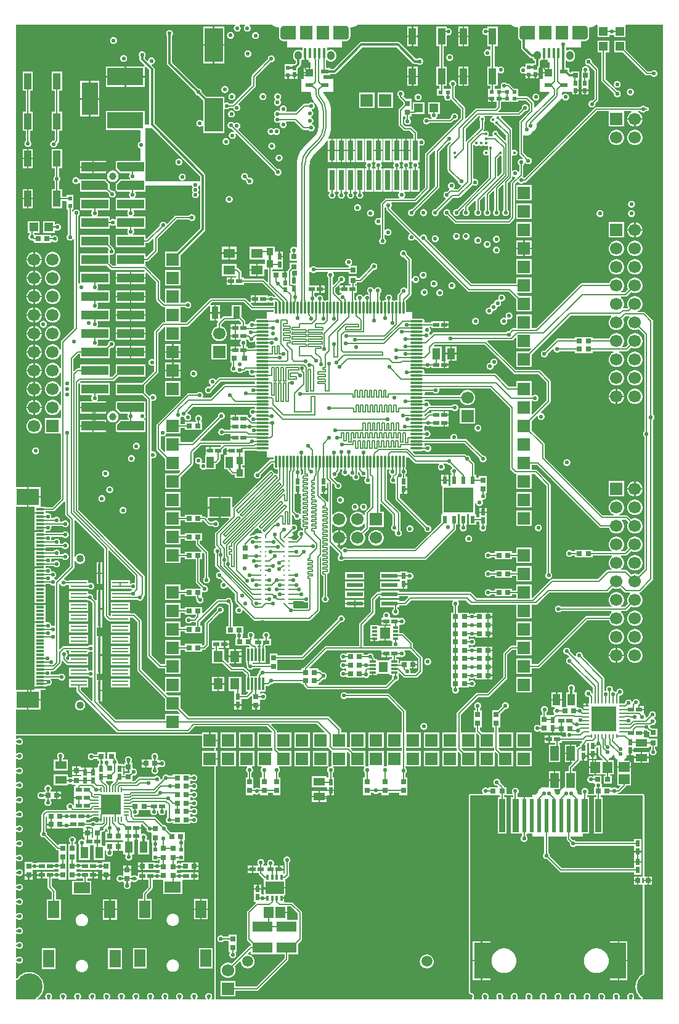
<source format=gtl>
%FSLAX43Y43*%
%MOMM*%
G71*
G01*
G75*
G04 Layer_Physical_Order=1*
G04 Layer_Color=255*
%ADD10C,0.175*%
%ADD11C,0.175*%
%ADD12R,0.700X0.700*%
%ADD13R,1.600X1.300*%
%ADD14R,1.000X2.250*%
%ADD15R,2.800X1.400*%
%ADD16R,0.650X0.800*%
%ADD17R,0.800X0.650*%
%ADD18R,0.600X0.550*%
%ADD19R,1.092X1.600*%
%ADD20R,0.700X0.700*%
%ADD21R,0.950X1.000*%
%ADD22R,0.600X0.900*%
%ADD23R,0.762X0.762*%
%ADD24R,0.900X0.600*%
%ADD25R,0.762X0.762*%
%ADD26R,0.500X0.600*%
%ADD27R,1.600X1.092*%
%ADD28R,1.500X1.350*%
%ADD29R,1.350X1.500*%
%ADD30R,2.200X1.500*%
%ADD31R,1.500X2.400*%
%ADD32R,0.650X0.500*%
%ADD33R,0.550X0.600*%
%ADD34R,1.100X1.000*%
%ADD35R,1.100X0.600*%
%ADD36R,0.500X0.650*%
%ADD37R,1.200X1.200*%
%ADD38R,1.200X1.200*%
%ADD39R,0.400X1.350*%
%ADD40R,0.950X1.750*%
%ADD41R,2.500X4.600*%
%ADD42R,2.200X0.600*%
%ADD43R,0.300X1.700*%
%ADD44O,0.300X1.700*%
%ADD45O,1.700X0.300*%
%ADD46R,1.300X1.400*%
%ADD47R,0.850X0.300*%
%ADD48R,3.400X3.400*%
%ADD49R,0.500X0.230*%
%ADD50R,0.230X0.500*%
%ADD51C,0.320*%
%ADD52R,4.100X3.500*%
%ADD53R,0.600X1.100*%
%ADD54R,2.500X1.700*%
%ADD55R,0.350X0.675*%
%ADD56R,0.700X0.300*%
%ADD57R,1.400X1.600*%
%ADD58O,0.200X0.700*%
%ADD59O,0.700X0.200*%
%ADD60R,2.800X2.800*%
%ADD61R,1.300X1.600*%
%ADD62R,1.000X1.600*%
%ADD63R,3.000X2.500*%
%ADD64R,1.200X2.000*%
%ADD65R,2.000X4.900*%
%ADD66R,0.810X4.600*%
%ADD67R,0.610X4.600*%
%ADD68R,1.100X0.300*%
%ADD69R,3.100X2.300*%
%ADD70R,0.430X4.700*%
%ADD71R,0.430X2.540*%
%ADD72R,2.270X0.280*%
%ADD73R,3.200X1.270*%
%ADD74R,3.683X1.270*%
%ADD75R,0.740X2.790*%
%ADD76C,0.300*%
%ADD77C,0.180*%
%ADD78C,0.200*%
%ADD79C,0.165*%
%ADD80C,0.150*%
%ADD81C,0.185*%
%ADD82C,0.127*%
%ADD83R,0.300X0.900*%
%ADD84R,1.800X1.900*%
%ADD85C,1.700*%
%ADD86R,1.700X1.700*%
%ADD87C,3.600*%
G04:AMPARAMS|DCode=88|XSize=2.1mm|YSize=1.9mm|CornerRadius=0.494mm|HoleSize=0mm|Usage=FLASHONLY|Rotation=0.000|XOffset=0mm|YOffset=0mm|HoleType=Round|Shape=RoundedRectangle|*
%AMROUNDEDRECTD88*
21,1,2.100,0.912,0,0,0.0*
21,1,1.112,1.900,0,0,0.0*
1,1,0.988,0.556,-0.456*
1,1,0.988,-0.556,-0.456*
1,1,0.988,-0.556,0.456*
1,1,0.988,0.556,0.456*
%
%ADD88ROUNDEDRECTD88*%
G04:AMPARAMS|DCode=89|XSize=1.05mm|YSize=1.25mm|CornerRadius=0.525mm|HoleSize=0mm|Usage=FLASHONLY|Rotation=180.000|XOffset=0mm|YOffset=0mm|HoleType=Round|Shape=RoundedRectangle|*
%AMROUNDEDRECTD89*
21,1,1.050,0.200,0,0,180.0*
21,1,0.000,1.250,0,0,180.0*
1,1,1.050,0.000,0.100*
1,1,1.050,0.000,0.100*
1,1,1.050,0.000,-0.100*
1,1,1.050,0.000,-0.100*
%
%ADD89ROUNDEDRECTD89*%
%ADD90R,1.700X1.700*%
%ADD91C,1.500*%
%ADD92R,2.200X4.500*%
%ADD93R,5.000X2.200*%
%ADD94R,5.000X2.400*%
%ADD95C,1.020*%
%ADD96C,1.000*%
%ADD97C,0.550*%
%ADD98C,0.400*%
%ADD99C,0.700*%
%ADD100C,0.660*%
G36*
X-88964Y-120728D02*
X-88929Y-120735D01*
X-88895Y-120746D01*
X-88863Y-120762D01*
X-88833Y-120782D01*
X-88806Y-120806D01*
X-88782Y-120833D01*
X-88762Y-120863D01*
X-88746Y-120895D01*
X-88735Y-120929D01*
X-88728Y-120964D01*
X-88725Y-121000D01*
X-88728Y-121036D01*
X-88735Y-121071D01*
X-88746Y-121105D01*
X-88762Y-121137D01*
X-88782Y-121167D01*
X-88806Y-121194D01*
X-88833Y-121218D01*
X-88863Y-121238D01*
X-88895Y-121254D01*
X-88929Y-121265D01*
X-88964Y-121272D01*
X-89000Y-121275D01*
X-89036Y-121272D01*
X-89071Y-121265D01*
X-89105Y-121254D01*
X-89137Y-121238D01*
X-89167Y-121218D01*
X-89189Y-121198D01*
X-89200Y-121191D01*
X-89210Y-121183D01*
X-89216Y-121180D01*
X-89221Y-121176D01*
X-89233Y-121170D01*
X-89244Y-121164D01*
X-89251Y-121162D01*
X-89257Y-121159D01*
X-89270Y-121156D01*
X-89282Y-121153D01*
X-89289Y-121152D01*
X-89296Y-121150D01*
X-89308Y-121150D01*
X-89321Y-121149D01*
X-89322Y-121149D01*
X-89336Y-121148D01*
X-89394Y-121111D01*
X-89448Y-121045D01*
X-89449Y-121042D01*
Y-120958D01*
X-89448Y-120955D01*
X-89394Y-120889D01*
X-89336Y-120852D01*
X-89322Y-120851D01*
X-89321Y-120851D01*
X-89308Y-120850D01*
X-89296Y-120850D01*
X-89289Y-120848D01*
X-89282Y-120847D01*
X-89270Y-120844D01*
X-89257Y-120841D01*
X-89251Y-120838D01*
X-89244Y-120836D01*
X-89233Y-120830D01*
X-89221Y-120824D01*
X-89216Y-120820D01*
X-89210Y-120817D01*
X-89200Y-120809D01*
X-89189Y-120802D01*
X-89167Y-120782D01*
X-89137Y-120762D01*
X-89105Y-120746D01*
X-89071Y-120735D01*
X-89036Y-120728D01*
X-89000Y-120725D01*
X-88964Y-120728D01*
D02*
G37*
G36*
Y-100728D02*
X-88929Y-100735D01*
X-88895Y-100746D01*
X-88863Y-100762D01*
X-88833Y-100782D01*
X-88806Y-100806D01*
X-88782Y-100833D01*
X-88762Y-100863D01*
X-88746Y-100895D01*
X-88735Y-100929D01*
X-88728Y-100964D01*
X-88725Y-101000D01*
X-88728Y-101036D01*
X-88735Y-101071D01*
X-88746Y-101105D01*
X-88762Y-101137D01*
X-88782Y-101167D01*
X-88806Y-101194D01*
X-88833Y-101218D01*
X-88863Y-101238D01*
X-88895Y-101254D01*
X-88929Y-101265D01*
X-88964Y-101272D01*
X-89000Y-101275D01*
X-89036Y-101272D01*
X-89071Y-101265D01*
X-89105Y-101254D01*
X-89137Y-101238D01*
X-89167Y-101218D01*
X-89189Y-101198D01*
X-89200Y-101191D01*
X-89210Y-101183D01*
X-89216Y-101180D01*
X-89221Y-101176D01*
X-89233Y-101170D01*
X-89244Y-101164D01*
X-89251Y-101162D01*
X-89257Y-101159D01*
X-89270Y-101156D01*
X-89282Y-101153D01*
X-89289Y-101152D01*
X-89296Y-101150D01*
X-89308Y-101150D01*
X-89321Y-101149D01*
X-89322Y-101149D01*
X-89336Y-101148D01*
X-89394Y-101111D01*
X-89448Y-101045D01*
X-89449Y-101042D01*
Y-100958D01*
X-89448Y-100955D01*
X-89394Y-100889D01*
X-89336Y-100852D01*
X-89322Y-100851D01*
X-89321Y-100851D01*
X-89308Y-100850D01*
X-89296Y-100850D01*
X-89289Y-100848D01*
X-89282Y-100847D01*
X-89270Y-100844D01*
X-89257Y-100841D01*
X-89251Y-100838D01*
X-89244Y-100836D01*
X-89233Y-100830D01*
X-89221Y-100824D01*
X-89216Y-100820D01*
X-89210Y-100817D01*
X-89200Y-100809D01*
X-89189Y-100802D01*
X-89167Y-100782D01*
X-89137Y-100762D01*
X-89105Y-100746D01*
X-89071Y-100735D01*
X-89036Y-100728D01*
X-89000Y-100725D01*
X-88964Y-100728D01*
D02*
G37*
G36*
X-18870Y-11488D02*
Y-12312D01*
X-20254Y-13696D01*
X-20283Y-13730D01*
X-20307Y-13769D01*
X-20324Y-13811D01*
X-20335Y-13855D01*
X-20338Y-13900D01*
Y-18275D01*
X-20335Y-18320D01*
X-20324Y-18364D01*
X-20307Y-18406D01*
X-20283Y-18445D01*
X-20254Y-18479D01*
X-19849Y-18884D01*
X-19865Y-18926D01*
X-19919Y-18993D01*
X-19944Y-18986D01*
X-19997Y-18977D01*
X-20050Y-18974D01*
X-20103Y-18977D01*
X-20156Y-18986D01*
X-20207Y-19001D01*
X-20256Y-19021D01*
X-20303Y-19047D01*
X-20347Y-19078D01*
X-20386Y-19114D01*
X-20422Y-19153D01*
X-20453Y-19197D01*
X-20479Y-19244D01*
X-20499Y-19293D01*
X-20514Y-19344D01*
X-20523Y-19397D01*
X-20526Y-19450D01*
X-20523Y-19503D01*
X-20514Y-19556D01*
X-20499Y-19607D01*
X-20479Y-19656D01*
X-20453Y-19703D01*
X-20422Y-19747D01*
X-20386Y-19786D01*
X-20347Y-19822D01*
X-20326Y-19837D01*
Y-20720D01*
X-20341Y-20728D01*
X-20472Y-20747D01*
X-20503Y-20703D01*
X-20539Y-20664D01*
X-20578Y-20628D01*
X-20622Y-20597D01*
X-20669Y-20571D01*
X-20718Y-20551D01*
X-20769Y-20536D01*
X-20822Y-20527D01*
X-20875Y-20524D01*
X-20928Y-20527D01*
X-20981Y-20536D01*
X-21032Y-20551D01*
X-21081Y-20571D01*
X-21128Y-20597D01*
X-21147Y-20611D01*
X-21227Y-20586D01*
X-21274Y-20549D01*
Y-18559D01*
X-21229Y-18519D01*
X-21147Y-18486D01*
X-21128Y-18495D01*
X-21079Y-18512D01*
X-21027Y-18522D01*
X-20975Y-18526D01*
X-20923Y-18522D01*
X-20871Y-18512D01*
X-20822Y-18495D01*
X-20775Y-18472D01*
X-20731Y-18443D01*
X-20692Y-18408D01*
X-20657Y-18369D01*
X-20628Y-18325D01*
X-20605Y-18278D01*
X-20588Y-18229D01*
X-20578Y-18177D01*
X-20574Y-18125D01*
X-20578Y-18073D01*
X-20588Y-18021D01*
X-20605Y-17972D01*
X-20628Y-17925D01*
X-20657Y-17881D01*
X-20692Y-17842D01*
X-20731Y-17807D01*
X-20775Y-17778D01*
X-20822Y-17755D01*
X-20871Y-17738D01*
X-20923Y-17728D01*
X-20975Y-17724D01*
X-21027Y-17728D01*
X-21079Y-17738D01*
X-21128Y-17755D01*
X-21147Y-17764D01*
X-21229Y-17731D01*
X-21274Y-17691D01*
Y-15000D01*
X-21278Y-14957D01*
X-21288Y-14915D01*
X-21304Y-14875D01*
X-21327Y-14838D01*
X-21355Y-14805D01*
X-22850Y-13310D01*
X-22849Y-13300D01*
X-22853Y-13248D01*
X-22856Y-13230D01*
X-22809Y-13146D01*
X-22762Y-13103D01*
X-20375D01*
X-20332Y-13099D01*
X-20290Y-13089D01*
X-20250Y-13073D01*
X-20213Y-13050D01*
X-20180Y-13022D01*
X-20169Y-13008D01*
X-19579Y-12419D01*
X-19554Y-12423D01*
X-19501Y-12426D01*
X-19448Y-12423D01*
X-19395Y-12414D01*
X-19344Y-12400D01*
X-19295Y-12379D01*
X-19248Y-12353D01*
X-19204Y-12323D01*
X-19165Y-12287D01*
X-19129Y-12247D01*
X-19098Y-12204D01*
X-19072Y-12157D01*
X-19052Y-12108D01*
X-19037Y-12056D01*
X-19028Y-12004D01*
X-19025Y-11951D01*
X-19028Y-11897D01*
X-19037Y-11845D01*
X-19052Y-11793D01*
X-19072Y-11744D01*
X-19098Y-11697D01*
X-19129Y-11654D01*
X-19165Y-11614D01*
X-19204Y-11579D01*
X-19248Y-11548D01*
X-19295Y-11522D01*
X-19344Y-11502D01*
X-19395Y-11487D01*
X-19448Y-11478D01*
X-19501Y-11475D01*
X-19554Y-11478D01*
X-19607Y-11487D01*
X-19658Y-11502D01*
X-19707Y-11522D01*
X-19754Y-11548D01*
X-19798Y-11579D01*
X-19837Y-11614D01*
X-19873Y-11654D01*
X-19904Y-11697D01*
X-19930Y-11744D01*
X-19950Y-11793D01*
X-19965Y-11845D01*
X-19974Y-11897D01*
X-19977Y-11951D01*
X-19974Y-12004D01*
X-19969Y-12029D01*
X-20492Y-12551D01*
X-23136D01*
X-23189Y-12424D01*
X-22894Y-12130D01*
X-22865Y-12095D01*
X-22841Y-12056D01*
X-22823Y-12014D01*
X-22813Y-11970D01*
X-22809Y-11924D01*
Y-11125D01*
X-22600D01*
X-22600Y-11125D01*
Y-11125D01*
X-22475Y-11130D01*
Y-11150D01*
X-21602D01*
X-21475Y-11150D01*
X-21475Y-11150D01*
X-21475D01*
Y-11150D01*
X-21475Y-11150D01*
X-20475D01*
Y-10963D01*
X-19394D01*
X-18870Y-11488D01*
D02*
G37*
G36*
X-21093Y-48454D02*
X-21075Y-48470D01*
X-21059Y-48483D01*
X-21020Y-48507D01*
X-20979Y-48524D01*
X-20935Y-48535D01*
X-20890Y-48538D01*
X-17719D01*
X-16588Y-49669D01*
Y-52165D01*
X-18493Y-54069D01*
X-18620Y-54017D01*
Y-52224D01*
X-18616Y-52220D01*
X-18493Y-52179D01*
X-18486Y-52186D01*
X-18447Y-52222D01*
X-18403Y-52253D01*
X-18356Y-52279D01*
X-18307Y-52299D01*
X-18256Y-52314D01*
X-18203Y-52323D01*
X-18150Y-52326D01*
X-18097Y-52323D01*
X-18044Y-52314D01*
X-17993Y-52299D01*
X-17944Y-52279D01*
X-17897Y-52253D01*
X-17853Y-52222D01*
X-17814Y-52186D01*
X-17778Y-52147D01*
X-17747Y-52103D01*
X-17721Y-52056D01*
X-17701Y-52007D01*
X-17686Y-51956D01*
X-17677Y-51903D01*
X-17674Y-51850D01*
X-17677Y-51797D01*
X-17686Y-51744D01*
X-17701Y-51693D01*
X-17721Y-51644D01*
X-17747Y-51597D01*
X-17778Y-51553D01*
X-17814Y-51514D01*
X-17853Y-51478D01*
X-17897Y-51447D01*
X-17944Y-51421D01*
X-17993Y-51401D01*
X-18044Y-51386D01*
X-18097Y-51377D01*
X-18150Y-51374D01*
X-18203Y-51377D01*
X-18256Y-51386D01*
X-18307Y-51401D01*
X-18356Y-51421D01*
X-18403Y-51447D01*
X-18447Y-51478D01*
X-18486Y-51514D01*
X-18493Y-51521D01*
X-18616Y-51480D01*
X-18620Y-51476D01*
Y-49524D01*
X-20720D01*
Y-50286D01*
X-21752D01*
X-23491Y-48546D01*
X-23525Y-48517D01*
X-23564Y-48493D01*
X-23606Y-48476D01*
X-23650Y-48465D01*
X-23695Y-48462D01*
X-33272D01*
X-33300Y-48441D01*
X-33360Y-48342D01*
X-33360Y-48335D01*
X-33352Y-48296D01*
X-33349Y-48250D01*
X-33352Y-48204D01*
X-33361Y-48159D01*
X-33367Y-48142D01*
X-33376Y-48116D01*
X-33376Y-48116D01*
X-33393Y-48080D01*
X-33413Y-48000D01*
X-33393Y-47920D01*
X-33376Y-47884D01*
X-33376Y-47884D01*
X-33367Y-47858D01*
X-33364Y-47850D01*
X-34400D01*
Y-47650D01*
X-33341D01*
X-33233Y-47612D01*
X-33222Y-47622D01*
X-33178Y-47653D01*
X-33131Y-47679D01*
X-33082Y-47699D01*
X-33031Y-47714D01*
X-32978Y-47723D01*
X-32925Y-47726D01*
X-32872Y-47723D01*
X-32819Y-47714D01*
X-32768Y-47699D01*
X-32719Y-47679D01*
X-32672Y-47653D01*
X-32628Y-47622D01*
X-32589Y-47586D01*
X-32553Y-47547D01*
X-32549Y-47541D01*
X-32400D01*
Y-47750D01*
X-30750D01*
Y-47250D01*
Y-46750D01*
X-30862D01*
X-30979Y-46725D01*
Y-44725D01*
X-32001D01*
X-32050Y-44608D01*
X-31931Y-44488D01*
X-25059D01*
X-21093Y-48454D01*
D02*
G37*
G36*
X-88964Y-118728D02*
X-88929Y-118735D01*
X-88895Y-118746D01*
X-88863Y-118762D01*
X-88833Y-118782D01*
X-88806Y-118806D01*
X-88782Y-118833D01*
X-88762Y-118863D01*
X-88746Y-118895D01*
X-88735Y-118929D01*
X-88728Y-118964D01*
X-88725Y-119000D01*
X-88728Y-119036D01*
X-88735Y-119071D01*
X-88746Y-119105D01*
X-88762Y-119137D01*
X-88782Y-119167D01*
X-88806Y-119194D01*
X-88833Y-119218D01*
X-88863Y-119238D01*
X-88895Y-119254D01*
X-88929Y-119265D01*
X-88964Y-119272D01*
X-89000Y-119275D01*
X-89036Y-119272D01*
X-89071Y-119265D01*
X-89105Y-119254D01*
X-89137Y-119238D01*
X-89167Y-119218D01*
X-89189Y-119198D01*
X-89200Y-119191D01*
X-89210Y-119183D01*
X-89216Y-119180D01*
X-89221Y-119176D01*
X-89233Y-119170D01*
X-89244Y-119164D01*
X-89251Y-119162D01*
X-89257Y-119159D01*
X-89270Y-119156D01*
X-89282Y-119153D01*
X-89289Y-119152D01*
X-89296Y-119150D01*
X-89308Y-119150D01*
X-89321Y-119149D01*
X-89322Y-119149D01*
X-89336Y-119148D01*
X-89394Y-119111D01*
X-89448Y-119045D01*
X-89449Y-119042D01*
Y-118958D01*
X-89448Y-118955D01*
X-89394Y-118889D01*
X-89336Y-118852D01*
X-89322Y-118851D01*
X-89321Y-118851D01*
X-89308Y-118850D01*
X-89296Y-118850D01*
X-89289Y-118848D01*
X-89282Y-118847D01*
X-89270Y-118844D01*
X-89257Y-118841D01*
X-89251Y-118838D01*
X-89244Y-118836D01*
X-89233Y-118830D01*
X-89221Y-118824D01*
X-89216Y-118820D01*
X-89210Y-118817D01*
X-89200Y-118809D01*
X-89189Y-118802D01*
X-89167Y-118782D01*
X-89137Y-118762D01*
X-89105Y-118746D01*
X-89071Y-118735D01*
X-89036Y-118728D01*
X-89000Y-118725D01*
X-88964Y-118728D01*
D02*
G37*
G36*
X-48990Y-34493D02*
X-48954Y-34533D01*
X-48914Y-34569D01*
X-48871Y-34599D01*
X-48824Y-34625D01*
X-48775Y-34646D01*
X-48724Y-34660D01*
X-48671Y-34669D01*
X-48618Y-34672D01*
X-48564Y-34669D01*
X-48512Y-34660D01*
X-48461Y-34646D01*
X-48411Y-34625D01*
X-48365Y-34599D01*
X-48321Y-34569D01*
X-48281Y-34533D01*
X-48250Y-34498D01*
X-46647D01*
X-46603Y-34582D01*
X-46596Y-34625D01*
X-46622Y-34653D01*
X-46653Y-34697D01*
X-46679Y-34744D01*
X-46699Y-34793D01*
X-46714Y-34844D01*
X-46723Y-34897D01*
X-46726Y-34950D01*
X-46723Y-35003D01*
X-46714Y-35056D01*
X-46699Y-35107D01*
X-46679Y-35156D01*
X-46653Y-35203D01*
X-46622Y-35247D01*
X-46586Y-35286D01*
X-46547Y-35322D01*
X-46526Y-35337D01*
Y-35675D01*
Y-38329D01*
X-46561Y-38367D01*
X-46653Y-38413D01*
X-46659Y-38411D01*
X-46704Y-38402D01*
X-46750Y-38399D01*
X-46796Y-38402D01*
X-46841Y-38411D01*
X-46884Y-38426D01*
X-46925Y-38446D01*
X-46964Y-38472D01*
X-46998Y-38502D01*
X-47002D01*
X-47036Y-38472D01*
X-47075Y-38446D01*
X-47116Y-38426D01*
X-47159Y-38411D01*
X-47204Y-38402D01*
X-47260Y-38347D01*
X-47275Y-38324D01*
X-47292Y-38275D01*
X-47286Y-38256D01*
X-47277Y-38203D01*
X-47274Y-38150D01*
X-47277Y-38097D01*
X-47286Y-38044D01*
X-47301Y-37993D01*
X-47321Y-37944D01*
X-47347Y-37897D01*
X-47378Y-37853D01*
X-47414Y-37814D01*
X-47453Y-37778D01*
X-47497Y-37747D01*
X-47544Y-37721D01*
X-47593Y-37701D01*
X-47644Y-37686D01*
X-47697Y-37677D01*
X-47750Y-37674D01*
X-47803Y-37677D01*
X-47856Y-37686D01*
X-47907Y-37701D01*
X-47956Y-37721D01*
X-48003Y-37747D01*
X-48047Y-37778D01*
X-48086Y-37814D01*
X-48122Y-37853D01*
X-48153Y-37897D01*
X-48179Y-37944D01*
X-48184Y-37956D01*
X-48292Y-37966D01*
X-48321Y-37957D01*
X-48321Y-37956D01*
X-48347Y-37909D01*
X-48378Y-37866D01*
X-48414Y-37826D01*
X-48453Y-37791D01*
X-48459Y-37786D01*
Y-37400D01*
X-47800D01*
Y-36900D01*
Y-36400D01*
X-49135D01*
Y-34505D01*
X-49064Y-34470D01*
X-49008Y-34467D01*
X-48990Y-34493D01*
D02*
G37*
G36*
X-46583Y-63485D02*
Y-66109D01*
X-46710Y-66124D01*
X-46713Y-66115D01*
X-46724Y-66086D01*
X-46729Y-66075D01*
X-46752Y-66038D01*
X-46780Y-66005D01*
X-47658Y-65127D01*
X-47635Y-65000D01*
X-47350D01*
Y-64350D01*
X-47250D01*
Y-64250D01*
X-46750D01*
Y-63900D01*
Y-63519D01*
X-46623Y-63455D01*
X-46583Y-63485D01*
D02*
G37*
G36*
X-23977Y-13228D02*
X-24029Y-13238D01*
X-24078Y-13255D01*
X-24125Y-13278D01*
X-24169Y-13307D01*
X-24208Y-13342D01*
X-24243Y-13381D01*
X-24272Y-13425D01*
X-24295Y-13472D01*
X-24312Y-13521D01*
X-24322Y-13573D01*
X-24326Y-13625D01*
X-24322Y-13677D01*
X-24312Y-13729D01*
X-24295Y-13778D01*
X-24272Y-13825D01*
X-24243Y-13869D01*
X-24208Y-13908D01*
X-24169Y-13943D01*
X-24125Y-13972D01*
X-24078Y-13995D01*
X-24029Y-14012D01*
X-23977Y-14022D01*
X-23925Y-14026D01*
X-23857Y-14043D01*
X-23812Y-14104D01*
X-23795Y-14153D01*
X-23772Y-14200D01*
X-23743Y-14244D01*
X-23708Y-14283D01*
X-23669Y-14318D01*
X-23625Y-14347D01*
X-23578Y-14370D01*
X-23529Y-14387D01*
X-23477Y-14397D01*
X-23425Y-14401D01*
X-23415Y-14400D01*
X-22126Y-15689D01*
Y-16443D01*
X-22243Y-16492D01*
X-23200Y-15535D01*
X-23199Y-15525D01*
X-23203Y-15473D01*
X-23213Y-15421D01*
X-23230Y-15372D01*
X-23253Y-15325D01*
X-23282Y-15281D01*
X-23317Y-15242D01*
X-23356Y-15207D01*
X-23400Y-15178D01*
X-23447Y-15155D01*
X-23496Y-15138D01*
X-23548Y-15128D01*
X-23600Y-15124D01*
X-23652Y-15128D01*
X-23704Y-15138D01*
X-23753Y-15155D01*
X-23800Y-15178D01*
X-23844Y-15207D01*
X-23883Y-15242D01*
X-23918Y-15281D01*
X-23947Y-15325D01*
X-23970Y-15372D01*
X-23987Y-15421D01*
X-23997Y-15473D01*
X-24001Y-15525D01*
X-23997Y-15577D01*
X-23987Y-15629D01*
X-23970Y-15678D01*
X-23947Y-15725D01*
X-23918Y-15769D01*
X-23915Y-15772D01*
X-23962Y-15891D01*
X-23970Y-15899D01*
X-24530D01*
X-24538Y-15891D01*
X-24543Y-15880D01*
X-24582Y-15769D01*
D01*
Y-15769D01*
X-24553Y-15725D01*
X-24530Y-15678D01*
X-24530Y-15678D01*
X-24525Y-15664D01*
X-24513Y-15629D01*
X-24503Y-15577D01*
X-24499Y-15525D01*
X-24503Y-15473D01*
X-24513Y-15421D01*
X-24530Y-15372D01*
X-24553Y-15325D01*
X-24582Y-15281D01*
X-24617Y-15242D01*
X-24656Y-15207D01*
X-24700Y-15178D01*
X-24747Y-15155D01*
X-24796Y-15138D01*
X-24848Y-15128D01*
X-24900Y-15124D01*
X-24952Y-15128D01*
X-25004Y-15138D01*
X-25053Y-15155D01*
X-25100Y-15178D01*
X-25144Y-15207D01*
X-25151Y-15213D01*
X-25210Y-15205D01*
X-25256Y-15071D01*
X-25205Y-15020D01*
X-25177Y-14987D01*
X-25154Y-14950D01*
X-25149Y-14939D01*
X-25138Y-14910D01*
X-25128Y-14868D01*
X-25124Y-14825D01*
Y-13815D01*
X-25117Y-13808D01*
X-25082Y-13769D01*
X-25053Y-13725D01*
X-25030Y-13678D01*
X-25013Y-13629D01*
X-25003Y-13577D01*
X-24999Y-13525D01*
X-25003Y-13473D01*
X-25013Y-13421D01*
X-25030Y-13372D01*
X-25053Y-13325D01*
X-25082Y-13281D01*
X-25117Y-13242D01*
X-25130Y-13230D01*
X-25105Y-13133D01*
X-25084Y-13103D01*
X-23990D01*
X-23977Y-13228D01*
D02*
G37*
G36*
X-25695Y-13133D02*
X-25670Y-13230D01*
X-25683Y-13242D01*
X-25718Y-13281D01*
X-25747Y-13325D01*
X-25770Y-13372D01*
X-25787Y-13421D01*
X-25797Y-13473D01*
X-25801Y-13525D01*
X-25797Y-13577D01*
X-25787Y-13629D01*
X-25770Y-13678D01*
X-25747Y-13725D01*
X-25718Y-13769D01*
X-25683Y-13808D01*
X-25676Y-13815D01*
Y-14711D01*
X-27570Y-16605D01*
X-27572Y-16607D01*
X-27692Y-16571D01*
X-27699Y-16566D01*
Y-14881D01*
X-25921Y-13103D01*
X-25716D01*
X-25695Y-13133D01*
D02*
G37*
G36*
X-88964Y-122728D02*
X-88929Y-122735D01*
X-88895Y-122746D01*
X-88863Y-122762D01*
X-88833Y-122782D01*
X-88806Y-122806D01*
X-88782Y-122833D01*
X-88762Y-122863D01*
X-88746Y-122895D01*
X-88735Y-122929D01*
X-88728Y-122964D01*
X-88725Y-123000D01*
X-88728Y-123036D01*
X-88735Y-123071D01*
X-88746Y-123105D01*
X-88762Y-123137D01*
X-88782Y-123167D01*
X-88806Y-123194D01*
X-88833Y-123218D01*
X-88863Y-123238D01*
X-88895Y-123254D01*
X-88929Y-123265D01*
X-88964Y-123272D01*
X-89000Y-123275D01*
X-89036Y-123272D01*
X-89071Y-123265D01*
X-89105Y-123254D01*
X-89137Y-123238D01*
X-89167Y-123218D01*
X-89189Y-123198D01*
X-89200Y-123191D01*
X-89210Y-123183D01*
X-89216Y-123180D01*
X-89221Y-123176D01*
X-89233Y-123170D01*
X-89244Y-123164D01*
X-89251Y-123162D01*
X-89257Y-123159D01*
X-89270Y-123156D01*
X-89282Y-123153D01*
X-89289Y-123152D01*
X-89296Y-123150D01*
X-89308Y-123150D01*
X-89321Y-123149D01*
X-89322Y-123149D01*
X-89336Y-123148D01*
X-89394Y-123111D01*
X-89448Y-123045D01*
X-89449Y-123042D01*
Y-122958D01*
X-89448Y-122955D01*
X-89394Y-122889D01*
X-89336Y-122852D01*
X-89322Y-122851D01*
X-89321Y-122851D01*
X-89308Y-122850D01*
X-89296Y-122850D01*
X-89289Y-122848D01*
X-89282Y-122847D01*
X-89270Y-122844D01*
X-89257Y-122841D01*
X-89251Y-122838D01*
X-89244Y-122836D01*
X-89233Y-122830D01*
X-89221Y-122824D01*
X-89216Y-122820D01*
X-89210Y-122817D01*
X-89200Y-122809D01*
X-89189Y-122802D01*
X-89167Y-122782D01*
X-89137Y-122762D01*
X-89105Y-122746D01*
X-89071Y-122735D01*
X-89036Y-122728D01*
X-89000Y-122725D01*
X-88964Y-122728D01*
D02*
G37*
G36*
Y-126728D02*
X-88929Y-126735D01*
X-88895Y-126746D01*
X-88863Y-126762D01*
X-88833Y-126782D01*
X-88806Y-126806D01*
X-88782Y-126833D01*
X-88762Y-126863D01*
X-88746Y-126895D01*
X-88735Y-126929D01*
X-88728Y-126964D01*
X-88725Y-127000D01*
X-88728Y-127036D01*
X-88735Y-127071D01*
X-88746Y-127105D01*
X-88762Y-127137D01*
X-88782Y-127167D01*
X-88806Y-127194D01*
X-88833Y-127218D01*
X-88863Y-127238D01*
X-88895Y-127254D01*
X-88929Y-127265D01*
X-88964Y-127272D01*
X-89000Y-127275D01*
X-89036Y-127272D01*
X-89071Y-127265D01*
X-89105Y-127254D01*
X-89137Y-127238D01*
X-89167Y-127218D01*
X-89189Y-127198D01*
X-89200Y-127191D01*
X-89210Y-127183D01*
X-89216Y-127180D01*
X-89221Y-127176D01*
X-89233Y-127170D01*
X-89244Y-127164D01*
X-89251Y-127162D01*
X-89257Y-127159D01*
X-89270Y-127156D01*
X-89282Y-127153D01*
X-89289Y-127152D01*
X-89296Y-127150D01*
X-89308Y-127150D01*
X-89321Y-127149D01*
X-89322Y-127149D01*
X-89336Y-127148D01*
X-89394Y-127111D01*
X-89448Y-127045D01*
X-89449Y-127042D01*
Y-126958D01*
X-89448Y-126955D01*
X-89394Y-126889D01*
X-89336Y-126852D01*
X-89322Y-126851D01*
X-89321Y-126851D01*
X-89308Y-126850D01*
X-89296Y-126850D01*
X-89289Y-126848D01*
X-89282Y-126847D01*
X-89270Y-126844D01*
X-89257Y-126841D01*
X-89251Y-126838D01*
X-89244Y-126836D01*
X-89233Y-126830D01*
X-89221Y-126824D01*
X-89216Y-126820D01*
X-89210Y-126817D01*
X-89200Y-126809D01*
X-89189Y-126802D01*
X-89167Y-126782D01*
X-89137Y-126762D01*
X-89105Y-126746D01*
X-89071Y-126735D01*
X-89036Y-126728D01*
X-89000Y-126725D01*
X-88964Y-126728D01*
D02*
G37*
G36*
X-39225Y-86825D02*
X-38575D01*
Y-86925D01*
X-38475D01*
Y-87425D01*
X-37788D01*
Y-87675D01*
X-38125D01*
Y-87748D01*
X-38125Y-87875D01*
X-38252Y-87875D01*
X-39698D01*
X-39825Y-87875D01*
X-39825Y-87748D01*
Y-87675D01*
X-40164D01*
X-40165Y-87655D01*
X-40176Y-87611D01*
X-40193Y-87569D01*
X-40217Y-87530D01*
X-40246Y-87496D01*
X-40329Y-87413D01*
X-40327Y-87403D01*
X-40324Y-87350D01*
X-40327Y-87297D01*
X-40336Y-87244D01*
X-40351Y-87193D01*
X-40371Y-87144D01*
X-40397Y-87097D01*
X-40428Y-87053D01*
X-40464Y-87014D01*
X-40503Y-86978D01*
X-40547Y-86947D01*
X-40594Y-86921D01*
X-40643Y-86901D01*
X-40694Y-86886D01*
X-40747Y-86877D01*
X-40800Y-86874D01*
X-40853Y-86877D01*
X-40906Y-86886D01*
X-40957Y-86901D01*
X-41006Y-86921D01*
X-41053Y-86947D01*
X-41097Y-86978D01*
X-41136Y-87014D01*
X-41172Y-87053D01*
X-41178Y-87062D01*
X-41700D01*
Y-86850D01*
X-42773D01*
X-42900Y-86850D01*
X-42900D01*
X-43027Y-86850D01*
X-44100D01*
Y-86906D01*
X-44102Y-86908D01*
X-44207Y-86964D01*
X-44227Y-86969D01*
X-44269Y-86946D01*
X-44318Y-86926D01*
X-44369Y-86911D01*
X-44422Y-86902D01*
X-44475Y-86899D01*
X-44528Y-86902D01*
X-44581Y-86911D01*
X-44632Y-86926D01*
X-44681Y-86946D01*
X-44728Y-86972D01*
X-44772Y-87003D01*
X-44811Y-87039D01*
X-44847Y-87078D01*
X-44878Y-87122D01*
X-44904Y-87169D01*
X-44924Y-87218D01*
X-44939Y-87269D01*
X-44948Y-87322D01*
X-44951Y-87375D01*
X-44948Y-87428D01*
X-44939Y-87481D01*
X-44924Y-87532D01*
X-44904Y-87581D01*
X-44878Y-87628D01*
X-44847Y-87672D01*
X-44811Y-87711D01*
X-44772Y-87747D01*
X-44728Y-87778D01*
X-44681Y-87804D01*
X-44632Y-87824D01*
X-44581Y-87839D01*
X-44528Y-87848D01*
X-44475Y-87851D01*
X-44422Y-87848D01*
X-44369Y-87839D01*
X-44318Y-87824D01*
X-44269Y-87804D01*
X-44227Y-87781D01*
X-44207Y-87786D01*
X-44102Y-87842D01*
X-44100Y-87844D01*
Y-87873D01*
X-44100Y-87900D01*
Y-87950D01*
Y-88000D01*
X-44100Y-88027D01*
Y-88056D01*
X-44102Y-88058D01*
X-44207Y-88114D01*
X-44227Y-88119D01*
X-44269Y-88096D01*
X-44318Y-88076D01*
X-44369Y-88061D01*
X-44422Y-88052D01*
X-44475Y-88049D01*
X-44528Y-88052D01*
X-44581Y-88061D01*
X-44632Y-88076D01*
X-44681Y-88096D01*
X-44728Y-88122D01*
X-44772Y-88153D01*
X-44811Y-88189D01*
X-44847Y-88228D01*
X-44878Y-88272D01*
X-44904Y-88319D01*
X-44924Y-88368D01*
X-44939Y-88419D01*
X-44948Y-88472D01*
X-44951Y-88525D01*
X-44948Y-88578D01*
X-44939Y-88631D01*
X-44924Y-88682D01*
X-44904Y-88731D01*
X-44878Y-88778D01*
X-44847Y-88822D01*
X-44811Y-88861D01*
X-44772Y-88897D01*
X-44728Y-88928D01*
X-44681Y-88954D01*
X-44632Y-88974D01*
X-44581Y-88989D01*
X-44528Y-88998D01*
X-44475Y-89001D01*
X-44422Y-88998D01*
X-44369Y-88989D01*
X-44318Y-88974D01*
X-44269Y-88954D01*
X-44227Y-88931D01*
X-44207Y-88936D01*
X-44102Y-88992D01*
X-44100Y-88994D01*
Y-89023D01*
X-44100Y-89050D01*
Y-89100D01*
Y-89150D01*
X-44100Y-89177D01*
Y-89206D01*
X-44102Y-89208D01*
X-44207Y-89264D01*
X-44227Y-89269D01*
X-44269Y-89246D01*
X-44318Y-89226D01*
X-44369Y-89211D01*
X-44422Y-89202D01*
X-44475Y-89199D01*
X-44528Y-89202D01*
X-44581Y-89211D01*
X-44632Y-89226D01*
X-44681Y-89246D01*
X-44728Y-89272D01*
X-44772Y-89303D01*
X-44811Y-89339D01*
X-44847Y-89378D01*
X-44878Y-89422D01*
X-44904Y-89469D01*
X-44924Y-89518D01*
X-44939Y-89569D01*
X-44948Y-89622D01*
X-44951Y-89675D01*
X-44948Y-89728D01*
X-44939Y-89781D01*
X-44924Y-89832D01*
X-44904Y-89881D01*
X-44878Y-89928D01*
X-44847Y-89972D01*
X-44811Y-90011D01*
X-44772Y-90047D01*
X-44728Y-90078D01*
X-44681Y-90104D01*
X-44632Y-90124D01*
X-44581Y-90139D01*
X-44528Y-90148D01*
X-44475Y-90151D01*
X-44422Y-90148D01*
X-44369Y-90139D01*
X-44318Y-90124D01*
X-44269Y-90104D01*
X-44227Y-90081D01*
X-44207Y-90086D01*
X-44102Y-90142D01*
X-44100Y-90144D01*
Y-90200D01*
X-43027D01*
X-42900Y-90200D01*
X-42900D01*
X-42773Y-90200D01*
X-41700D01*
X-41700Y-90200D01*
X-41593Y-90247D01*
X-41581Y-90254D01*
X-41532Y-90274D01*
X-41481Y-90289D01*
X-41428Y-90298D01*
X-41375Y-90301D01*
X-41322Y-90298D01*
X-41269Y-90289D01*
X-41218Y-90274D01*
X-41169Y-90254D01*
X-41122Y-90228D01*
X-41078Y-90197D01*
X-41039Y-90161D01*
X-41003Y-90122D01*
X-40972Y-90078D01*
X-40946Y-90031D01*
X-40926Y-89982D01*
X-40911Y-89931D01*
X-40902Y-89878D01*
X-40902Y-89875D01*
X-40550D01*
Y-89525D01*
X-40350D01*
Y-89875D01*
X-39825D01*
Y-89802D01*
X-39825Y-89675D01*
X-39698Y-89675D01*
X-38252D01*
X-38125Y-89675D01*
X-38125Y-89802D01*
Y-89875D01*
X-37794D01*
X-37792Y-89877D01*
X-37736Y-89982D01*
X-37731Y-90002D01*
X-37754Y-90044D01*
X-37774Y-90093D01*
X-37789Y-90144D01*
X-37798Y-90197D01*
X-37801Y-90250D01*
X-37798Y-90303D01*
X-37789Y-90356D01*
X-37789Y-90356D01*
X-38694Y-91262D01*
X-47784D01*
X-47875Y-91175D01*
X-47875Y-91135D01*
Y-90936D01*
X-47855Y-90935D01*
X-47811Y-90924D01*
X-47769Y-90907D01*
X-47730Y-90883D01*
X-47696Y-90854D01*
X-47313Y-90471D01*
X-47303Y-90473D01*
X-47250Y-90476D01*
X-47197Y-90473D01*
X-47144Y-90464D01*
X-47093Y-90449D01*
X-47044Y-90429D01*
X-46997Y-90403D01*
X-46953Y-90372D01*
X-46914Y-90336D01*
X-46878Y-90297D01*
X-46847Y-90253D01*
X-46821Y-90206D01*
X-46801Y-90157D01*
X-46786Y-90106D01*
X-46777Y-90053D01*
X-46774Y-90000D01*
X-46777Y-89947D01*
X-46786Y-89894D01*
X-46801Y-89843D01*
X-46821Y-89794D01*
X-46847Y-89747D01*
X-46878Y-89703D01*
X-46914Y-89664D01*
X-46953Y-89628D01*
X-46997Y-89597D01*
X-47044Y-89571D01*
X-47093Y-89551D01*
X-47144Y-89536D01*
X-47197Y-89527D01*
X-47250Y-89524D01*
X-47303Y-89527D01*
X-47313Y-89529D01*
X-47546Y-89296D01*
X-47580Y-89267D01*
X-47619Y-89243D01*
X-47661Y-89226D01*
X-47705Y-89215D01*
X-47750Y-89212D01*
X-47875D01*
Y-88975D01*
X-48948D01*
X-49075Y-88975D01*
X-49075D01*
X-49101D01*
X-49150Y-88858D01*
X-46756Y-86463D01*
X-39225D01*
Y-86825D01*
D02*
G37*
G36*
X-3031Y-97454D02*
X-2982Y-97474D01*
X-2931Y-97489D01*
X-2878Y-97498D01*
X-2825Y-97501D01*
X-2772Y-97498D01*
X-2762Y-97496D01*
X-2654Y-97604D01*
X-2620Y-97633D01*
X-2581Y-97657D01*
X-2539Y-97674D01*
X-2495Y-97685D01*
X-2475Y-97686D01*
Y-98298D01*
X-2496Y-98343D01*
X-2569Y-98404D01*
X-3106D01*
X-3200Y-98325D01*
Y-97925D01*
X-3850D01*
Y-97725D01*
X-3200D01*
Y-97494D01*
X-3198Y-97492D01*
X-3093Y-97436D01*
X-3073Y-97431D01*
X-3031Y-97454D01*
D02*
G37*
G36*
X-88964Y-128728D02*
X-88929Y-128735D01*
X-88895Y-128746D01*
X-88863Y-128762D01*
X-88833Y-128782D01*
X-88806Y-128806D01*
X-88782Y-128833D01*
X-88762Y-128863D01*
X-88746Y-128895D01*
X-88735Y-128929D01*
X-88728Y-128964D01*
X-88725Y-129000D01*
X-88728Y-129036D01*
X-88735Y-129071D01*
X-88746Y-129105D01*
X-88762Y-129137D01*
X-88782Y-129167D01*
X-88806Y-129194D01*
X-88833Y-129218D01*
X-88863Y-129238D01*
X-88895Y-129254D01*
X-88929Y-129265D01*
X-88964Y-129272D01*
X-89000Y-129275D01*
X-89036Y-129272D01*
X-89071Y-129265D01*
X-89105Y-129254D01*
X-89137Y-129238D01*
X-89167Y-129218D01*
X-89189Y-129198D01*
X-89200Y-129191D01*
X-89210Y-129183D01*
X-89216Y-129180D01*
X-89221Y-129176D01*
X-89233Y-129170D01*
X-89244Y-129164D01*
X-89251Y-129162D01*
X-89257Y-129159D01*
X-89270Y-129156D01*
X-89282Y-129153D01*
X-89289Y-129152D01*
X-89296Y-129150D01*
X-89308Y-129150D01*
X-89321Y-129149D01*
X-89322Y-129149D01*
X-89336Y-129148D01*
X-89394Y-129111D01*
X-89448Y-129045D01*
X-89449Y-129042D01*
Y-128958D01*
X-89448Y-128955D01*
X-89394Y-128889D01*
X-89336Y-128852D01*
X-89322Y-128851D01*
X-89321Y-128851D01*
X-89308Y-128850D01*
X-89296Y-128850D01*
X-89289Y-128848D01*
X-89282Y-128847D01*
X-89270Y-128844D01*
X-89257Y-128841D01*
X-89251Y-128838D01*
X-89244Y-128836D01*
X-89233Y-128830D01*
X-89221Y-128824D01*
X-89216Y-128820D01*
X-89210Y-128817D01*
X-89200Y-128809D01*
X-89189Y-128802D01*
X-89167Y-128782D01*
X-89137Y-128762D01*
X-89105Y-128746D01*
X-89071Y-128735D01*
X-89036Y-128728D01*
X-89000Y-128725D01*
X-88964Y-128728D01*
D02*
G37*
G36*
Y-98728D02*
X-88929Y-98735D01*
X-88895Y-98746D01*
X-88863Y-98762D01*
X-88833Y-98782D01*
X-88806Y-98806D01*
X-88782Y-98833D01*
X-88762Y-98863D01*
X-88746Y-98895D01*
X-88735Y-98929D01*
X-88728Y-98964D01*
X-88725Y-99000D01*
X-88728Y-99036D01*
X-88735Y-99071D01*
X-88746Y-99105D01*
X-88762Y-99137D01*
X-88782Y-99167D01*
X-88806Y-99194D01*
X-88833Y-99218D01*
X-88863Y-99238D01*
X-88895Y-99254D01*
X-88929Y-99265D01*
X-88964Y-99272D01*
X-89000Y-99275D01*
X-89036Y-99272D01*
X-89071Y-99265D01*
X-89105Y-99254D01*
X-89137Y-99238D01*
X-89167Y-99218D01*
X-89189Y-99198D01*
X-89200Y-99191D01*
X-89210Y-99183D01*
X-89216Y-99180D01*
X-89221Y-99176D01*
X-89233Y-99170D01*
X-89244Y-99164D01*
X-89251Y-99162D01*
X-89257Y-99159D01*
X-89270Y-99156D01*
X-89282Y-99153D01*
X-89289Y-99152D01*
X-89296Y-99150D01*
X-89308Y-99150D01*
X-89321Y-99149D01*
X-89322Y-99149D01*
X-89336Y-99148D01*
X-89394Y-99111D01*
X-89448Y-99045D01*
X-89449Y-99042D01*
Y-98958D01*
X-89448Y-98955D01*
X-89394Y-98889D01*
X-89336Y-98852D01*
X-89322Y-98851D01*
X-89321Y-98851D01*
X-89308Y-98850D01*
X-89296Y-98850D01*
X-89289Y-98848D01*
X-89282Y-98847D01*
X-89270Y-98844D01*
X-89257Y-98841D01*
X-89251Y-98838D01*
X-89244Y-98836D01*
X-89233Y-98830D01*
X-89221Y-98824D01*
X-89216Y-98820D01*
X-89210Y-98817D01*
X-89200Y-98809D01*
X-89189Y-98802D01*
X-89167Y-98782D01*
X-89137Y-98762D01*
X-89105Y-98746D01*
X-89071Y-98735D01*
X-89036Y-98728D01*
X-89000Y-98725D01*
X-88964Y-98728D01*
D02*
G37*
G36*
X-34188Y-87619D02*
Y-89231D01*
X-34619Y-89662D01*
X-35221D01*
X-35246Y-89641D01*
X-35302Y-89535D01*
X-35301Y-89532D01*
X-35286Y-89481D01*
X-35277Y-89428D01*
X-35274Y-89375D01*
X-35277Y-89322D01*
X-35286Y-89269D01*
X-35301Y-89218D01*
X-35321Y-89169D01*
X-35347Y-89122D01*
X-35378Y-89078D01*
X-35379Y-89077D01*
X-35328Y-88952D01*
X-35326Y-88950D01*
X-35025D01*
Y-88425D01*
Y-87900D01*
X-35398D01*
X-35525Y-87900D01*
X-35525D01*
X-35652Y-87900D01*
X-36725D01*
Y-88237D01*
X-36875D01*
Y-87675D01*
X-37212D01*
Y-87425D01*
X-36825D01*
Y-87394D01*
X-36823Y-87392D01*
X-36718Y-87336D01*
X-36698Y-87331D01*
X-36656Y-87354D01*
X-36607Y-87374D01*
X-36556Y-87389D01*
X-36503Y-87398D01*
X-36450Y-87401D01*
X-36397Y-87398D01*
X-36344Y-87389D01*
X-36293Y-87374D01*
X-36244Y-87354D01*
X-36197Y-87328D01*
X-36153Y-87297D01*
X-36114Y-87261D01*
X-36078Y-87222D01*
X-36047Y-87178D01*
X-36021Y-87131D01*
X-36001Y-87082D01*
X-35986Y-87031D01*
X-35977Y-86978D01*
X-35974Y-86925D01*
X-35977Y-86872D01*
X-35986Y-86819D01*
X-36001Y-86768D01*
X-36021Y-86719D01*
X-36047Y-86672D01*
X-36078Y-86628D01*
X-36112Y-86590D01*
X-36112Y-86583D01*
X-36063Y-86463D01*
X-35344D01*
X-34188Y-87619D01*
D02*
G37*
G36*
X-50150Y-61588D02*
X-50061Y-61633D01*
X-50026Y-61671D01*
Y-62250D01*
X-50093Y-62278D01*
X-50135Y-62288D01*
X-50175Y-62304D01*
X-50212Y-62327D01*
X-50245Y-62355D01*
X-50250Y-62361D01*
X-50351Y-62283D01*
X-50347Y-62278D01*
X-50321Y-62231D01*
X-50301Y-62182D01*
X-50286Y-62131D01*
X-50277Y-62078D01*
X-50274Y-62025D01*
X-50277Y-61972D01*
X-50286Y-61919D01*
X-50301Y-61868D01*
X-50321Y-61819D01*
X-50347Y-61772D01*
X-50378Y-61728D01*
X-50388Y-61717D01*
X-50350Y-61609D01*
Y-60550D01*
X-50150D01*
Y-61588D01*
D02*
G37*
G36*
X-88964Y-124728D02*
X-88929Y-124735D01*
X-88895Y-124746D01*
X-88863Y-124762D01*
X-88833Y-124782D01*
X-88806Y-124806D01*
X-88782Y-124833D01*
X-88762Y-124863D01*
X-88746Y-124895D01*
X-88735Y-124929D01*
X-88728Y-124964D01*
X-88725Y-125000D01*
X-88728Y-125036D01*
X-88735Y-125071D01*
X-88746Y-125105D01*
X-88762Y-125137D01*
X-88782Y-125167D01*
X-88806Y-125194D01*
X-88833Y-125218D01*
X-88863Y-125238D01*
X-88895Y-125254D01*
X-88929Y-125265D01*
X-88964Y-125272D01*
X-89000Y-125275D01*
X-89036Y-125272D01*
X-89071Y-125265D01*
X-89105Y-125254D01*
X-89137Y-125238D01*
X-89167Y-125218D01*
X-89189Y-125198D01*
X-89200Y-125191D01*
X-89210Y-125183D01*
X-89216Y-125180D01*
X-89221Y-125176D01*
X-89233Y-125170D01*
X-89244Y-125164D01*
X-89251Y-125162D01*
X-89257Y-125159D01*
X-89270Y-125156D01*
X-89282Y-125153D01*
X-89289Y-125152D01*
X-89296Y-125150D01*
X-89308Y-125150D01*
X-89321Y-125149D01*
X-89322Y-125149D01*
X-89336Y-125148D01*
X-89394Y-125111D01*
X-89448Y-125045D01*
X-89449Y-125042D01*
Y-124958D01*
X-89448Y-124955D01*
X-89394Y-124889D01*
X-89336Y-124852D01*
X-89322Y-124851D01*
X-89321Y-124851D01*
X-89308Y-124850D01*
X-89296Y-124850D01*
X-89289Y-124848D01*
X-89282Y-124847D01*
X-89270Y-124844D01*
X-89257Y-124841D01*
X-89251Y-124838D01*
X-89244Y-124836D01*
X-89233Y-124830D01*
X-89221Y-124824D01*
X-89216Y-124820D01*
X-89210Y-124817D01*
X-89200Y-124809D01*
X-89189Y-124802D01*
X-89167Y-124782D01*
X-89137Y-124762D01*
X-89105Y-124746D01*
X-89071Y-124735D01*
X-89036Y-124728D01*
X-89000Y-124725D01*
X-88964Y-124728D01*
D02*
G37*
G36*
X-63900Y-99884D02*
X-62200D01*
Y-100324D01*
X-63900D01*
Y-102424D01*
X-62200D01*
Y-134449D01*
X-62599D01*
X-62639Y-134378D01*
X-62650Y-134322D01*
X-62622Y-134290D01*
X-62588Y-134238D01*
X-62560Y-134182D01*
X-62540Y-134123D01*
X-62528Y-134062D01*
X-62524Y-134000D01*
X-62528Y-133938D01*
X-62540Y-133877D01*
X-62560Y-133818D01*
X-62588Y-133762D01*
X-62622Y-133710D01*
X-62663Y-133663D01*
X-62710Y-133622D01*
X-62762Y-133588D01*
X-62818Y-133560D01*
X-62877Y-133540D01*
X-62938Y-133528D01*
X-63000Y-133524D01*
X-63062Y-133528D01*
X-63123Y-133540D01*
X-63182Y-133560D01*
X-63238Y-133588D01*
X-63290Y-133622D01*
X-63337Y-133663D01*
X-63378Y-133710D01*
X-63412Y-133762D01*
X-63440Y-133818D01*
X-63460Y-133877D01*
X-63472Y-133938D01*
X-63476Y-134000D01*
X-63472Y-134062D01*
X-63460Y-134123D01*
X-63440Y-134182D01*
X-63412Y-134238D01*
X-63378Y-134290D01*
X-63350Y-134322D01*
X-63361Y-134378D01*
X-63401Y-134449D01*
X-64599D01*
X-64639Y-134378D01*
X-64650Y-134322D01*
X-64622Y-134290D01*
X-64588Y-134238D01*
X-64560Y-134182D01*
X-64540Y-134123D01*
X-64528Y-134062D01*
X-64524Y-134000D01*
X-64528Y-133938D01*
X-64540Y-133877D01*
X-64560Y-133818D01*
X-64588Y-133762D01*
X-64622Y-133710D01*
X-64663Y-133663D01*
X-64710Y-133622D01*
X-64762Y-133588D01*
X-64818Y-133560D01*
X-64877Y-133540D01*
X-64938Y-133528D01*
X-65000Y-133524D01*
X-65062Y-133528D01*
X-65123Y-133540D01*
X-65182Y-133560D01*
X-65238Y-133588D01*
X-65290Y-133622D01*
X-65337Y-133663D01*
X-65378Y-133710D01*
X-65412Y-133762D01*
X-65440Y-133818D01*
X-65460Y-133877D01*
X-65472Y-133938D01*
X-65476Y-134000D01*
X-65472Y-134062D01*
X-65460Y-134123D01*
X-65440Y-134182D01*
X-65412Y-134238D01*
X-65378Y-134290D01*
X-65350Y-134322D01*
X-65361Y-134378D01*
X-65401Y-134449D01*
X-66599D01*
X-66639Y-134378D01*
X-66650Y-134322D01*
X-66622Y-134290D01*
X-66588Y-134238D01*
X-66560Y-134182D01*
X-66540Y-134123D01*
X-66528Y-134062D01*
X-66524Y-134000D01*
X-66528Y-133938D01*
X-66540Y-133877D01*
X-66560Y-133818D01*
X-66588Y-133762D01*
X-66622Y-133710D01*
X-66663Y-133663D01*
X-66710Y-133622D01*
X-66762Y-133588D01*
X-66818Y-133560D01*
X-66877Y-133540D01*
X-66938Y-133528D01*
X-67000Y-133524D01*
X-67062Y-133528D01*
X-67123Y-133540D01*
X-67182Y-133560D01*
X-67238Y-133588D01*
X-67290Y-133622D01*
X-67337Y-133663D01*
X-67378Y-133710D01*
X-67412Y-133762D01*
X-67440Y-133818D01*
X-67460Y-133877D01*
X-67472Y-133938D01*
X-67476Y-134000D01*
X-67472Y-134062D01*
X-67460Y-134123D01*
X-67440Y-134182D01*
X-67412Y-134238D01*
X-67378Y-134290D01*
X-67350Y-134322D01*
X-67361Y-134378D01*
X-67401Y-134449D01*
X-68599D01*
X-68639Y-134378D01*
X-68650Y-134322D01*
X-68622Y-134290D01*
X-68588Y-134238D01*
X-68560Y-134182D01*
X-68540Y-134123D01*
X-68528Y-134062D01*
X-68524Y-134000D01*
X-68528Y-133938D01*
X-68540Y-133877D01*
X-68560Y-133818D01*
X-68588Y-133762D01*
X-68622Y-133710D01*
X-68663Y-133663D01*
X-68710Y-133622D01*
X-68762Y-133588D01*
X-68818Y-133560D01*
X-68877Y-133540D01*
X-68938Y-133528D01*
X-69000Y-133524D01*
X-69062Y-133528D01*
X-69123Y-133540D01*
X-69182Y-133560D01*
X-69238Y-133588D01*
X-69290Y-133622D01*
X-69337Y-133663D01*
X-69378Y-133710D01*
X-69412Y-133762D01*
X-69440Y-133818D01*
X-69460Y-133877D01*
X-69472Y-133938D01*
X-69476Y-134000D01*
X-69472Y-134062D01*
X-69460Y-134123D01*
X-69440Y-134182D01*
X-69412Y-134238D01*
X-69378Y-134290D01*
X-69350Y-134322D01*
X-69361Y-134378D01*
X-69401Y-134449D01*
X-70599D01*
X-70639Y-134378D01*
X-70650Y-134322D01*
X-70622Y-134290D01*
X-70588Y-134238D01*
X-70560Y-134182D01*
X-70540Y-134123D01*
X-70528Y-134062D01*
X-70524Y-134000D01*
X-70528Y-133938D01*
X-70540Y-133877D01*
X-70560Y-133818D01*
X-70588Y-133762D01*
X-70622Y-133710D01*
X-70663Y-133663D01*
X-70710Y-133622D01*
X-70762Y-133588D01*
X-70818Y-133560D01*
X-70877Y-133540D01*
X-70938Y-133528D01*
X-71000Y-133524D01*
X-71062Y-133528D01*
X-71123Y-133540D01*
X-71182Y-133560D01*
X-71238Y-133588D01*
X-71290Y-133622D01*
X-71337Y-133663D01*
X-71378Y-133710D01*
X-71412Y-133762D01*
X-71440Y-133818D01*
X-71460Y-133877D01*
X-71472Y-133938D01*
X-71476Y-134000D01*
X-71472Y-134062D01*
X-71460Y-134123D01*
X-71440Y-134182D01*
X-71412Y-134238D01*
X-71378Y-134290D01*
X-71350Y-134322D01*
X-71361Y-134378D01*
X-71401Y-134449D01*
X-72599D01*
X-72639Y-134378D01*
X-72650Y-134322D01*
X-72622Y-134290D01*
X-72588Y-134238D01*
X-72560Y-134182D01*
X-72540Y-134123D01*
X-72528Y-134062D01*
X-72524Y-134000D01*
X-72528Y-133938D01*
X-72540Y-133877D01*
X-72560Y-133818D01*
X-72588Y-133762D01*
X-72622Y-133710D01*
X-72663Y-133663D01*
X-72710Y-133622D01*
X-72762Y-133588D01*
X-72818Y-133560D01*
X-72877Y-133540D01*
X-72938Y-133528D01*
X-73000Y-133524D01*
X-73062Y-133528D01*
X-73123Y-133540D01*
X-73182Y-133560D01*
X-73238Y-133588D01*
X-73290Y-133622D01*
X-73337Y-133663D01*
X-73378Y-133710D01*
X-73412Y-133762D01*
X-73440Y-133818D01*
X-73460Y-133877D01*
X-73472Y-133938D01*
X-73476Y-134000D01*
X-73472Y-134062D01*
X-73460Y-134123D01*
X-73440Y-134182D01*
X-73412Y-134238D01*
X-73378Y-134290D01*
X-73350Y-134322D01*
X-73361Y-134378D01*
X-73401Y-134449D01*
X-74599D01*
X-74639Y-134378D01*
X-74650Y-134322D01*
X-74622Y-134290D01*
X-74588Y-134238D01*
X-74560Y-134182D01*
X-74540Y-134123D01*
X-74528Y-134062D01*
X-74524Y-134000D01*
X-74528Y-133938D01*
X-74540Y-133877D01*
X-74560Y-133818D01*
X-74588Y-133762D01*
X-74622Y-133710D01*
X-74663Y-133663D01*
X-74710Y-133622D01*
X-74762Y-133588D01*
X-74818Y-133560D01*
X-74877Y-133540D01*
X-74938Y-133528D01*
X-75000Y-133524D01*
X-75062Y-133528D01*
X-75123Y-133540D01*
X-75182Y-133560D01*
X-75238Y-133588D01*
X-75290Y-133622D01*
X-75337Y-133663D01*
X-75378Y-133710D01*
X-75412Y-133762D01*
X-75440Y-133818D01*
X-75460Y-133877D01*
X-75472Y-133938D01*
X-75476Y-134000D01*
X-75472Y-134062D01*
X-75460Y-134123D01*
X-75440Y-134182D01*
X-75412Y-134238D01*
X-75378Y-134290D01*
X-75350Y-134322D01*
X-75361Y-134378D01*
X-75401Y-134449D01*
X-76599D01*
X-76639Y-134378D01*
X-76650Y-134322D01*
X-76622Y-134290D01*
X-76588Y-134238D01*
X-76560Y-134182D01*
X-76540Y-134123D01*
X-76528Y-134062D01*
X-76524Y-134000D01*
X-76528Y-133938D01*
X-76540Y-133877D01*
X-76560Y-133818D01*
X-76588Y-133762D01*
X-76622Y-133710D01*
X-76663Y-133663D01*
X-76710Y-133622D01*
X-76762Y-133588D01*
X-76818Y-133560D01*
X-76877Y-133540D01*
X-76938Y-133528D01*
X-77000Y-133524D01*
X-77062Y-133528D01*
X-77123Y-133540D01*
X-77182Y-133560D01*
X-77238Y-133588D01*
X-77290Y-133622D01*
X-77337Y-133663D01*
X-77378Y-133710D01*
X-77412Y-133762D01*
X-77440Y-133818D01*
X-77460Y-133877D01*
X-77472Y-133938D01*
X-77476Y-134000D01*
X-77472Y-134062D01*
X-77460Y-134123D01*
X-77440Y-134182D01*
X-77412Y-134238D01*
X-77378Y-134290D01*
X-77350Y-134322D01*
X-77361Y-134378D01*
X-77401Y-134449D01*
X-78599D01*
X-78639Y-134378D01*
X-78650Y-134322D01*
X-78622Y-134290D01*
X-78588Y-134238D01*
X-78560Y-134182D01*
X-78540Y-134123D01*
X-78528Y-134062D01*
X-78524Y-134000D01*
X-78528Y-133938D01*
X-78540Y-133877D01*
X-78560Y-133818D01*
X-78588Y-133762D01*
X-78622Y-133710D01*
X-78663Y-133663D01*
X-78710Y-133622D01*
X-78762Y-133588D01*
X-78818Y-133560D01*
X-78877Y-133540D01*
X-78938Y-133528D01*
X-79000Y-133524D01*
X-79062Y-133528D01*
X-79123Y-133540D01*
X-79182Y-133560D01*
X-79238Y-133588D01*
X-79290Y-133622D01*
X-79337Y-133663D01*
X-79378Y-133710D01*
X-79412Y-133762D01*
X-79440Y-133818D01*
X-79460Y-133877D01*
X-79472Y-133938D01*
X-79476Y-134000D01*
X-79472Y-134062D01*
X-79460Y-134123D01*
X-79440Y-134182D01*
X-79412Y-134238D01*
X-79378Y-134290D01*
X-79350Y-134322D01*
X-79361Y-134378D01*
X-79401Y-134449D01*
X-80599D01*
X-80639Y-134378D01*
X-80650Y-134322D01*
X-80622Y-134290D01*
X-80588Y-134238D01*
X-80560Y-134182D01*
X-80540Y-134123D01*
X-80528Y-134062D01*
X-80524Y-134000D01*
X-80528Y-133938D01*
X-80540Y-133877D01*
X-80560Y-133818D01*
X-80588Y-133762D01*
X-80622Y-133710D01*
X-80663Y-133663D01*
X-80710Y-133622D01*
X-80762Y-133588D01*
X-80818Y-133560D01*
X-80877Y-133540D01*
X-80938Y-133528D01*
X-81000Y-133524D01*
X-81062Y-133528D01*
X-81123Y-133540D01*
X-81182Y-133560D01*
X-81238Y-133588D01*
X-81290Y-133622D01*
X-81337Y-133663D01*
X-81378Y-133710D01*
X-81412Y-133762D01*
X-81440Y-133818D01*
X-81460Y-133877D01*
X-81472Y-133938D01*
X-81476Y-134000D01*
X-81472Y-134062D01*
X-81460Y-134123D01*
X-81440Y-134182D01*
X-81412Y-134238D01*
X-81378Y-134290D01*
X-81350Y-134322D01*
X-81361Y-134378D01*
X-81401Y-134449D01*
X-82599D01*
X-82639Y-134378D01*
X-82650Y-134322D01*
X-82622Y-134290D01*
X-82588Y-134238D01*
X-82560Y-134182D01*
X-82540Y-134123D01*
X-82528Y-134062D01*
X-82524Y-134000D01*
X-82528Y-133938D01*
X-82540Y-133877D01*
X-82560Y-133818D01*
X-82588Y-133762D01*
X-82622Y-133710D01*
X-82663Y-133663D01*
X-82710Y-133622D01*
X-82762Y-133588D01*
X-82818Y-133560D01*
X-82877Y-133540D01*
X-82938Y-133528D01*
X-83000Y-133524D01*
X-83062Y-133528D01*
X-83123Y-133540D01*
X-83182Y-133560D01*
X-83238Y-133588D01*
X-83290Y-133622D01*
X-83337Y-133663D01*
X-83378Y-133710D01*
X-83412Y-133762D01*
X-83440Y-133818D01*
X-83460Y-133877D01*
X-83472Y-133938D01*
X-83476Y-134000D01*
X-83472Y-134062D01*
X-83460Y-134123D01*
X-83440Y-134182D01*
X-83412Y-134238D01*
X-83378Y-134290D01*
X-83350Y-134322D01*
X-83361Y-134378D01*
X-83401Y-134449D01*
X-84599D01*
X-84639Y-134378D01*
X-84650Y-134322D01*
X-84622Y-134290D01*
X-84588Y-134238D01*
X-84560Y-134182D01*
X-84540Y-134123D01*
X-84528Y-134062D01*
X-84524Y-134000D01*
X-84528Y-133938D01*
X-84540Y-133877D01*
X-84560Y-133818D01*
X-84588Y-133762D01*
X-84622Y-133710D01*
X-84663Y-133663D01*
X-84710Y-133622D01*
X-84762Y-133588D01*
X-84818Y-133560D01*
X-84877Y-133540D01*
X-84938Y-133528D01*
X-85000Y-133524D01*
X-85062Y-133528D01*
X-85123Y-133540D01*
X-85182Y-133560D01*
X-85238Y-133588D01*
X-85290Y-133622D01*
X-85337Y-133663D01*
X-85378Y-133710D01*
X-85412Y-133762D01*
X-85440Y-133818D01*
X-85460Y-133877D01*
X-85472Y-133938D01*
X-85476Y-134000D01*
X-85472Y-134062D01*
X-85460Y-134123D01*
X-85440Y-134182D01*
X-85412Y-134238D01*
X-85378Y-134290D01*
X-85350Y-134322D01*
X-85361Y-134378D01*
X-85401Y-134449D01*
X-86515D01*
X-86551Y-134322D01*
X-86538Y-134314D01*
X-86432Y-134238D01*
X-86331Y-134154D01*
X-86235Y-134065D01*
X-86146Y-133969D01*
X-86062Y-133868D01*
X-85986Y-133762D01*
X-85917Y-133651D01*
X-85855Y-133535D01*
X-85801Y-133416D01*
X-85755Y-133293D01*
X-85717Y-133168D01*
X-85687Y-133040D01*
X-85666Y-132911D01*
X-85653Y-132781D01*
X-85649Y-132650D01*
X-85653Y-132519D01*
X-85666Y-132389D01*
X-85687Y-132260D01*
X-85717Y-132132D01*
X-85755Y-132007D01*
X-85801Y-131884D01*
X-85855Y-131765D01*
X-85917Y-131649D01*
X-85986Y-131538D01*
X-86062Y-131432D01*
X-86146Y-131331D01*
X-86235Y-131235D01*
X-86331Y-131146D01*
X-86432Y-131062D01*
X-86538Y-130986D01*
X-86649Y-130917D01*
X-86765Y-130855D01*
X-86884Y-130801D01*
X-87007Y-130755D01*
X-87132Y-130717D01*
X-87260Y-130687D01*
X-87389Y-130666D01*
X-87519Y-130653D01*
X-87650Y-130649D01*
X-87781Y-130653D01*
X-87911Y-130666D01*
X-88040Y-130687D01*
X-88168Y-130717D01*
X-88293Y-130755D01*
X-88416Y-130801D01*
X-88535Y-130855D01*
X-88651Y-130917D01*
X-88762Y-130986D01*
X-88868Y-131062D01*
X-88969Y-131146D01*
X-89065Y-131235D01*
X-89154Y-131331D01*
X-89238Y-131432D01*
X-89314Y-131538D01*
X-89322Y-131551D01*
X-89449Y-131515D01*
Y-129401D01*
X-89378Y-129361D01*
X-89322Y-129350D01*
X-89290Y-129378D01*
X-89238Y-129412D01*
X-89182Y-129440D01*
X-89123Y-129460D01*
X-89062Y-129472D01*
X-89000Y-129476D01*
X-88938Y-129472D01*
X-88877Y-129460D01*
X-88818Y-129440D01*
X-88762Y-129412D01*
X-88710Y-129378D01*
X-88663Y-129337D01*
X-88622Y-129290D01*
X-88588Y-129238D01*
X-88560Y-129182D01*
X-88540Y-129123D01*
X-88528Y-129062D01*
X-88524Y-129000D01*
X-88528Y-128938D01*
X-88540Y-128877D01*
X-88560Y-128818D01*
X-88588Y-128762D01*
X-88622Y-128710D01*
X-88663Y-128663D01*
X-88710Y-128622D01*
X-88762Y-128588D01*
X-88818Y-128560D01*
X-88877Y-128540D01*
X-88938Y-128528D01*
X-89000Y-128524D01*
X-89062Y-128528D01*
X-89123Y-128540D01*
X-89182Y-128560D01*
X-89238Y-128588D01*
X-89290Y-128622D01*
X-89322Y-128650D01*
X-89378Y-128639D01*
X-89449Y-128599D01*
Y-127401D01*
X-89378Y-127361D01*
X-89322Y-127350D01*
X-89290Y-127378D01*
X-89238Y-127412D01*
X-89182Y-127440D01*
X-89123Y-127460D01*
X-89062Y-127472D01*
X-89000Y-127476D01*
X-88938Y-127472D01*
X-88877Y-127460D01*
X-88818Y-127440D01*
X-88762Y-127412D01*
X-88710Y-127378D01*
X-88663Y-127337D01*
X-88622Y-127290D01*
X-88588Y-127238D01*
X-88560Y-127182D01*
X-88540Y-127123D01*
X-88528Y-127062D01*
X-88524Y-127000D01*
X-88528Y-126938D01*
X-88540Y-126877D01*
X-88560Y-126818D01*
X-88588Y-126762D01*
X-88622Y-126710D01*
X-88663Y-126663D01*
X-88710Y-126622D01*
X-88762Y-126588D01*
X-88818Y-126560D01*
X-88877Y-126540D01*
X-88938Y-126528D01*
X-89000Y-126524D01*
X-89062Y-126528D01*
X-89123Y-126540D01*
X-89182Y-126560D01*
X-89238Y-126588D01*
X-89290Y-126622D01*
X-89322Y-126650D01*
X-89378Y-126639D01*
X-89449Y-126599D01*
Y-125401D01*
X-89378Y-125361D01*
X-89322Y-125350D01*
X-89290Y-125378D01*
X-89238Y-125412D01*
X-89182Y-125440D01*
X-89123Y-125460D01*
X-89062Y-125472D01*
X-89000Y-125476D01*
X-88938Y-125472D01*
X-88877Y-125460D01*
X-88818Y-125440D01*
X-88762Y-125412D01*
X-88710Y-125378D01*
X-88663Y-125337D01*
X-88622Y-125290D01*
X-88588Y-125238D01*
X-88560Y-125182D01*
X-88540Y-125123D01*
X-88528Y-125062D01*
X-88524Y-125000D01*
X-88528Y-124938D01*
X-88540Y-124877D01*
X-88560Y-124818D01*
X-88588Y-124762D01*
X-88622Y-124710D01*
X-88663Y-124663D01*
X-88710Y-124622D01*
X-88762Y-124588D01*
X-88818Y-124560D01*
X-88877Y-124540D01*
X-88938Y-124528D01*
X-89000Y-124524D01*
X-89062Y-124528D01*
X-89123Y-124540D01*
X-89182Y-124560D01*
X-89238Y-124588D01*
X-89290Y-124622D01*
X-89322Y-124650D01*
X-89378Y-124639D01*
X-89449Y-124599D01*
Y-123401D01*
X-89378Y-123361D01*
X-89322Y-123350D01*
X-89290Y-123378D01*
X-89238Y-123412D01*
X-89182Y-123440D01*
X-89123Y-123460D01*
X-89062Y-123472D01*
X-89000Y-123476D01*
X-88938Y-123472D01*
X-88877Y-123460D01*
X-88818Y-123440D01*
X-88762Y-123412D01*
X-88710Y-123378D01*
X-88663Y-123337D01*
X-88622Y-123290D01*
X-88588Y-123238D01*
X-88560Y-123182D01*
X-88540Y-123123D01*
X-88528Y-123062D01*
X-88524Y-123000D01*
X-88528Y-122938D01*
X-88540Y-122877D01*
X-88560Y-122818D01*
X-88588Y-122762D01*
X-88622Y-122710D01*
X-88663Y-122663D01*
X-88710Y-122622D01*
X-88762Y-122588D01*
X-88818Y-122560D01*
X-88877Y-122540D01*
X-88938Y-122528D01*
X-89000Y-122524D01*
X-89062Y-122528D01*
X-89123Y-122540D01*
X-89182Y-122560D01*
X-89238Y-122588D01*
X-89290Y-122622D01*
X-89322Y-122650D01*
X-89378Y-122639D01*
X-89449Y-122599D01*
Y-121401D01*
X-89378Y-121361D01*
X-89322Y-121350D01*
X-89290Y-121378D01*
X-89238Y-121412D01*
X-89182Y-121440D01*
X-89123Y-121460D01*
X-89062Y-121472D01*
X-89000Y-121476D01*
X-88938Y-121472D01*
X-88877Y-121460D01*
X-88818Y-121440D01*
X-88762Y-121412D01*
X-88710Y-121378D01*
X-88663Y-121337D01*
X-88622Y-121290D01*
X-88588Y-121238D01*
X-88560Y-121182D01*
X-88540Y-121123D01*
X-88528Y-121062D01*
X-88524Y-121000D01*
X-88528Y-120938D01*
X-88540Y-120877D01*
X-88560Y-120818D01*
X-88588Y-120762D01*
X-88622Y-120710D01*
X-88663Y-120663D01*
X-88710Y-120622D01*
X-88762Y-120588D01*
X-88818Y-120560D01*
X-88877Y-120540D01*
X-88938Y-120528D01*
X-89000Y-120524D01*
X-89062Y-120528D01*
X-89123Y-120540D01*
X-89182Y-120560D01*
X-89238Y-120588D01*
X-89290Y-120622D01*
X-89322Y-120650D01*
X-89378Y-120639D01*
X-89449Y-120599D01*
Y-119401D01*
X-89378Y-119361D01*
X-89322Y-119350D01*
X-89290Y-119378D01*
X-89238Y-119412D01*
X-89182Y-119440D01*
X-89123Y-119460D01*
X-89062Y-119472D01*
X-89000Y-119476D01*
X-88938Y-119472D01*
X-88877Y-119460D01*
X-88818Y-119440D01*
X-88762Y-119412D01*
X-88710Y-119378D01*
X-88663Y-119337D01*
X-88622Y-119290D01*
X-88588Y-119238D01*
X-88560Y-119182D01*
X-88540Y-119123D01*
X-88528Y-119062D01*
X-88524Y-119000D01*
X-88528Y-118938D01*
X-88540Y-118877D01*
X-88560Y-118818D01*
X-88588Y-118762D01*
X-88622Y-118710D01*
X-88663Y-118663D01*
X-88710Y-118622D01*
X-88762Y-118588D01*
X-88818Y-118560D01*
X-88877Y-118540D01*
X-88938Y-118528D01*
X-89000Y-118524D01*
X-89062Y-118528D01*
X-89123Y-118540D01*
X-89182Y-118560D01*
X-89238Y-118588D01*
X-89290Y-118622D01*
X-89322Y-118650D01*
X-89378Y-118639D01*
X-89449Y-118599D01*
Y-117401D01*
X-89378Y-117361D01*
X-89322Y-117350D01*
X-89290Y-117378D01*
X-89238Y-117412D01*
X-89182Y-117440D01*
X-89123Y-117460D01*
X-89062Y-117472D01*
X-89000Y-117476D01*
X-88938Y-117472D01*
X-88877Y-117460D01*
X-88818Y-117440D01*
X-88762Y-117412D01*
X-88710Y-117378D01*
X-88663Y-117337D01*
X-88622Y-117290D01*
X-88588Y-117238D01*
X-88560Y-117182D01*
X-88540Y-117123D01*
X-88528Y-117062D01*
X-88524Y-117000D01*
X-88528Y-116938D01*
X-88540Y-116877D01*
X-88560Y-116818D01*
X-88588Y-116762D01*
X-88622Y-116710D01*
X-88663Y-116663D01*
X-88710Y-116622D01*
X-88762Y-116588D01*
X-88818Y-116560D01*
X-88877Y-116540D01*
X-88938Y-116528D01*
X-89000Y-116524D01*
X-89062Y-116528D01*
X-89123Y-116540D01*
X-89182Y-116560D01*
X-89238Y-116588D01*
X-89290Y-116622D01*
X-89322Y-116650D01*
X-89378Y-116639D01*
X-89449Y-116599D01*
Y-115401D01*
X-89378Y-115361D01*
X-89322Y-115350D01*
X-89290Y-115378D01*
X-89238Y-115412D01*
X-89182Y-115440D01*
X-89123Y-115460D01*
X-89062Y-115472D01*
X-89000Y-115476D01*
X-88938Y-115472D01*
X-88877Y-115460D01*
X-88818Y-115440D01*
X-88762Y-115412D01*
X-88710Y-115378D01*
X-88663Y-115337D01*
X-88622Y-115290D01*
X-88588Y-115238D01*
X-88560Y-115182D01*
X-88540Y-115123D01*
X-88528Y-115062D01*
X-88524Y-115000D01*
X-88528Y-114938D01*
X-88540Y-114877D01*
X-88560Y-114818D01*
X-88588Y-114762D01*
X-88622Y-114710D01*
X-88663Y-114663D01*
X-88710Y-114622D01*
X-88762Y-114588D01*
X-88818Y-114560D01*
X-88877Y-114540D01*
X-88938Y-114528D01*
X-89000Y-114524D01*
X-89062Y-114528D01*
X-89123Y-114540D01*
X-89182Y-114560D01*
X-89238Y-114588D01*
X-89290Y-114622D01*
X-89322Y-114650D01*
X-89378Y-114639D01*
X-89449Y-114599D01*
Y-113401D01*
X-89378Y-113361D01*
X-89322Y-113350D01*
X-89290Y-113378D01*
X-89238Y-113412D01*
X-89182Y-113440D01*
X-89123Y-113460D01*
X-89062Y-113472D01*
X-89000Y-113476D01*
X-88938Y-113472D01*
X-88877Y-113460D01*
X-88818Y-113440D01*
X-88762Y-113412D01*
X-88710Y-113378D01*
X-88663Y-113337D01*
X-88622Y-113290D01*
X-88588Y-113238D01*
X-88560Y-113182D01*
X-88540Y-113123D01*
X-88528Y-113062D01*
X-88524Y-113000D01*
X-88528Y-112938D01*
X-88540Y-112877D01*
X-88560Y-112818D01*
X-88588Y-112762D01*
X-88622Y-112710D01*
X-88663Y-112663D01*
X-88710Y-112622D01*
X-88762Y-112588D01*
X-88818Y-112560D01*
X-88877Y-112540D01*
X-88938Y-112528D01*
X-89000Y-112524D01*
X-89062Y-112528D01*
X-89123Y-112540D01*
X-89182Y-112560D01*
X-89238Y-112588D01*
X-89290Y-112622D01*
X-89322Y-112650D01*
X-89378Y-112639D01*
X-89449Y-112599D01*
Y-111401D01*
X-89378Y-111361D01*
X-89322Y-111350D01*
X-89290Y-111378D01*
X-89238Y-111412D01*
X-89182Y-111440D01*
X-89123Y-111460D01*
X-89062Y-111472D01*
X-89000Y-111476D01*
X-88938Y-111472D01*
X-88877Y-111460D01*
X-88818Y-111440D01*
X-88762Y-111412D01*
X-88710Y-111378D01*
X-88663Y-111337D01*
X-88622Y-111290D01*
X-88588Y-111238D01*
X-88560Y-111182D01*
X-88540Y-111123D01*
X-88528Y-111062D01*
X-88524Y-111000D01*
X-88528Y-110938D01*
X-88540Y-110877D01*
X-88560Y-110818D01*
X-88588Y-110762D01*
X-88622Y-110710D01*
X-88663Y-110663D01*
X-88710Y-110622D01*
X-88762Y-110588D01*
X-88818Y-110560D01*
X-88877Y-110540D01*
X-88938Y-110528D01*
X-89000Y-110524D01*
X-89062Y-110528D01*
X-89123Y-110540D01*
X-89182Y-110560D01*
X-89238Y-110588D01*
X-89290Y-110622D01*
X-89322Y-110650D01*
X-89378Y-110639D01*
X-89449Y-110599D01*
Y-109401D01*
X-89378Y-109361D01*
X-89322Y-109350D01*
X-89290Y-109378D01*
X-89238Y-109412D01*
X-89182Y-109440D01*
X-89123Y-109460D01*
X-89062Y-109472D01*
X-89000Y-109476D01*
X-88938Y-109472D01*
X-88877Y-109460D01*
X-88818Y-109440D01*
X-88762Y-109412D01*
X-88710Y-109378D01*
X-88663Y-109337D01*
X-88622Y-109290D01*
X-88588Y-109238D01*
X-88560Y-109182D01*
X-88540Y-109123D01*
X-88528Y-109062D01*
X-88524Y-109000D01*
X-88528Y-108938D01*
X-88540Y-108877D01*
X-88560Y-108818D01*
X-88588Y-108762D01*
X-88622Y-108710D01*
X-88663Y-108663D01*
X-88710Y-108622D01*
X-88762Y-108588D01*
X-88818Y-108560D01*
X-88877Y-108540D01*
X-88938Y-108528D01*
X-89000Y-108524D01*
X-89062Y-108528D01*
X-89123Y-108540D01*
X-89182Y-108560D01*
X-89238Y-108588D01*
X-89290Y-108622D01*
X-89322Y-108650D01*
X-89378Y-108639D01*
X-89449Y-108599D01*
Y-107401D01*
X-89378Y-107361D01*
X-89322Y-107350D01*
X-89290Y-107378D01*
X-89238Y-107412D01*
X-89182Y-107440D01*
X-89123Y-107460D01*
X-89062Y-107472D01*
X-89000Y-107476D01*
X-88938Y-107472D01*
X-88877Y-107460D01*
X-88818Y-107440D01*
X-88762Y-107412D01*
X-88710Y-107378D01*
X-88663Y-107337D01*
X-88622Y-107290D01*
X-88588Y-107238D01*
X-88560Y-107182D01*
X-88540Y-107123D01*
X-88528Y-107062D01*
X-88524Y-107000D01*
X-88528Y-106938D01*
X-88540Y-106877D01*
X-88560Y-106818D01*
X-88588Y-106762D01*
X-88622Y-106710D01*
X-88663Y-106663D01*
X-88710Y-106622D01*
X-88762Y-106588D01*
X-88818Y-106560D01*
X-88877Y-106540D01*
X-88938Y-106528D01*
X-89000Y-106524D01*
X-89062Y-106528D01*
X-89123Y-106540D01*
X-89182Y-106560D01*
X-89238Y-106588D01*
X-89290Y-106622D01*
X-89322Y-106650D01*
X-89378Y-106639D01*
X-89449Y-106599D01*
Y-105401D01*
X-89378Y-105361D01*
X-89322Y-105350D01*
X-89290Y-105378D01*
X-89238Y-105412D01*
X-89182Y-105440D01*
X-89123Y-105460D01*
X-89062Y-105472D01*
X-89000Y-105476D01*
X-88938Y-105472D01*
X-88877Y-105460D01*
X-88818Y-105440D01*
X-88762Y-105412D01*
X-88710Y-105378D01*
X-88663Y-105337D01*
X-88622Y-105290D01*
X-88588Y-105238D01*
X-88560Y-105182D01*
X-88540Y-105123D01*
X-88528Y-105062D01*
X-88524Y-105000D01*
X-88528Y-104938D01*
X-88540Y-104877D01*
X-88560Y-104818D01*
X-88588Y-104762D01*
X-88622Y-104710D01*
X-88663Y-104663D01*
X-88710Y-104622D01*
X-88762Y-104588D01*
X-88818Y-104560D01*
X-88877Y-104540D01*
X-88938Y-104528D01*
X-89000Y-104524D01*
X-89062Y-104528D01*
X-89123Y-104540D01*
X-89182Y-104560D01*
X-89238Y-104588D01*
X-89290Y-104622D01*
X-89322Y-104650D01*
X-89378Y-104639D01*
X-89449Y-104599D01*
Y-103401D01*
X-89378Y-103361D01*
X-89322Y-103350D01*
X-89290Y-103378D01*
X-89238Y-103412D01*
X-89182Y-103440D01*
X-89123Y-103460D01*
X-89062Y-103472D01*
X-89000Y-103476D01*
X-88938Y-103472D01*
X-88877Y-103460D01*
X-88818Y-103440D01*
X-88762Y-103412D01*
X-88710Y-103378D01*
X-88663Y-103337D01*
X-88622Y-103290D01*
X-88588Y-103238D01*
X-88560Y-103182D01*
X-88540Y-103123D01*
X-88528Y-103062D01*
X-88524Y-103000D01*
X-88528Y-102938D01*
X-88540Y-102877D01*
X-88560Y-102818D01*
X-88588Y-102762D01*
X-88622Y-102710D01*
X-88663Y-102663D01*
X-88710Y-102622D01*
X-88762Y-102588D01*
X-88818Y-102560D01*
X-88877Y-102540D01*
X-88938Y-102528D01*
X-89000Y-102524D01*
X-89062Y-102528D01*
X-89123Y-102540D01*
X-89182Y-102560D01*
X-89238Y-102588D01*
X-89290Y-102622D01*
X-89322Y-102650D01*
X-89378Y-102639D01*
X-89449Y-102599D01*
Y-101401D01*
X-89378Y-101361D01*
X-89322Y-101350D01*
X-89290Y-101378D01*
X-89238Y-101412D01*
X-89182Y-101440D01*
X-89123Y-101460D01*
X-89062Y-101472D01*
X-89000Y-101476D01*
X-88938Y-101472D01*
X-88877Y-101460D01*
X-88818Y-101440D01*
X-88762Y-101412D01*
X-88710Y-101378D01*
X-88663Y-101337D01*
X-88622Y-101290D01*
X-88588Y-101238D01*
X-88560Y-101182D01*
X-88540Y-101123D01*
X-88528Y-101062D01*
X-88524Y-101000D01*
X-88528Y-100938D01*
X-88540Y-100877D01*
X-88560Y-100818D01*
X-88588Y-100762D01*
X-88622Y-100710D01*
X-88663Y-100663D01*
X-88710Y-100622D01*
X-88762Y-100588D01*
X-88818Y-100560D01*
X-88877Y-100540D01*
X-88938Y-100528D01*
X-89000Y-100524D01*
X-89062Y-100528D01*
X-89123Y-100540D01*
X-89182Y-100560D01*
X-89238Y-100588D01*
X-89290Y-100622D01*
X-89322Y-100650D01*
X-89378Y-100639D01*
X-89449Y-100599D01*
Y-99401D01*
X-89378Y-99361D01*
X-89322Y-99350D01*
X-89290Y-99378D01*
X-89238Y-99412D01*
X-89182Y-99440D01*
X-89123Y-99460D01*
X-89062Y-99472D01*
X-89000Y-99476D01*
X-88938Y-99472D01*
X-88877Y-99460D01*
X-88818Y-99440D01*
X-88762Y-99412D01*
X-88710Y-99378D01*
X-88663Y-99337D01*
X-88622Y-99290D01*
X-88588Y-99238D01*
X-88560Y-99182D01*
X-88540Y-99123D01*
X-88528Y-99062D01*
X-88524Y-99000D01*
X-88528Y-98938D01*
X-88540Y-98877D01*
X-88560Y-98818D01*
X-88588Y-98762D01*
X-88622Y-98710D01*
X-88663Y-98663D01*
X-88710Y-98622D01*
X-88762Y-98588D01*
X-88818Y-98560D01*
X-88877Y-98540D01*
X-88938Y-98528D01*
X-89000Y-98524D01*
X-89062Y-98528D01*
X-89123Y-98540D01*
X-89182Y-98560D01*
X-89238Y-98588D01*
X-89290Y-98622D01*
X-89322Y-98650D01*
X-89378Y-98639D01*
X-89449Y-98599D01*
Y-98175D01*
X-63900D01*
Y-99884D01*
D02*
G37*
G36*
X-49997Y-79722D02*
X-49961Y-79761D01*
X-49922Y-79797D01*
X-49878Y-79828D01*
X-49831Y-79854D01*
X-49782Y-79874D01*
X-49731Y-79889D01*
X-49678Y-79898D01*
X-49625Y-79901D01*
X-49572Y-79898D01*
X-49519Y-79889D01*
X-49468Y-79874D01*
X-49453Y-79868D01*
X-49364Y-79909D01*
X-49326Y-79947D01*
Y-80686D01*
X-49389Y-80749D01*
X-51232D01*
X-51336Y-80689D01*
X-51397Y-80588D01*
Y-79701D01*
X-50012D01*
X-49997Y-79722D01*
D02*
G37*
G36*
X-88964Y-104728D02*
X-88929Y-104735D01*
X-88895Y-104746D01*
X-88863Y-104762D01*
X-88833Y-104782D01*
X-88806Y-104806D01*
X-88782Y-104833D01*
X-88762Y-104863D01*
X-88746Y-104895D01*
X-88735Y-104929D01*
X-88728Y-104964D01*
X-88725Y-105000D01*
X-88728Y-105036D01*
X-88735Y-105071D01*
X-88746Y-105105D01*
X-88762Y-105137D01*
X-88782Y-105167D01*
X-88806Y-105194D01*
X-88833Y-105218D01*
X-88863Y-105238D01*
X-88895Y-105254D01*
X-88929Y-105265D01*
X-88964Y-105272D01*
X-89000Y-105275D01*
X-89036Y-105272D01*
X-89071Y-105265D01*
X-89105Y-105254D01*
X-89137Y-105238D01*
X-89167Y-105218D01*
X-89189Y-105198D01*
X-89200Y-105191D01*
X-89210Y-105183D01*
X-89216Y-105180D01*
X-89221Y-105176D01*
X-89233Y-105170D01*
X-89244Y-105164D01*
X-89251Y-105162D01*
X-89257Y-105159D01*
X-89270Y-105156D01*
X-89282Y-105153D01*
X-89289Y-105152D01*
X-89296Y-105150D01*
X-89308Y-105150D01*
X-89321Y-105149D01*
X-89322Y-105149D01*
X-89336Y-105148D01*
X-89394Y-105111D01*
X-89448Y-105045D01*
X-89449Y-105042D01*
Y-104958D01*
X-89448Y-104955D01*
X-89394Y-104889D01*
X-89336Y-104852D01*
X-89322Y-104851D01*
X-89321Y-104851D01*
X-89308Y-104850D01*
X-89296Y-104850D01*
X-89289Y-104848D01*
X-89282Y-104847D01*
X-89270Y-104844D01*
X-89257Y-104841D01*
X-89251Y-104838D01*
X-89244Y-104836D01*
X-89233Y-104830D01*
X-89221Y-104824D01*
X-89216Y-104820D01*
X-89210Y-104817D01*
X-89200Y-104809D01*
X-89189Y-104802D01*
X-89167Y-104782D01*
X-89137Y-104762D01*
X-89105Y-104746D01*
X-89071Y-104735D01*
X-89036Y-104728D01*
X-89000Y-104725D01*
X-88964Y-104728D01*
D02*
G37*
G36*
Y-110728D02*
X-88929Y-110735D01*
X-88895Y-110746D01*
X-88863Y-110762D01*
X-88833Y-110782D01*
X-88806Y-110806D01*
X-88782Y-110833D01*
X-88762Y-110863D01*
X-88746Y-110895D01*
X-88735Y-110929D01*
X-88728Y-110964D01*
X-88725Y-111000D01*
X-88728Y-111036D01*
X-88735Y-111071D01*
X-88746Y-111105D01*
X-88762Y-111137D01*
X-88782Y-111167D01*
X-88806Y-111194D01*
X-88833Y-111218D01*
X-88863Y-111238D01*
X-88895Y-111254D01*
X-88929Y-111265D01*
X-88964Y-111272D01*
X-89000Y-111275D01*
X-89036Y-111272D01*
X-89071Y-111265D01*
X-89105Y-111254D01*
X-89137Y-111238D01*
X-89167Y-111218D01*
X-89189Y-111198D01*
X-89200Y-111191D01*
X-89210Y-111183D01*
X-89216Y-111180D01*
X-89221Y-111176D01*
X-89233Y-111170D01*
X-89244Y-111164D01*
X-89251Y-111162D01*
X-89257Y-111159D01*
X-89270Y-111156D01*
X-89282Y-111153D01*
X-89289Y-111152D01*
X-89296Y-111150D01*
X-89308Y-111150D01*
X-89321Y-111149D01*
X-89322Y-111149D01*
X-89336Y-111148D01*
X-89394Y-111111D01*
X-89448Y-111045D01*
X-89449Y-111042D01*
Y-110958D01*
X-89448Y-110955D01*
X-89394Y-110889D01*
X-89336Y-110852D01*
X-89322Y-110851D01*
X-89321Y-110851D01*
X-89308Y-110850D01*
X-89296Y-110850D01*
X-89289Y-110848D01*
X-89282Y-110847D01*
X-89270Y-110844D01*
X-89257Y-110841D01*
X-89251Y-110838D01*
X-89244Y-110836D01*
X-89233Y-110830D01*
X-89221Y-110824D01*
X-89216Y-110820D01*
X-89210Y-110817D01*
X-89200Y-110809D01*
X-89189Y-110802D01*
X-89167Y-110782D01*
X-89137Y-110762D01*
X-89105Y-110746D01*
X-89071Y-110735D01*
X-89036Y-110728D01*
X-89000Y-110725D01*
X-88964Y-110728D01*
D02*
G37*
G36*
X-19558Y-111840D02*
Y-111942D01*
X-19556Y-111959D01*
X-19555Y-111976D01*
X-19554Y-111979D01*
X-19554Y-111981D01*
X-19549Y-111998D01*
X-19544Y-112014D01*
X-19543Y-112016D01*
X-19542Y-112019D01*
X-19534Y-112034D01*
X-19527Y-112049D01*
X-19525Y-112051D01*
X-19524Y-112054D01*
X-19513Y-112067D01*
X-19503Y-112080D01*
X-19500Y-112082D01*
X-19499Y-112084D01*
X-19486Y-112095D01*
X-19480Y-112100D01*
X-19451Y-112126D01*
X-19430Y-112149D01*
X-19413Y-112174D01*
X-19398Y-112201D01*
X-19386Y-112229D01*
X-19377Y-112259D01*
X-19372Y-112289D01*
X-19371Y-112320D01*
X-19372Y-112351D01*
X-19377Y-112381D01*
X-19386Y-112411D01*
X-19398Y-112439D01*
X-19413Y-112466D01*
X-19430Y-112491D01*
X-19451Y-112514D01*
X-19474Y-112535D01*
X-19499Y-112552D01*
X-19526Y-112567D01*
X-19554Y-112579D01*
X-19584Y-112588D01*
X-19614Y-112593D01*
X-19645Y-112594D01*
X-19676Y-112593D01*
X-19706Y-112588D01*
X-19736Y-112579D01*
X-19764Y-112567D01*
X-19791Y-112552D01*
X-19816Y-112535D01*
X-19839Y-112514D01*
X-19860Y-112491D01*
X-19877Y-112466D01*
X-19892Y-112439D01*
X-19904Y-112411D01*
X-19913Y-112381D01*
X-19918Y-112351D01*
X-19919Y-112320D01*
X-19918Y-112289D01*
X-19913Y-112259D01*
X-19904Y-112229D01*
X-19892Y-112201D01*
X-19877Y-112174D01*
X-19860Y-112149D01*
X-19839Y-112126D01*
X-19810Y-112100D01*
X-19804Y-112095D01*
X-19791Y-112084D01*
X-19789Y-112082D01*
X-19787Y-112080D01*
X-19777Y-112067D01*
X-19766Y-112054D01*
X-19765Y-112051D01*
X-19763Y-112049D01*
X-19756Y-112034D01*
X-19748Y-112019D01*
X-19747Y-112016D01*
X-19746Y-112014D01*
X-19741Y-111998D01*
X-19736Y-111981D01*
X-19736Y-111979D01*
X-19735Y-111976D01*
X-19734Y-111959D01*
X-19732Y-111942D01*
Y-111780D01*
X-19732Y-111780D01*
X-19681Y-111757D01*
X-19558Y-111840D01*
D02*
G37*
G36*
X-3350Y-117520D02*
X-3475Y-117525D01*
X-3477Y-117525D01*
X-3925D01*
Y-118075D01*
Y-118625D01*
X-3477D01*
X-3475Y-118625D01*
X-3350Y-118630D01*
Y-130918D01*
X-3385Y-130938D01*
X-3487Y-131003D01*
X-3584Y-131075D01*
X-3677Y-131152D01*
X-3765Y-131235D01*
X-3848Y-131323D01*
X-3925Y-131416D01*
X-3997Y-131513D01*
X-4062Y-131615D01*
X-4122Y-131720D01*
X-4175Y-131829D01*
X-4221Y-131940D01*
X-4260Y-132055D01*
X-4293Y-132171D01*
X-4318Y-132289D01*
X-4336Y-132409D01*
X-4347Y-132529D01*
X-4351Y-132650D01*
X-4347Y-132771D01*
X-4336Y-132891D01*
X-4318Y-133011D01*
X-4293Y-133129D01*
X-4260Y-133245D01*
X-4221Y-133360D01*
X-4175Y-133471D01*
X-4122Y-133580D01*
X-4062Y-133685D01*
X-3997Y-133787D01*
X-3925Y-133884D01*
X-3848Y-133977D01*
X-3765Y-134065D01*
X-3677Y-134148D01*
X-3584Y-134225D01*
X-3553Y-134248D01*
X-3595Y-134375D01*
X-4531D01*
X-4533Y-134373D01*
X-4589Y-134268D01*
X-4594Y-134248D01*
X-4571Y-134206D01*
X-4551Y-134157D01*
X-4536Y-134106D01*
X-4527Y-134053D01*
X-4524Y-134000D01*
X-4527Y-133947D01*
X-4536Y-133894D01*
X-4551Y-133843D01*
X-4571Y-133794D01*
X-4597Y-133747D01*
X-4628Y-133703D01*
X-4664Y-133664D01*
X-4703Y-133628D01*
X-4747Y-133597D01*
X-4794Y-133571D01*
X-4843Y-133551D01*
X-4894Y-133536D01*
X-4947Y-133527D01*
X-5000Y-133524D01*
X-5053Y-133527D01*
X-5106Y-133536D01*
X-5157Y-133551D01*
X-5206Y-133571D01*
X-5253Y-133597D01*
X-5297Y-133628D01*
X-5336Y-133664D01*
X-5372Y-133703D01*
X-5403Y-133747D01*
X-5429Y-133794D01*
X-5449Y-133843D01*
X-5464Y-133894D01*
X-5473Y-133947D01*
X-5476Y-134000D01*
X-5473Y-134053D01*
X-5464Y-134106D01*
X-5449Y-134157D01*
X-5429Y-134206D01*
X-5406Y-134248D01*
X-5411Y-134268D01*
X-5467Y-134373D01*
X-5469Y-134375D01*
X-6531D01*
X-6533Y-134373D01*
X-6589Y-134268D01*
X-6594Y-134248D01*
X-6571Y-134206D01*
X-6551Y-134157D01*
X-6536Y-134106D01*
X-6527Y-134053D01*
X-6524Y-134000D01*
X-6527Y-133947D01*
X-6536Y-133894D01*
X-6551Y-133843D01*
X-6571Y-133794D01*
X-6597Y-133747D01*
X-6628Y-133703D01*
X-6664Y-133664D01*
X-6703Y-133628D01*
X-6747Y-133597D01*
X-6794Y-133571D01*
X-6843Y-133551D01*
X-6894Y-133536D01*
X-6947Y-133527D01*
X-7000Y-133524D01*
X-7053Y-133527D01*
X-7106Y-133536D01*
X-7157Y-133551D01*
X-7206Y-133571D01*
X-7253Y-133597D01*
X-7297Y-133628D01*
X-7336Y-133664D01*
X-7372Y-133703D01*
X-7403Y-133747D01*
X-7429Y-133794D01*
X-7449Y-133843D01*
X-7464Y-133894D01*
X-7473Y-133947D01*
X-7476Y-134000D01*
X-7473Y-134053D01*
X-7464Y-134106D01*
X-7449Y-134157D01*
X-7429Y-134206D01*
X-7406Y-134248D01*
X-7411Y-134268D01*
X-7467Y-134373D01*
X-7469Y-134375D01*
X-8531D01*
X-8533Y-134373D01*
X-8589Y-134268D01*
X-8594Y-134248D01*
X-8571Y-134206D01*
X-8551Y-134157D01*
X-8536Y-134106D01*
X-8527Y-134053D01*
X-8524Y-134000D01*
X-8527Y-133947D01*
X-8536Y-133894D01*
X-8551Y-133843D01*
X-8571Y-133794D01*
X-8597Y-133747D01*
X-8628Y-133703D01*
X-8664Y-133664D01*
X-8703Y-133628D01*
X-8747Y-133597D01*
X-8794Y-133571D01*
X-8843Y-133551D01*
X-8894Y-133536D01*
X-8947Y-133527D01*
X-9000Y-133524D01*
X-9053Y-133527D01*
X-9106Y-133536D01*
X-9157Y-133551D01*
X-9206Y-133571D01*
X-9253Y-133597D01*
X-9297Y-133628D01*
X-9336Y-133664D01*
X-9372Y-133703D01*
X-9403Y-133747D01*
X-9429Y-133794D01*
X-9449Y-133843D01*
X-9464Y-133894D01*
X-9473Y-133947D01*
X-9476Y-134000D01*
X-9473Y-134053D01*
X-9464Y-134106D01*
X-9449Y-134157D01*
X-9429Y-134206D01*
X-9406Y-134248D01*
X-9411Y-134268D01*
X-9467Y-134373D01*
X-9469Y-134375D01*
X-10531D01*
X-10533Y-134373D01*
X-10589Y-134268D01*
X-10594Y-134248D01*
X-10571Y-134206D01*
X-10551Y-134157D01*
X-10536Y-134106D01*
X-10527Y-134053D01*
X-10524Y-134000D01*
X-10527Y-133947D01*
X-10536Y-133894D01*
X-10551Y-133843D01*
X-10571Y-133794D01*
X-10597Y-133747D01*
X-10628Y-133703D01*
X-10664Y-133664D01*
X-10703Y-133628D01*
X-10747Y-133597D01*
X-10794Y-133571D01*
X-10843Y-133551D01*
X-10894Y-133536D01*
X-10947Y-133527D01*
X-11000Y-133524D01*
X-11053Y-133527D01*
X-11106Y-133536D01*
X-11157Y-133551D01*
X-11206Y-133571D01*
X-11253Y-133597D01*
X-11297Y-133628D01*
X-11336Y-133664D01*
X-11372Y-133703D01*
X-11403Y-133747D01*
X-11429Y-133794D01*
X-11449Y-133843D01*
X-11464Y-133894D01*
X-11473Y-133947D01*
X-11476Y-134000D01*
X-11473Y-134053D01*
X-11464Y-134106D01*
X-11449Y-134157D01*
X-11429Y-134206D01*
X-11406Y-134248D01*
X-11411Y-134268D01*
X-11467Y-134373D01*
X-11469Y-134375D01*
X-12531D01*
X-12533Y-134373D01*
X-12589Y-134268D01*
X-12594Y-134248D01*
X-12571Y-134206D01*
X-12551Y-134157D01*
X-12536Y-134106D01*
X-12527Y-134053D01*
X-12524Y-134000D01*
X-12527Y-133947D01*
X-12536Y-133894D01*
X-12551Y-133843D01*
X-12571Y-133794D01*
X-12597Y-133747D01*
X-12628Y-133703D01*
X-12664Y-133664D01*
X-12703Y-133628D01*
X-12747Y-133597D01*
X-12794Y-133571D01*
X-12843Y-133551D01*
X-12894Y-133536D01*
X-12947Y-133527D01*
X-13000Y-133524D01*
X-13053Y-133527D01*
X-13106Y-133536D01*
X-13157Y-133551D01*
X-13206Y-133571D01*
X-13253Y-133597D01*
X-13297Y-133628D01*
X-13336Y-133664D01*
X-13372Y-133703D01*
X-13403Y-133747D01*
X-13429Y-133794D01*
X-13449Y-133843D01*
X-13464Y-133894D01*
X-13473Y-133947D01*
X-13476Y-134000D01*
X-13473Y-134053D01*
X-13464Y-134106D01*
X-13449Y-134157D01*
X-13429Y-134206D01*
X-13406Y-134248D01*
X-13411Y-134268D01*
X-13467Y-134373D01*
X-13469Y-134375D01*
X-14531D01*
X-14533Y-134373D01*
X-14589Y-134268D01*
X-14594Y-134248D01*
X-14571Y-134206D01*
X-14551Y-134157D01*
X-14536Y-134106D01*
X-14527Y-134053D01*
X-14524Y-134000D01*
X-14527Y-133947D01*
X-14536Y-133894D01*
X-14551Y-133843D01*
X-14571Y-133794D01*
X-14597Y-133747D01*
X-14628Y-133703D01*
X-14664Y-133664D01*
X-14703Y-133628D01*
X-14747Y-133597D01*
X-14794Y-133571D01*
X-14843Y-133551D01*
X-14894Y-133536D01*
X-14947Y-133527D01*
X-15000Y-133524D01*
X-15053Y-133527D01*
X-15106Y-133536D01*
X-15157Y-133551D01*
X-15206Y-133571D01*
X-15253Y-133597D01*
X-15297Y-133628D01*
X-15336Y-133664D01*
X-15372Y-133703D01*
X-15403Y-133747D01*
X-15429Y-133794D01*
X-15449Y-133843D01*
X-15464Y-133894D01*
X-15473Y-133947D01*
X-15476Y-134000D01*
X-15473Y-134053D01*
X-15464Y-134106D01*
X-15449Y-134157D01*
X-15429Y-134206D01*
X-15406Y-134248D01*
X-15411Y-134268D01*
X-15467Y-134373D01*
X-15469Y-134375D01*
X-16531D01*
X-16533Y-134373D01*
X-16589Y-134268D01*
X-16594Y-134248D01*
X-16571Y-134206D01*
X-16551Y-134157D01*
X-16536Y-134106D01*
X-16527Y-134053D01*
X-16524Y-134000D01*
X-16527Y-133947D01*
X-16536Y-133894D01*
X-16551Y-133843D01*
X-16571Y-133794D01*
X-16597Y-133747D01*
X-16628Y-133703D01*
X-16664Y-133664D01*
X-16703Y-133628D01*
X-16747Y-133597D01*
X-16794Y-133571D01*
X-16843Y-133551D01*
X-16894Y-133536D01*
X-16947Y-133527D01*
X-17000Y-133524D01*
X-17053Y-133527D01*
X-17106Y-133536D01*
X-17157Y-133551D01*
X-17206Y-133571D01*
X-17253Y-133597D01*
X-17297Y-133628D01*
X-17336Y-133664D01*
X-17372Y-133703D01*
X-17403Y-133747D01*
X-17429Y-133794D01*
X-17449Y-133843D01*
X-17464Y-133894D01*
X-17473Y-133947D01*
X-17476Y-134000D01*
X-17473Y-134053D01*
X-17464Y-134106D01*
X-17449Y-134157D01*
X-17429Y-134206D01*
X-17406Y-134248D01*
X-17411Y-134268D01*
X-17467Y-134373D01*
X-17469Y-134375D01*
X-18531D01*
X-18533Y-134373D01*
X-18589Y-134268D01*
X-18594Y-134248D01*
X-18571Y-134206D01*
X-18551Y-134157D01*
X-18536Y-134106D01*
X-18527Y-134053D01*
X-18524Y-134000D01*
X-18527Y-133947D01*
X-18536Y-133894D01*
X-18551Y-133843D01*
X-18571Y-133794D01*
X-18597Y-133747D01*
X-18628Y-133703D01*
X-18664Y-133664D01*
X-18703Y-133628D01*
X-18747Y-133597D01*
X-18794Y-133571D01*
X-18843Y-133551D01*
X-18894Y-133536D01*
X-18947Y-133527D01*
X-19000Y-133524D01*
X-19053Y-133527D01*
X-19106Y-133536D01*
X-19157Y-133551D01*
X-19206Y-133571D01*
X-19253Y-133597D01*
X-19297Y-133628D01*
X-19336Y-133664D01*
X-19372Y-133703D01*
X-19403Y-133747D01*
X-19429Y-133794D01*
X-19449Y-133843D01*
X-19464Y-133894D01*
X-19473Y-133947D01*
X-19476Y-134000D01*
X-19473Y-134053D01*
X-19464Y-134106D01*
X-19449Y-134157D01*
X-19429Y-134206D01*
X-19406Y-134248D01*
X-19411Y-134268D01*
X-19467Y-134373D01*
X-19469Y-134375D01*
X-20531D01*
X-20533Y-134373D01*
X-20589Y-134268D01*
X-20594Y-134248D01*
X-20571Y-134206D01*
X-20551Y-134157D01*
X-20536Y-134106D01*
X-20527Y-134053D01*
X-20524Y-134000D01*
X-20527Y-133947D01*
X-20536Y-133894D01*
X-20551Y-133843D01*
X-20571Y-133794D01*
X-20597Y-133747D01*
X-20628Y-133703D01*
X-20664Y-133664D01*
X-20703Y-133628D01*
X-20747Y-133597D01*
X-20794Y-133571D01*
X-20843Y-133551D01*
X-20894Y-133536D01*
X-20947Y-133527D01*
X-21000Y-133524D01*
X-21053Y-133527D01*
X-21106Y-133536D01*
X-21157Y-133551D01*
X-21206Y-133571D01*
X-21253Y-133597D01*
X-21297Y-133628D01*
X-21336Y-133664D01*
X-21372Y-133703D01*
X-21403Y-133747D01*
X-21429Y-133794D01*
X-21449Y-133843D01*
X-21464Y-133894D01*
X-21473Y-133947D01*
X-21476Y-134000D01*
X-21473Y-134053D01*
X-21464Y-134106D01*
X-21449Y-134157D01*
X-21429Y-134206D01*
X-21406Y-134248D01*
X-21411Y-134268D01*
X-21467Y-134373D01*
X-21469Y-134375D01*
X-22531D01*
X-22533Y-134373D01*
X-22589Y-134268D01*
X-22594Y-134248D01*
X-22571Y-134206D01*
X-22551Y-134157D01*
X-22536Y-134106D01*
X-22527Y-134053D01*
X-22524Y-134000D01*
X-22527Y-133947D01*
X-22536Y-133894D01*
X-22551Y-133843D01*
X-22571Y-133794D01*
X-22597Y-133747D01*
X-22628Y-133703D01*
X-22664Y-133664D01*
X-22703Y-133628D01*
X-22747Y-133597D01*
X-22794Y-133571D01*
X-22843Y-133551D01*
X-22894Y-133536D01*
X-22947Y-133527D01*
X-23000Y-133524D01*
X-23053Y-133527D01*
X-23106Y-133536D01*
X-23157Y-133551D01*
X-23206Y-133571D01*
X-23253Y-133597D01*
X-23297Y-133628D01*
X-23336Y-133664D01*
X-23372Y-133703D01*
X-23403Y-133747D01*
X-23429Y-133794D01*
X-23449Y-133843D01*
X-23464Y-133894D01*
X-23473Y-133947D01*
X-23476Y-134000D01*
X-23473Y-134053D01*
X-23464Y-134106D01*
X-23449Y-134157D01*
X-23429Y-134206D01*
X-23406Y-134248D01*
X-23411Y-134268D01*
X-23467Y-134373D01*
X-23469Y-134375D01*
X-24531D01*
X-24533Y-134373D01*
X-24589Y-134268D01*
X-24594Y-134248D01*
X-24571Y-134206D01*
X-24551Y-134157D01*
X-24536Y-134106D01*
X-24527Y-134053D01*
X-24524Y-134000D01*
X-24527Y-133947D01*
X-24536Y-133894D01*
X-24551Y-133843D01*
X-24571Y-133794D01*
X-24597Y-133747D01*
X-24628Y-133703D01*
X-24664Y-133664D01*
X-24703Y-133628D01*
X-24747Y-133597D01*
X-24794Y-133571D01*
X-24843Y-133551D01*
X-24894Y-133536D01*
X-24947Y-133527D01*
X-25000Y-133524D01*
X-25053Y-133527D01*
X-25106Y-133536D01*
X-25157Y-133551D01*
X-25206Y-133571D01*
X-25253Y-133597D01*
X-25297Y-133628D01*
X-25336Y-133664D01*
X-25372Y-133703D01*
X-25403Y-133747D01*
X-25429Y-133794D01*
X-25449Y-133843D01*
X-25464Y-133894D01*
X-25473Y-133947D01*
X-25476Y-134000D01*
X-25473Y-134053D01*
X-25464Y-134106D01*
X-25449Y-134157D01*
X-25429Y-134206D01*
X-25406Y-134248D01*
X-25411Y-134268D01*
X-25467Y-134373D01*
X-25469Y-134375D01*
X-26531D01*
X-26533Y-134373D01*
X-26589Y-134268D01*
X-26594Y-134248D01*
X-26571Y-134206D01*
X-26551Y-134157D01*
X-26536Y-134106D01*
X-26527Y-134053D01*
X-26524Y-134000D01*
X-26527Y-133947D01*
X-26536Y-133894D01*
X-26551Y-133843D01*
X-26571Y-133794D01*
X-26597Y-133747D01*
X-26628Y-133703D01*
X-26664Y-133664D01*
X-26703Y-133628D01*
X-26747Y-133597D01*
X-26794Y-133571D01*
X-26843Y-133551D01*
X-26894Y-133536D01*
X-26947Y-133527D01*
X-27000Y-133524D01*
X-27075Y-133407D01*
Y-106425D01*
X-22991D01*
Y-106675D01*
X-23290D01*
Y-111675D01*
X-22080D01*
Y-106675D01*
X-22409D01*
Y-106425D01*
X-21141D01*
Y-106675D01*
X-21450D01*
Y-111675D01*
X-20277D01*
X-20240Y-111675D01*
X-20195D01*
X-20150D01*
X-20113Y-111675D01*
X-19933D01*
Y-111942D01*
X-19942Y-111948D01*
X-19981Y-111984D01*
X-20017Y-112023D01*
X-20048Y-112067D01*
X-20074Y-112114D01*
X-20094Y-112163D01*
X-20109Y-112214D01*
X-20118Y-112267D01*
X-20121Y-112320D01*
X-20118Y-112373D01*
X-20109Y-112426D01*
X-20094Y-112477D01*
X-20074Y-112526D01*
X-20048Y-112573D01*
X-20017Y-112617D01*
X-19981Y-112656D01*
X-19942Y-112692D01*
X-19898Y-112723D01*
X-19851Y-112749D01*
X-19802Y-112769D01*
X-19751Y-112784D01*
X-19698Y-112793D01*
X-19645Y-112796D01*
X-19592Y-112793D01*
X-19539Y-112784D01*
X-19488Y-112769D01*
X-19439Y-112749D01*
X-19392Y-112723D01*
X-19348Y-112692D01*
X-19309Y-112656D01*
X-19273Y-112617D01*
X-19242Y-112573D01*
X-19216Y-112526D01*
X-19196Y-112477D01*
X-19181Y-112426D01*
X-19172Y-112373D01*
X-19169Y-112320D01*
X-19172Y-112267D01*
X-19181Y-112214D01*
X-19196Y-112163D01*
X-19216Y-112114D01*
X-19242Y-112067D01*
X-19273Y-112023D01*
X-19309Y-111984D01*
X-19348Y-111948D01*
X-19357Y-111942D01*
Y-111765D01*
X-19307Y-111715D01*
X-19230Y-111675D01*
X-19140D01*
X-19135D01*
X-19130D01*
X-19013Y-111675D01*
X-18510D01*
Y-112075D01*
X-16873D01*
Y-114287D01*
X-16882Y-114293D01*
X-16921Y-114329D01*
X-16957Y-114368D01*
X-16988Y-114412D01*
X-17014Y-114459D01*
X-17034Y-114508D01*
X-17049Y-114559D01*
X-17058Y-114612D01*
X-17061Y-114665D01*
X-17058Y-114718D01*
X-17049Y-114771D01*
X-17034Y-114822D01*
X-17014Y-114871D01*
X-16988Y-114918D01*
X-16957Y-114962D01*
X-16921Y-115001D01*
X-16882Y-115037D01*
X-16838Y-115068D01*
X-16791Y-115094D01*
X-16742Y-115114D01*
X-16691Y-115129D01*
X-16638Y-115138D01*
X-16585Y-115141D01*
X-16532Y-115138D01*
X-16522Y-115136D01*
X-14804Y-116854D01*
X-14770Y-116883D01*
X-14731Y-116907D01*
X-14689Y-116924D01*
X-14645Y-116935D01*
X-14600Y-116938D01*
X-4575D01*
Y-117300D01*
X-3575D01*
Y-116200D01*
Y-115650D01*
X-4575D01*
Y-116200D01*
Y-116362D01*
X-14481D01*
X-16114Y-114728D01*
X-16112Y-114718D01*
X-16109Y-114665D01*
X-16112Y-114612D01*
X-16121Y-114559D01*
X-16136Y-114508D01*
X-16156Y-114459D01*
X-16182Y-114412D01*
X-16213Y-114368D01*
X-16249Y-114329D01*
X-16288Y-114293D01*
X-16297Y-114287D01*
Y-112075D01*
X-13813D01*
Y-112400D01*
X-13810Y-112445D01*
X-13799Y-112489D01*
X-13782Y-112531D01*
X-13758Y-112570D01*
X-13729Y-112604D01*
X-13371Y-112962D01*
X-13373Y-112972D01*
X-13376Y-113025D01*
X-13373Y-113078D01*
X-13364Y-113131D01*
X-13349Y-113182D01*
X-13329Y-113231D01*
X-13303Y-113278D01*
X-13272Y-113322D01*
X-13236Y-113361D01*
X-13197Y-113397D01*
X-13153Y-113428D01*
X-13106Y-113454D01*
X-13057Y-113474D01*
X-13006Y-113489D01*
X-12953Y-113498D01*
X-12900Y-113501D01*
X-12847Y-113498D01*
X-12794Y-113489D01*
X-12743Y-113474D01*
X-12694Y-113454D01*
X-12647Y-113428D01*
X-12603Y-113397D01*
X-12564Y-113361D01*
X-12528Y-113322D01*
X-12522Y-113313D01*
X-4575D01*
Y-113675D01*
Y-114025D01*
X-3575D01*
Y-113675D01*
Y-112375D01*
X-4575D01*
Y-112737D01*
X-12522D01*
X-12528Y-112728D01*
X-12564Y-112689D01*
X-12603Y-112653D01*
X-12647Y-112622D01*
X-12694Y-112596D01*
X-12743Y-112576D01*
X-12794Y-112561D01*
X-12847Y-112552D01*
X-12900Y-112549D01*
X-12953Y-112552D01*
X-12963Y-112554D01*
X-13237Y-112281D01*
Y-112075D01*
X-11600D01*
Y-111675D01*
X-10700D01*
Y-106675D01*
X-11014D01*
Y-106425D01*
X-9741D01*
Y-106675D01*
X-10070D01*
Y-111675D01*
X-8860D01*
Y-106675D01*
X-9159D01*
Y-106425D01*
X-3350D01*
Y-117520D01*
D02*
G37*
G36*
X-88964Y-108728D02*
X-88929Y-108735D01*
X-88895Y-108746D01*
X-88863Y-108762D01*
X-88833Y-108782D01*
X-88806Y-108806D01*
X-88782Y-108833D01*
X-88762Y-108863D01*
X-88746Y-108895D01*
X-88735Y-108929D01*
X-88728Y-108964D01*
X-88725Y-109000D01*
X-88728Y-109036D01*
X-88735Y-109071D01*
X-88746Y-109105D01*
X-88762Y-109137D01*
X-88782Y-109167D01*
X-88806Y-109194D01*
X-88833Y-109218D01*
X-88863Y-109238D01*
X-88895Y-109254D01*
X-88929Y-109265D01*
X-88964Y-109272D01*
X-89000Y-109275D01*
X-89036Y-109272D01*
X-89071Y-109265D01*
X-89105Y-109254D01*
X-89137Y-109238D01*
X-89167Y-109218D01*
X-89189Y-109198D01*
X-89200Y-109191D01*
X-89210Y-109183D01*
X-89216Y-109180D01*
X-89221Y-109176D01*
X-89233Y-109170D01*
X-89244Y-109164D01*
X-89251Y-109162D01*
X-89257Y-109159D01*
X-89270Y-109156D01*
X-89282Y-109153D01*
X-89289Y-109152D01*
X-89296Y-109150D01*
X-89308Y-109150D01*
X-89321Y-109149D01*
X-89322Y-109149D01*
X-89336Y-109148D01*
X-89394Y-109111D01*
X-89448Y-109045D01*
X-89449Y-109042D01*
Y-108958D01*
X-89448Y-108955D01*
X-89394Y-108889D01*
X-89336Y-108852D01*
X-89322Y-108851D01*
X-89321Y-108851D01*
X-89308Y-108850D01*
X-89296Y-108850D01*
X-89289Y-108848D01*
X-89282Y-108847D01*
X-89270Y-108844D01*
X-89257Y-108841D01*
X-89251Y-108838D01*
X-89244Y-108836D01*
X-89233Y-108830D01*
X-89221Y-108824D01*
X-89216Y-108820D01*
X-89210Y-108817D01*
X-89200Y-108809D01*
X-89189Y-108802D01*
X-89167Y-108782D01*
X-89137Y-108762D01*
X-89105Y-108746D01*
X-89071Y-108735D01*
X-89036Y-108728D01*
X-89000Y-108725D01*
X-88964Y-108728D01*
D02*
G37*
G36*
Y-106728D02*
X-88929Y-106735D01*
X-88895Y-106746D01*
X-88863Y-106762D01*
X-88833Y-106782D01*
X-88806Y-106806D01*
X-88782Y-106833D01*
X-88762Y-106863D01*
X-88746Y-106895D01*
X-88735Y-106929D01*
X-88728Y-106964D01*
X-88725Y-107000D01*
X-88728Y-107036D01*
X-88735Y-107071D01*
X-88746Y-107105D01*
X-88762Y-107137D01*
X-88782Y-107167D01*
X-88806Y-107194D01*
X-88833Y-107218D01*
X-88863Y-107238D01*
X-88895Y-107254D01*
X-88929Y-107265D01*
X-88964Y-107272D01*
X-89000Y-107275D01*
X-89036Y-107272D01*
X-89071Y-107265D01*
X-89105Y-107254D01*
X-89137Y-107238D01*
X-89167Y-107218D01*
X-89189Y-107198D01*
X-89200Y-107191D01*
X-89210Y-107183D01*
X-89216Y-107180D01*
X-89221Y-107176D01*
X-89233Y-107170D01*
X-89244Y-107164D01*
X-89251Y-107162D01*
X-89257Y-107159D01*
X-89270Y-107156D01*
X-89282Y-107153D01*
X-89289Y-107152D01*
X-89296Y-107150D01*
X-89308Y-107150D01*
X-89321Y-107149D01*
X-89322Y-107149D01*
X-89336Y-107148D01*
X-89394Y-107111D01*
X-89448Y-107045D01*
X-89449Y-107042D01*
Y-106958D01*
X-89448Y-106955D01*
X-89394Y-106889D01*
X-89336Y-106852D01*
X-89322Y-106851D01*
X-89321Y-106851D01*
X-89308Y-106850D01*
X-89296Y-106850D01*
X-89289Y-106848D01*
X-89282Y-106847D01*
X-89270Y-106844D01*
X-89257Y-106841D01*
X-89251Y-106838D01*
X-89244Y-106836D01*
X-89233Y-106830D01*
X-89221Y-106824D01*
X-89216Y-106820D01*
X-89210Y-106817D01*
X-89200Y-106809D01*
X-89189Y-106802D01*
X-89167Y-106782D01*
X-89137Y-106762D01*
X-89105Y-106746D01*
X-89071Y-106735D01*
X-89036Y-106728D01*
X-89000Y-106725D01*
X-88964Y-106728D01*
D02*
G37*
G36*
X-70800Y-14800D02*
Y-14800D01*
X-70704Y-14867D01*
X-64151Y-21420D01*
Y-22100D01*
X-64812D01*
X-64825Y-22099D01*
X-64838Y-22100D01*
X-71667D01*
Y-21799D01*
X-71667D01*
Y-20929D01*
X-71667D01*
Y-19259D01*
X-71667D01*
Y-14800D01*
X-70800D01*
X-70800Y-14800D01*
D02*
G37*
G36*
X-71870Y-20729D02*
X-75100D01*
X-75550Y-20279D01*
Y-19459D01*
X-71870D01*
Y-20729D01*
D02*
G37*
G36*
Y-23269D02*
X-75550D01*
Y-22449D01*
X-75100Y-21999D01*
X-71870D01*
Y-23269D01*
D02*
G37*
G36*
X-88964Y-112728D02*
X-88929Y-112735D01*
X-88895Y-112746D01*
X-88863Y-112762D01*
X-88833Y-112782D01*
X-88806Y-112806D01*
X-88782Y-112833D01*
X-88762Y-112863D01*
X-88746Y-112895D01*
X-88735Y-112929D01*
X-88728Y-112964D01*
X-88725Y-113000D01*
X-88728Y-113036D01*
X-88735Y-113071D01*
X-88746Y-113105D01*
X-88762Y-113137D01*
X-88782Y-113167D01*
X-88806Y-113194D01*
X-88833Y-113218D01*
X-88863Y-113238D01*
X-88895Y-113254D01*
X-88929Y-113265D01*
X-88964Y-113272D01*
X-89000Y-113275D01*
X-89036Y-113272D01*
X-89071Y-113265D01*
X-89105Y-113254D01*
X-89137Y-113238D01*
X-89167Y-113218D01*
X-89189Y-113198D01*
X-89200Y-113191D01*
X-89210Y-113183D01*
X-89216Y-113180D01*
X-89221Y-113176D01*
X-89233Y-113170D01*
X-89244Y-113164D01*
X-89251Y-113162D01*
X-89257Y-113159D01*
X-89270Y-113156D01*
X-89282Y-113153D01*
X-89289Y-113152D01*
X-89296Y-113150D01*
X-89308Y-113150D01*
X-89321Y-113149D01*
X-89322Y-113149D01*
X-89336Y-113148D01*
X-89394Y-113111D01*
X-89448Y-113045D01*
X-89449Y-113042D01*
Y-112958D01*
X-89448Y-112955D01*
X-89394Y-112889D01*
X-89336Y-112852D01*
X-89322Y-112851D01*
X-89321Y-112851D01*
X-89308Y-112850D01*
X-89296Y-112850D01*
X-89289Y-112848D01*
X-89282Y-112847D01*
X-89270Y-112844D01*
X-89257Y-112841D01*
X-89251Y-112838D01*
X-89244Y-112836D01*
X-89233Y-112830D01*
X-89221Y-112824D01*
X-89216Y-112820D01*
X-89210Y-112817D01*
X-89200Y-112809D01*
X-89189Y-112802D01*
X-89167Y-112782D01*
X-89137Y-112762D01*
X-89105Y-112746D01*
X-89071Y-112735D01*
X-89036Y-112728D01*
X-89000Y-112725D01*
X-88964Y-112728D01*
D02*
G37*
G36*
X-57600Y-43800D02*
X-57592Y-43827D01*
X-57592Y-43829D01*
X-57577Y-43880D01*
X-57557Y-43929D01*
X-57531Y-43976D01*
X-57500Y-44019D01*
X-57465Y-44059D01*
X-57425Y-44095D01*
X-57381Y-44126D01*
X-57335Y-44151D01*
X-57285Y-44172D01*
X-57234Y-44187D01*
X-57182Y-44196D01*
X-57128Y-44199D01*
X-57075Y-44196D01*
X-57022Y-44187D01*
X-56971Y-44172D01*
X-56922Y-44151D01*
X-56875Y-44126D01*
X-56832Y-44095D01*
X-56792Y-44059D01*
X-56773Y-44038D01*
X-56699Y-44030D01*
X-56621Y-44045D01*
X-56618Y-44051D01*
X-56609Y-44079D01*
X-56609Y-44085D01*
X-56624Y-44116D01*
X-56624Y-44116D01*
X-56633Y-44142D01*
X-56639Y-44159D01*
X-56648Y-44204D01*
X-56651Y-44250D01*
X-56648Y-44296D01*
X-56639Y-44341D01*
X-56624Y-44384D01*
X-56604Y-44425D01*
X-56578Y-44464D01*
X-56548Y-44498D01*
Y-44502D01*
X-56578Y-44536D01*
X-56604Y-44575D01*
X-56624Y-44616D01*
X-56636Y-44650D01*
X-55600D01*
Y-44850D01*
X-56645D01*
X-56702Y-44940D01*
X-56729Y-44959D01*
X-56772D01*
X-56818Y-44963D01*
X-56862Y-44973D01*
X-56869Y-44976D01*
X-57600D01*
Y-44750D01*
X-57880D01*
X-57900Y-44721D01*
X-57927Y-44623D01*
X-57914Y-44611D01*
X-57878Y-44572D01*
X-57847Y-44528D01*
X-57821Y-44481D01*
X-57801Y-44432D01*
X-57786Y-44381D01*
X-57777Y-44328D01*
X-57774Y-44275D01*
X-57777Y-44222D01*
X-57786Y-44169D01*
X-57801Y-44118D01*
X-57821Y-44069D01*
X-57847Y-44022D01*
X-57878Y-43978D01*
X-57914Y-43939D01*
X-57927Y-43927D01*
X-57900Y-43829D01*
X-57880Y-43800D01*
X-57600D01*
D02*
G37*
G36*
X-88964Y-116728D02*
X-88929Y-116735D01*
X-88895Y-116746D01*
X-88863Y-116762D01*
X-88833Y-116782D01*
X-88806Y-116806D01*
X-88782Y-116833D01*
X-88762Y-116863D01*
X-88746Y-116895D01*
X-88735Y-116929D01*
X-88728Y-116964D01*
X-88725Y-117000D01*
X-88728Y-117036D01*
X-88735Y-117071D01*
X-88746Y-117105D01*
X-88762Y-117137D01*
X-88782Y-117167D01*
X-88806Y-117194D01*
X-88833Y-117218D01*
X-88863Y-117238D01*
X-88895Y-117254D01*
X-88929Y-117265D01*
X-88964Y-117272D01*
X-89000Y-117275D01*
X-89036Y-117272D01*
X-89071Y-117265D01*
X-89105Y-117254D01*
X-89137Y-117238D01*
X-89167Y-117218D01*
X-89189Y-117198D01*
X-89200Y-117191D01*
X-89210Y-117183D01*
X-89216Y-117180D01*
X-89221Y-117176D01*
X-89233Y-117170D01*
X-89244Y-117164D01*
X-89251Y-117162D01*
X-89257Y-117159D01*
X-89270Y-117156D01*
X-89282Y-117153D01*
X-89289Y-117152D01*
X-89296Y-117150D01*
X-89308Y-117150D01*
X-89321Y-117149D01*
X-89322Y-117149D01*
X-89336Y-117148D01*
X-89394Y-117111D01*
X-89448Y-117045D01*
X-89449Y-117042D01*
Y-116958D01*
X-89448Y-116955D01*
X-89394Y-116889D01*
X-89336Y-116852D01*
X-89322Y-116851D01*
X-89321Y-116851D01*
X-89308Y-116850D01*
X-89296Y-116850D01*
X-89289Y-116848D01*
X-89282Y-116847D01*
X-89270Y-116844D01*
X-89257Y-116841D01*
X-89251Y-116838D01*
X-89244Y-116836D01*
X-89233Y-116830D01*
X-89221Y-116824D01*
X-89216Y-116820D01*
X-89210Y-116817D01*
X-89200Y-116809D01*
X-89189Y-116802D01*
X-89167Y-116782D01*
X-89137Y-116762D01*
X-89105Y-116746D01*
X-89071Y-116735D01*
X-89036Y-116728D01*
X-89000Y-116725D01*
X-88964Y-116728D01*
D02*
G37*
G36*
Y-102728D02*
X-88929Y-102735D01*
X-88895Y-102746D01*
X-88863Y-102762D01*
X-88833Y-102782D01*
X-88806Y-102806D01*
X-88782Y-102833D01*
X-88762Y-102863D01*
X-88746Y-102895D01*
X-88735Y-102929D01*
X-88728Y-102964D01*
X-88725Y-103000D01*
X-88728Y-103036D01*
X-88735Y-103071D01*
X-88746Y-103105D01*
X-88762Y-103137D01*
X-88782Y-103167D01*
X-88806Y-103194D01*
X-88833Y-103218D01*
X-88863Y-103238D01*
X-88895Y-103254D01*
X-88929Y-103265D01*
X-88964Y-103272D01*
X-89000Y-103275D01*
X-89036Y-103272D01*
X-89071Y-103265D01*
X-89105Y-103254D01*
X-89137Y-103238D01*
X-89167Y-103218D01*
X-89189Y-103198D01*
X-89200Y-103191D01*
X-89210Y-103183D01*
X-89216Y-103180D01*
X-89221Y-103176D01*
X-89233Y-103170D01*
X-89244Y-103164D01*
X-89251Y-103162D01*
X-89257Y-103159D01*
X-89270Y-103156D01*
X-89282Y-103153D01*
X-89289Y-103152D01*
X-89296Y-103150D01*
X-89308Y-103150D01*
X-89321Y-103149D01*
X-89322Y-103149D01*
X-89336Y-103148D01*
X-89394Y-103111D01*
X-89448Y-103045D01*
X-89449Y-103042D01*
Y-102958D01*
X-89448Y-102955D01*
X-89394Y-102889D01*
X-89336Y-102852D01*
X-89322Y-102851D01*
X-89321Y-102851D01*
X-89308Y-102850D01*
X-89296Y-102850D01*
X-89289Y-102848D01*
X-89282Y-102847D01*
X-89270Y-102844D01*
X-89257Y-102841D01*
X-89251Y-102838D01*
X-89244Y-102836D01*
X-89233Y-102830D01*
X-89221Y-102824D01*
X-89216Y-102820D01*
X-89210Y-102817D01*
X-89200Y-102809D01*
X-89189Y-102802D01*
X-89167Y-102782D01*
X-89137Y-102762D01*
X-89105Y-102746D01*
X-89071Y-102735D01*
X-89036Y-102728D01*
X-89000Y-102725D01*
X-88964Y-102728D01*
D02*
G37*
G36*
X-50650Y-65000D02*
X-50326D01*
Y-65250D01*
X-50322Y-65293D01*
X-50312Y-65335D01*
X-50296Y-65375D01*
X-50281Y-65400D01*
X-50296Y-65425D01*
X-50312Y-65465D01*
X-50322Y-65507D01*
X-50326Y-65550D01*
Y-65850D01*
X-50322Y-65893D01*
X-50312Y-65935D01*
X-50296Y-65975D01*
X-50281Y-66000D01*
X-50296Y-66025D01*
X-50312Y-66065D01*
X-50322Y-66107D01*
X-50326Y-66150D01*
Y-66450D01*
X-50322Y-66493D01*
X-50312Y-66535D01*
X-50296Y-66575D01*
X-50281Y-66600D01*
X-50296Y-66625D01*
X-50312Y-66665D01*
X-50322Y-66707D01*
X-50326Y-66750D01*
Y-67050D01*
X-50322Y-67093D01*
X-50312Y-67135D01*
X-50296Y-67175D01*
X-50281Y-67200D01*
X-50296Y-67225D01*
X-50312Y-67265D01*
X-50322Y-67307D01*
X-50326Y-67350D01*
Y-67650D01*
X-50322Y-67693D01*
X-50333Y-67727D01*
X-50375Y-67746D01*
X-50479Y-67750D01*
X-50489Y-67739D01*
X-50528Y-67703D01*
X-50572Y-67672D01*
X-50619Y-67646D01*
X-50668Y-67626D01*
X-50719Y-67611D01*
X-50772Y-67602D01*
X-50825Y-67599D01*
X-50878Y-67602D01*
X-50894Y-67605D01*
X-51167Y-67333D01*
Y-65000D01*
X-50850D01*
Y-64350D01*
X-50650D01*
Y-65000D01*
D02*
G37*
G36*
X-22740Y-18580D02*
X-22726Y-18602D01*
Y-20911D01*
X-23222Y-21407D01*
X-23349Y-21354D01*
Y-18914D01*
X-22960Y-18525D01*
X-22950Y-18526D01*
X-22898Y-18522D01*
X-22853Y-18514D01*
X-22845Y-18513D01*
X-22740Y-18580D01*
D02*
G37*
G36*
X-55995Y-69920D02*
X-55962Y-69948D01*
X-55925Y-69971D01*
X-55885Y-69987D01*
X-55843Y-69997D01*
X-55810Y-70000D01*
X-55810Y-70006D01*
X-55800Y-70048D01*
X-55783Y-70088D01*
X-55766Y-70116D01*
X-55761Y-70125D01*
X-55741Y-70148D01*
X-55733Y-70158D01*
X-55592Y-70298D01*
X-55645Y-70425D01*
X-56447D01*
Y-70499D01*
X-56500Y-70502D01*
X-56553Y-70511D01*
X-56604Y-70526D01*
X-56653Y-70546D01*
X-56700Y-70572D01*
X-56744Y-70603D01*
X-56783Y-70639D01*
X-56819Y-70678D01*
X-56834Y-70699D01*
X-57150D01*
X-57193Y-70703D01*
X-57235Y-70713D01*
X-57264Y-70724D01*
X-57275Y-70729D01*
X-57312Y-70752D01*
X-57394Y-70655D01*
X-56408Y-69669D01*
X-56380Y-69659D01*
X-56258Y-69658D01*
X-55995Y-69920D01*
D02*
G37*
G36*
X-88964Y-114728D02*
X-88929Y-114735D01*
X-88895Y-114746D01*
X-88863Y-114762D01*
X-88833Y-114782D01*
X-88806Y-114806D01*
X-88782Y-114833D01*
X-88762Y-114863D01*
X-88746Y-114895D01*
X-88735Y-114929D01*
X-88728Y-114964D01*
X-88725Y-115000D01*
X-88728Y-115036D01*
X-88735Y-115071D01*
X-88746Y-115105D01*
X-88762Y-115137D01*
X-88782Y-115167D01*
X-88806Y-115194D01*
X-88833Y-115218D01*
X-88863Y-115238D01*
X-88895Y-115254D01*
X-88929Y-115265D01*
X-88964Y-115272D01*
X-89000Y-115275D01*
X-89036Y-115272D01*
X-89071Y-115265D01*
X-89105Y-115254D01*
X-89137Y-115238D01*
X-89167Y-115218D01*
X-89189Y-115198D01*
X-89200Y-115191D01*
X-89210Y-115183D01*
X-89216Y-115180D01*
X-89221Y-115176D01*
X-89233Y-115170D01*
X-89244Y-115164D01*
X-89251Y-115162D01*
X-89257Y-115159D01*
X-89270Y-115156D01*
X-89282Y-115153D01*
X-89289Y-115152D01*
X-89296Y-115150D01*
X-89308Y-115150D01*
X-89321Y-115149D01*
X-89322Y-115149D01*
X-89336Y-115148D01*
X-89394Y-115111D01*
X-89448Y-115045D01*
X-89449Y-115042D01*
Y-114958D01*
X-89448Y-114955D01*
X-89394Y-114889D01*
X-89336Y-114852D01*
X-89322Y-114851D01*
X-89321Y-114851D01*
X-89308Y-114850D01*
X-89296Y-114850D01*
X-89289Y-114848D01*
X-89282Y-114847D01*
X-89270Y-114844D01*
X-89257Y-114841D01*
X-89251Y-114838D01*
X-89244Y-114836D01*
X-89233Y-114830D01*
X-89221Y-114824D01*
X-89216Y-114820D01*
X-89210Y-114817D01*
X-89200Y-114809D01*
X-89189Y-114802D01*
X-89167Y-114782D01*
X-89137Y-114762D01*
X-89105Y-114746D01*
X-89071Y-114735D01*
X-89036Y-114728D01*
X-89000Y-114725D01*
X-88964Y-114728D01*
D02*
G37*
G36*
X-51295Y-68006D02*
X-51298Y-68022D01*
X-51301Y-68075D01*
X-51298Y-68128D01*
X-51289Y-68181D01*
X-51274Y-68232D01*
X-51254Y-68281D01*
X-51228Y-68328D01*
X-51197Y-68372D01*
X-51161Y-68411D01*
X-51122Y-68447D01*
X-51078Y-68478D01*
X-51031Y-68504D01*
X-50982Y-68524D01*
X-50931Y-68539D01*
X-50878Y-68548D01*
X-50825Y-68551D01*
X-50772Y-68548D01*
X-50719Y-68539D01*
X-50668Y-68524D01*
X-50619Y-68504D01*
X-50572Y-68478D01*
X-50528Y-68447D01*
X-50489Y-68411D01*
X-50474Y-68395D01*
X-50374Y-68405D01*
X-50335Y-68421D01*
X-50312Y-68465D01*
X-50322Y-68507D01*
X-50326Y-68550D01*
Y-68850D01*
X-50322Y-68893D01*
X-50312Y-68935D01*
X-50296Y-68975D01*
X-50281Y-69000D01*
X-50296Y-69025D01*
X-50312Y-69065D01*
X-50322Y-69107D01*
X-50326Y-69150D01*
Y-69450D01*
X-50322Y-69493D01*
X-50312Y-69535D01*
X-50296Y-69575D01*
X-50273Y-69612D01*
X-50245Y-69645D01*
X-50212Y-69673D01*
X-50175Y-69696D01*
X-50135Y-69712D01*
X-50093Y-69722D01*
X-50026Y-69750D01*
Y-69939D01*
X-50036Y-69955D01*
X-50137Y-70022D01*
X-50153Y-70023D01*
X-50194Y-70011D01*
X-50247Y-70002D01*
X-50300Y-69999D01*
X-50353Y-70002D01*
X-50406Y-70011D01*
X-50457Y-70026D01*
X-50506Y-70046D01*
X-50553Y-70072D01*
X-50597Y-70103D01*
X-50636Y-70139D01*
X-50672Y-70178D01*
X-50703Y-70222D01*
X-50729Y-70269D01*
X-50749Y-70318D01*
X-50764Y-70369D01*
X-50773Y-70422D01*
X-50776Y-70475D01*
X-50773Y-70528D01*
X-50764Y-70581D01*
X-50749Y-70632D01*
X-50729Y-70681D01*
X-50703Y-70728D01*
X-50672Y-70772D01*
X-50636Y-70811D01*
X-50636Y-70812D01*
X-50625Y-70947D01*
X-50631Y-70969D01*
X-51011Y-71349D01*
X-51397D01*
Y-70425D01*
X-51516D01*
X-51565Y-70308D01*
X-51376Y-70119D01*
X-51353Y-70123D01*
X-51300Y-70126D01*
X-51247Y-70123D01*
X-51194Y-70114D01*
X-51143Y-70099D01*
X-51094Y-70079D01*
X-51047Y-70053D01*
X-51003Y-70022D01*
X-50964Y-69986D01*
X-50928Y-69947D01*
X-50897Y-69903D01*
X-50871Y-69856D01*
X-50851Y-69807D01*
X-50836Y-69756D01*
X-50827Y-69703D01*
X-50824Y-69650D01*
X-50827Y-69597D01*
X-50836Y-69544D01*
X-50851Y-69493D01*
X-50871Y-69444D01*
X-50897Y-69397D01*
X-50928Y-69353D01*
X-50964Y-69314D01*
X-51003Y-69278D01*
X-51047Y-69247D01*
X-51094Y-69221D01*
X-51143Y-69201D01*
X-51194Y-69186D01*
X-51247Y-69177D01*
X-51300Y-69174D01*
X-51353Y-69177D01*
X-51406Y-69186D01*
X-51457Y-69201D01*
X-51501Y-69182D01*
X-51562Y-69133D01*
X-51574Y-69114D01*
Y-67893D01*
X-51457Y-67844D01*
X-51295Y-68006D01*
D02*
G37*
G36*
X-34725Y-60725D02*
X-34692Y-60754D01*
X-34654Y-60777D01*
X-34613Y-60794D01*
X-34591Y-60800D01*
X-34569Y-60805D01*
X-34525Y-60808D01*
X-31372D01*
X-31331Y-60906D01*
X-31330Y-60935D01*
X-31361Y-60964D01*
X-31397Y-61003D01*
X-31428Y-61047D01*
X-31454Y-61094D01*
X-31474Y-61143D01*
X-31489Y-61194D01*
X-31498Y-61247D01*
X-31501Y-61300D01*
X-31498Y-61353D01*
X-31489Y-61406D01*
X-31474Y-61457D01*
X-31454Y-61506D01*
X-31428Y-61553D01*
X-31397Y-61597D01*
X-31361Y-61636D01*
X-31322Y-61672D01*
X-31278Y-61703D01*
X-31231Y-61729D01*
X-31182Y-61749D01*
X-31131Y-61764D01*
X-31078Y-61773D01*
X-31025Y-61776D01*
X-30972Y-61773D01*
X-30919Y-61764D01*
X-30868Y-61749D01*
X-30819Y-61729D01*
X-30772Y-61703D01*
X-30728Y-61672D01*
X-30689Y-61636D01*
X-30653Y-61597D01*
X-30622Y-61553D01*
X-30596Y-61506D01*
X-30576Y-61457D01*
X-30561Y-61406D01*
X-30552Y-61353D01*
X-30549Y-61300D01*
X-30552Y-61247D01*
X-30561Y-61194D01*
X-30576Y-61143D01*
X-30596Y-61094D01*
X-30622Y-61047D01*
X-30653Y-61003D01*
X-30689Y-60964D01*
X-30720Y-60935D01*
X-30719Y-60906D01*
X-30678Y-60808D01*
X-30306D01*
X-30297Y-60822D01*
X-30261Y-60861D01*
X-30222Y-60897D01*
X-30178Y-60928D01*
X-30131Y-60954D01*
X-30082Y-60974D01*
X-30031Y-60989D01*
X-29978Y-60998D01*
X-29925Y-61001D01*
X-29872Y-60998D01*
X-29856Y-60995D01*
X-29531Y-61319D01*
X-29525Y-61350D01*
X-29553Y-61472D01*
X-29556Y-61474D01*
X-29597Y-61503D01*
X-29636Y-61539D01*
X-29672Y-61578D01*
X-29703Y-61622D01*
X-29729Y-61669D01*
X-29749Y-61718D01*
X-29764Y-61769D01*
X-29773Y-61822D01*
X-29776Y-61875D01*
X-29773Y-61928D01*
X-29764Y-61981D01*
X-29749Y-62032D01*
X-29729Y-62081D01*
X-29703Y-62128D01*
X-29672Y-62172D01*
X-29636Y-62211D01*
X-29623Y-62223D01*
X-29650Y-62321D01*
X-29670Y-62350D01*
X-29785D01*
Y-63723D01*
X-29785Y-63850D01*
X-29912Y-63850D01*
X-29912D01*
X-29928D01*
X-30055Y-63850D01*
X-30055Y-63723D01*
Y-63200D01*
X-31055D01*
Y-63850D01*
X-31027D01*
X-30900Y-63850D01*
X-30900Y-63977D01*
Y-67623D01*
X-30900Y-67750D01*
X-31027Y-67750D01*
X-31055D01*
Y-68882D01*
X-34689Y-72517D01*
X-43919D01*
X-43928Y-72503D01*
X-43964Y-72464D01*
X-44003Y-72428D01*
X-44047Y-72397D01*
X-44094Y-72371D01*
X-44143Y-72351D01*
X-44194Y-72336D01*
X-44247Y-72327D01*
X-44300Y-72324D01*
X-44353Y-72327D01*
X-44406Y-72336D01*
X-44457Y-72351D01*
X-44506Y-72371D01*
X-44553Y-72397D01*
X-44597Y-72428D01*
X-44636Y-72464D01*
X-44672Y-72503D01*
X-44703Y-72547D01*
X-44729Y-72594D01*
X-44848Y-72628D01*
X-44876Y-72624D01*
X-45330Y-72169D01*
X-45267Y-72053D01*
X-45252Y-72056D01*
X-45170Y-72067D01*
Y-71021D01*
Y-69975D01*
X-45252Y-69986D01*
X-45342Y-70006D01*
X-45429Y-70033D01*
X-45514Y-70068D01*
X-45595Y-70111D01*
X-45673Y-70160D01*
X-45746Y-70216D01*
X-45813Y-70278D01*
X-45875Y-70345D01*
X-45890Y-70364D01*
X-46017Y-70321D01*
Y-69181D01*
X-45890Y-69138D01*
X-45875Y-69157D01*
X-45813Y-69224D01*
X-45746Y-69286D01*
X-45673Y-69342D01*
X-45595Y-69391D01*
X-45514Y-69434D01*
X-45429Y-69469D01*
X-45342Y-69496D01*
X-45252Y-69516D01*
X-45162Y-69528D01*
X-45070Y-69532D01*
X-44978Y-69528D01*
X-44887Y-69516D01*
X-44798Y-69496D01*
X-44711Y-69469D01*
X-44626Y-69434D01*
X-44544Y-69391D01*
X-44467Y-69342D01*
X-44394Y-69286D01*
X-44327Y-69224D01*
X-44265Y-69157D01*
X-44209Y-69084D01*
X-44160Y-69006D01*
X-44117Y-68925D01*
X-44082Y-68840D01*
X-44055Y-68753D01*
X-44035Y-68663D01*
X-44023Y-68573D01*
X-44019Y-68481D01*
X-44023Y-68389D01*
X-44035Y-68298D01*
X-44055Y-68209D01*
X-44082Y-68122D01*
X-44117Y-68037D01*
X-44160Y-67955D01*
X-44209Y-67878D01*
X-44265Y-67805D01*
X-44327Y-67738D01*
X-44394Y-67676D01*
X-44467Y-67620D01*
X-44544Y-67571D01*
X-44626Y-67528D01*
X-44711Y-67493D01*
X-44798Y-67466D01*
X-44887Y-67446D01*
X-44978Y-67434D01*
X-45070Y-67430D01*
X-45162Y-67434D01*
X-45252Y-67446D01*
X-45342Y-67466D01*
X-45429Y-67493D01*
X-45514Y-67528D01*
X-45595Y-67571D01*
X-45673Y-67620D01*
X-45746Y-67676D01*
X-45813Y-67738D01*
X-45875Y-67805D01*
X-45890Y-67824D01*
X-46017Y-67781D01*
Y-63614D01*
X-45899Y-63566D01*
X-45693Y-63772D01*
X-45698Y-63797D01*
X-45701Y-63850D01*
X-45698Y-63903D01*
X-45689Y-63956D01*
X-45674Y-64007D01*
X-45654Y-64056D01*
X-45628Y-64103D01*
X-45597Y-64147D01*
X-45561Y-64186D01*
X-45522Y-64222D01*
X-45478Y-64253D01*
X-45431Y-64279D01*
X-45382Y-64299D01*
X-45331Y-64314D01*
X-45278Y-64323D01*
X-45225Y-64326D01*
X-45172Y-64323D01*
X-45119Y-64314D01*
X-45068Y-64299D01*
X-45019Y-64279D01*
X-44972Y-64253D01*
X-44928Y-64222D01*
X-44889Y-64186D01*
X-44853Y-64147D01*
X-44822Y-64103D01*
X-44796Y-64056D01*
X-44776Y-64007D01*
X-44761Y-63956D01*
X-44752Y-63903D01*
X-44749Y-63850D01*
X-44752Y-63797D01*
X-44761Y-63744D01*
X-44776Y-63693D01*
X-44796Y-63644D01*
X-44822Y-63597D01*
X-44853Y-63553D01*
X-44889Y-63514D01*
X-44928Y-63478D01*
X-44972Y-63447D01*
X-45019Y-63421D01*
X-45068Y-63401D01*
X-45119Y-63386D01*
X-45172Y-63377D01*
X-45225Y-63374D01*
X-45278Y-63377D01*
X-45303Y-63382D01*
X-45810Y-62875D01*
X-45796Y-62816D01*
X-45753Y-62752D01*
X-45727Y-62754D01*
X-45674Y-62751D01*
X-45621Y-62742D01*
X-45570Y-62727D01*
X-45521Y-62707D01*
X-45474Y-62681D01*
X-45431Y-62650D01*
X-45391Y-62614D01*
X-45355Y-62575D01*
X-45324Y-62531D01*
X-45299Y-62484D01*
X-45278Y-62435D01*
X-45263Y-62384D01*
X-45254Y-62331D01*
X-45251Y-62278D01*
X-45254Y-62225D01*
X-45259Y-62199D01*
X-45055Y-61995D01*
X-45027Y-61962D01*
X-45004Y-61925D01*
X-44999Y-61914D01*
X-44988Y-61885D01*
X-44978Y-61843D01*
X-44974Y-61800D01*
Y-61671D01*
X-44939Y-61633D01*
X-44847Y-61587D01*
X-44841Y-61589D01*
X-44796Y-61598D01*
X-44750Y-61601D01*
X-44704Y-61598D01*
X-44668Y-61591D01*
X-44667Y-61591D01*
X-44654Y-61599D01*
X-44612Y-61717D01*
X-44622Y-61728D01*
X-44653Y-61772D01*
X-44679Y-61819D01*
X-44699Y-61868D01*
X-44714Y-61919D01*
X-44723Y-61972D01*
X-44726Y-62025D01*
X-44723Y-62078D01*
X-44714Y-62131D01*
X-44699Y-62182D01*
X-44679Y-62231D01*
X-44653Y-62278D01*
X-44622Y-62322D01*
X-44586Y-62361D01*
X-44547Y-62397D01*
X-44503Y-62428D01*
X-44456Y-62454D01*
X-44407Y-62474D01*
X-44356Y-62489D01*
X-44303Y-62498D01*
X-44250Y-62501D01*
X-44197Y-62498D01*
X-44144Y-62489D01*
X-44093Y-62474D01*
X-44044Y-62454D01*
X-43997Y-62428D01*
X-43953Y-62397D01*
X-43914Y-62361D01*
X-43878Y-62322D01*
X-43847Y-62278D01*
X-43836Y-62257D01*
X-43827Y-62256D01*
X-43750Y-62257D01*
X-43701Y-62274D01*
X-43699Y-62282D01*
X-43679Y-62331D01*
X-43653Y-62378D01*
X-43622Y-62422D01*
X-43586Y-62461D01*
X-43547Y-62497D01*
X-43503Y-62528D01*
X-43456Y-62554D01*
X-43407Y-62574D01*
X-43356Y-62589D01*
X-43303Y-62598D01*
X-43245Y-62615D01*
X-43226Y-62675D01*
X-43223Y-62728D01*
X-43214Y-62781D01*
X-43199Y-62832D01*
X-43179Y-62881D01*
X-43153Y-62928D01*
X-43122Y-62972D01*
X-43086Y-63011D01*
X-43047Y-63047D01*
X-43003Y-63078D01*
X-42956Y-63104D01*
X-42907Y-63124D01*
X-42856Y-63139D01*
X-42803Y-63148D01*
X-42750Y-63151D01*
X-42697Y-63148D01*
X-42644Y-63139D01*
X-42593Y-63124D01*
X-42544Y-63104D01*
X-42497Y-63078D01*
X-42453Y-63047D01*
X-42414Y-63011D01*
X-42378Y-62972D01*
X-42347Y-62928D01*
X-42321Y-62881D01*
X-42301Y-62832D01*
X-42286Y-62781D01*
X-42277Y-62728D01*
X-42274Y-62675D01*
X-42277Y-62622D01*
X-42286Y-62569D01*
X-42301Y-62518D01*
X-42321Y-62469D01*
X-42347Y-62422D01*
X-42378Y-62378D01*
X-42414Y-62339D01*
X-42453Y-62303D01*
X-42474Y-62288D01*
Y-62043D01*
X-42347Y-61991D01*
X-42223Y-62115D01*
X-42225Y-62125D01*
X-42228Y-62178D01*
X-42225Y-62231D01*
X-42216Y-62284D01*
X-42201Y-62335D01*
X-42181Y-62384D01*
X-42155Y-62431D01*
X-42124Y-62475D01*
X-42088Y-62514D01*
X-42049Y-62550D01*
X-42005Y-62581D01*
X-41958Y-62607D01*
X-41909Y-62627D01*
X-41858Y-62642D01*
X-41805Y-62651D01*
X-41752Y-62654D01*
X-41699Y-62651D01*
X-41646Y-62642D01*
X-41595Y-62627D01*
X-41581Y-62621D01*
X-41508Y-62648D01*
X-41458Y-62678D01*
X-41454Y-62682D01*
X-41442Y-62773D01*
X-41463Y-62792D01*
X-41499Y-62831D01*
X-41530Y-62875D01*
X-41556Y-62922D01*
X-41576Y-62971D01*
X-41591Y-63022D01*
X-41600Y-63075D01*
X-41603Y-63128D01*
X-41600Y-63181D01*
X-41591Y-63234D01*
X-41576Y-63285D01*
X-41556Y-63334D01*
X-41530Y-63381D01*
X-41499Y-63425D01*
X-41463Y-63464D01*
X-41424Y-63500D01*
X-41380Y-63531D01*
X-41333Y-63557D01*
X-41284Y-63577D01*
X-41233Y-63592D01*
X-41180Y-63601D01*
X-41127Y-63604D01*
X-41074Y-63601D01*
X-41021Y-63592D01*
X-40970Y-63577D01*
X-40921Y-63557D01*
X-40893Y-63541D01*
X-40832Y-63562D01*
X-40766Y-63610D01*
Y-66730D01*
X-41456Y-67419D01*
X-41485Y-67454D01*
X-41509Y-67493D01*
X-41527Y-67535D01*
X-41537Y-67579D01*
X-41541Y-67625D01*
Y-67843D01*
X-41668Y-67880D01*
X-41669Y-67878D01*
X-41725Y-67805D01*
X-41787Y-67738D01*
X-41854Y-67676D01*
X-41927Y-67620D01*
X-42004Y-67571D01*
X-42086Y-67528D01*
X-42171Y-67493D01*
X-42258Y-67466D01*
X-42347Y-67446D01*
X-42438Y-67434D01*
X-42530Y-67430D01*
X-42622Y-67434D01*
X-42712Y-67446D01*
X-42802Y-67466D01*
X-42889Y-67493D01*
X-42974Y-67528D01*
X-43055Y-67571D01*
X-43133Y-67620D01*
X-43206Y-67676D01*
X-43273Y-67738D01*
X-43335Y-67805D01*
X-43391Y-67878D01*
X-43440Y-67955D01*
X-43483Y-68037D01*
X-43518Y-68122D01*
X-43545Y-68209D01*
X-43565Y-68298D01*
X-43577Y-68389D01*
X-43581Y-68481D01*
X-43577Y-68573D01*
X-43565Y-68663D01*
X-43545Y-68753D01*
X-43518Y-68840D01*
X-43483Y-68925D01*
X-43440Y-69006D01*
X-43391Y-69084D01*
X-43335Y-69157D01*
X-43273Y-69224D01*
X-43206Y-69286D01*
X-43133Y-69342D01*
X-43055Y-69391D01*
X-42974Y-69434D01*
X-42889Y-69469D01*
X-42802Y-69496D01*
X-42712Y-69516D01*
X-42622Y-69528D01*
X-42530Y-69532D01*
X-42438Y-69528D01*
X-42347Y-69516D01*
X-42258Y-69496D01*
X-42171Y-69469D01*
X-42086Y-69434D01*
X-42004Y-69391D01*
X-41927Y-69342D01*
X-41854Y-69286D01*
X-41787Y-69224D01*
X-41725Y-69157D01*
X-41669Y-69084D01*
X-41668Y-69082D01*
X-41541Y-69119D01*
Y-69621D01*
X-42022Y-70102D01*
X-42086Y-70068D01*
X-42171Y-70033D01*
X-42258Y-70006D01*
X-42347Y-69986D01*
X-42438Y-69974D01*
X-42530Y-69970D01*
X-42622Y-69974D01*
X-42712Y-69986D01*
X-42802Y-70006D01*
X-42889Y-70033D01*
X-42974Y-70068D01*
X-43055Y-70111D01*
X-43133Y-70160D01*
X-43206Y-70216D01*
X-43273Y-70278D01*
X-43335Y-70345D01*
X-43391Y-70418D01*
X-43440Y-70495D01*
X-43483Y-70577D01*
X-43518Y-70662D01*
X-43545Y-70749D01*
X-43565Y-70838D01*
X-43577Y-70929D01*
X-43581Y-71021D01*
X-43577Y-71113D01*
X-43565Y-71203D01*
X-43545Y-71293D01*
X-43518Y-71380D01*
X-43483Y-71465D01*
X-43440Y-71546D01*
X-43391Y-71624D01*
X-43335Y-71697D01*
X-43273Y-71764D01*
X-43206Y-71826D01*
X-43133Y-71882D01*
X-43055Y-71931D01*
X-42974Y-71974D01*
X-42889Y-72009D01*
X-42802Y-72036D01*
X-42712Y-72056D01*
X-42622Y-72068D01*
X-42530Y-72072D01*
X-42438Y-72068D01*
X-42347Y-72056D01*
X-42258Y-72036D01*
X-42171Y-72009D01*
X-42086Y-71974D01*
X-42004Y-71931D01*
X-41927Y-71882D01*
X-41854Y-71826D01*
X-41787Y-71764D01*
X-41725Y-71697D01*
X-41669Y-71624D01*
X-41620Y-71546D01*
X-41577Y-71465D01*
X-41542Y-71380D01*
X-41515Y-71293D01*
X-41495Y-71203D01*
X-41483Y-71113D01*
X-41479Y-71021D01*
X-41483Y-70929D01*
X-41495Y-70838D01*
X-41515Y-70749D01*
X-41542Y-70662D01*
X-41577Y-70577D01*
X-41611Y-70513D01*
X-41044Y-69947D01*
X-41015Y-69912D01*
X-40991Y-69873D01*
X-40973Y-69831D01*
X-40963Y-69787D01*
X-40959Y-69741D01*
Y-69531D01*
X-38940D01*
Y-67431D01*
X-39474D01*
Y-66338D01*
X-39347Y-66286D01*
X-37738Y-67894D01*
Y-69272D01*
X-37747Y-69278D01*
X-37786Y-69314D01*
X-37822Y-69353D01*
X-37853Y-69397D01*
X-37879Y-69444D01*
X-37899Y-69493D01*
X-37914Y-69544D01*
X-37923Y-69597D01*
X-37926Y-69650D01*
X-37923Y-69703D01*
X-37914Y-69756D01*
X-37899Y-69807D01*
X-37879Y-69856D01*
X-37853Y-69903D01*
X-37822Y-69947D01*
X-37786Y-69986D01*
X-37747Y-70022D01*
X-37703Y-70053D01*
X-37656Y-70079D01*
X-37607Y-70099D01*
X-37556Y-70114D01*
X-37503Y-70123D01*
X-37473Y-70124D01*
X-37425Y-70169D01*
X-37382Y-70246D01*
X-37382Y-70246D01*
X-37389Y-70269D01*
X-37398Y-70322D01*
X-37401Y-70375D01*
X-37398Y-70428D01*
X-37389Y-70481D01*
X-37374Y-70532D01*
X-37354Y-70581D01*
X-37328Y-70628D01*
X-37297Y-70672D01*
X-37261Y-70711D01*
X-37222Y-70747D01*
X-37178Y-70778D01*
X-37131Y-70804D01*
X-37082Y-70824D01*
X-37031Y-70839D01*
X-36978Y-70848D01*
X-36925Y-70851D01*
X-36872Y-70848D01*
X-36819Y-70839D01*
X-36768Y-70824D01*
X-36719Y-70804D01*
X-36672Y-70778D01*
X-36628Y-70747D01*
X-36589Y-70711D01*
X-36553Y-70672D01*
X-36522Y-70628D01*
X-36496Y-70581D01*
X-36476Y-70532D01*
X-36461Y-70481D01*
X-36452Y-70428D01*
X-36449Y-70375D01*
X-36452Y-70322D01*
X-36461Y-70269D01*
X-36476Y-70218D01*
X-36496Y-70169D01*
X-36522Y-70122D01*
X-36553Y-70078D01*
X-36589Y-70039D01*
X-36628Y-70003D01*
X-36637Y-69997D01*
Y-67625D01*
X-36640Y-67580D01*
X-36651Y-67536D01*
X-36668Y-67494D01*
X-36692Y-67455D01*
X-36721Y-67421D01*
X-38462Y-65681D01*
Y-61677D01*
X-38441Y-61650D01*
X-38342Y-61590D01*
X-38335Y-61590D01*
X-38296Y-61598D01*
X-38250Y-61601D01*
X-38219Y-61599D01*
X-38193Y-61621D01*
X-38148Y-61716D01*
X-38155Y-61725D01*
X-38180Y-61772D01*
X-38201Y-61821D01*
X-38216Y-61872D01*
X-38225Y-61925D01*
X-38228Y-61978D01*
X-38225Y-62031D01*
X-38216Y-62084D01*
X-38201Y-62135D01*
X-38180Y-62184D01*
X-38155Y-62231D01*
X-38124Y-62275D01*
X-38088Y-62314D01*
X-38048Y-62350D01*
X-38005Y-62381D01*
X-37958Y-62407D01*
X-37947Y-62411D01*
X-37943Y-62414D01*
X-37914Y-62459D01*
X-37897Y-62500D01*
X-37887Y-62563D01*
X-37887Y-62565D01*
X-37897Y-62607D01*
X-37901Y-62650D01*
Y-62713D01*
X-37922Y-62728D01*
X-37961Y-62764D01*
X-37997Y-62803D01*
X-38028Y-62847D01*
X-38054Y-62894D01*
X-38074Y-62943D01*
X-38089Y-62994D01*
X-38098Y-63047D01*
X-38101Y-63100D01*
X-38098Y-63153D01*
X-38089Y-63206D01*
X-38074Y-63257D01*
X-38054Y-63306D01*
X-38028Y-63353D01*
X-37997Y-63397D01*
X-37961Y-63436D01*
X-37922Y-63472D01*
X-37878Y-63503D01*
X-37831Y-63529D01*
X-37782Y-63549D01*
X-37731Y-63564D01*
X-37678Y-63573D01*
X-37625Y-63576D01*
X-37572Y-63573D01*
X-37519Y-63564D01*
X-37468Y-63549D01*
X-37440Y-63538D01*
X-37376Y-63564D01*
X-37313Y-63616D01*
Y-65625D01*
X-37310Y-65670D01*
X-37299Y-65714D01*
X-37282Y-65756D01*
X-37258Y-65795D01*
X-37229Y-65829D01*
X-33346Y-69712D01*
X-33348Y-69722D01*
X-33351Y-69775D01*
X-33348Y-69828D01*
X-33339Y-69881D01*
X-33324Y-69932D01*
X-33304Y-69981D01*
X-33278Y-70028D01*
X-33247Y-70072D01*
X-33211Y-70111D01*
X-33172Y-70147D01*
X-33128Y-70178D01*
X-33081Y-70204D01*
X-33032Y-70224D01*
X-32981Y-70239D01*
X-32928Y-70248D01*
X-32875Y-70251D01*
X-32822Y-70248D01*
X-32769Y-70239D01*
X-32718Y-70224D01*
X-32669Y-70204D01*
X-32622Y-70178D01*
X-32578Y-70147D01*
X-32539Y-70111D01*
X-32503Y-70072D01*
X-32472Y-70028D01*
X-32446Y-69981D01*
X-32426Y-69932D01*
X-32411Y-69881D01*
X-32402Y-69828D01*
X-32399Y-69775D01*
X-32402Y-69722D01*
X-32411Y-69669D01*
X-32426Y-69618D01*
X-32446Y-69569D01*
X-32472Y-69522D01*
X-32503Y-69478D01*
X-32539Y-69439D01*
X-32578Y-69403D01*
X-32622Y-69372D01*
X-32669Y-69346D01*
X-32718Y-69326D01*
X-32769Y-69311D01*
X-32822Y-69302D01*
X-32875Y-69299D01*
X-32928Y-69302D01*
X-32938Y-69304D01*
X-36737Y-65506D01*
Y-65000D01*
X-36350D01*
Y-64350D01*
X-36250D01*
Y-64250D01*
X-35750D01*
Y-63900D01*
Y-62600D01*
X-35974D01*
Y-62287D01*
X-35953Y-62272D01*
X-35914Y-62236D01*
X-35878Y-62197D01*
X-35847Y-62153D01*
X-35821Y-62106D01*
X-35801Y-62057D01*
X-35786Y-62006D01*
X-35777Y-61953D01*
X-35774Y-61900D01*
X-35777Y-61847D01*
X-35786Y-61794D01*
X-35801Y-61743D01*
X-35821Y-61694D01*
X-35847Y-61647D01*
X-35878Y-61603D01*
X-35914Y-61564D01*
X-35953Y-61528D01*
X-35959Y-61524D01*
Y-61445D01*
X-35946Y-61425D01*
X-35926Y-61384D01*
X-35911Y-61341D01*
X-35902Y-61296D01*
X-35899Y-61250D01*
Y-60000D01*
X-35451D01*
X-34725Y-60725D01*
D02*
G37*
G36*
X-62964Y-133728D02*
X-62929Y-133735D01*
X-62895Y-133746D01*
X-62863Y-133762D01*
X-62833Y-133782D01*
X-62806Y-133806D01*
X-62782Y-133833D01*
X-62762Y-133863D01*
X-62746Y-133895D01*
X-62735Y-133929D01*
X-62728Y-133964D01*
X-62725Y-134000D01*
X-62728Y-134036D01*
X-62735Y-134071D01*
X-62746Y-134105D01*
X-62762Y-134137D01*
X-62782Y-134167D01*
X-62802Y-134189D01*
X-62809Y-134200D01*
X-62817Y-134210D01*
X-62820Y-134216D01*
X-62824Y-134221D01*
X-62830Y-134233D01*
X-62836Y-134244D01*
X-62838Y-134251D01*
X-62841Y-134257D01*
X-62844Y-134270D01*
X-62847Y-134282D01*
X-62848Y-134289D01*
X-62850Y-134296D01*
X-62850Y-134308D01*
X-62851Y-134321D01*
X-62851Y-134322D01*
X-62852Y-134336D01*
X-62889Y-134394D01*
X-62955Y-134448D01*
X-62958Y-134449D01*
X-63042D01*
X-63045Y-134448D01*
X-63111Y-134394D01*
X-63148Y-134336D01*
X-63149Y-134322D01*
X-63149Y-134321D01*
X-63150Y-134308D01*
X-63150Y-134296D01*
X-63152Y-134289D01*
X-63153Y-134282D01*
X-63156Y-134270D01*
X-63159Y-134257D01*
X-63162Y-134251D01*
X-63164Y-134244D01*
X-63170Y-134233D01*
X-63176Y-134221D01*
X-63180Y-134216D01*
X-63183Y-134210D01*
X-63191Y-134200D01*
X-63198Y-134189D01*
X-63218Y-134167D01*
X-63238Y-134137D01*
X-63254Y-134105D01*
X-63265Y-134071D01*
X-63272Y-134036D01*
X-63275Y-134000D01*
X-63272Y-133964D01*
X-63265Y-133929D01*
X-63254Y-133895D01*
X-63238Y-133863D01*
X-63218Y-133833D01*
X-63194Y-133806D01*
X-63167Y-133782D01*
X-63137Y-133762D01*
X-63105Y-133746D01*
X-63071Y-133735D01*
X-63036Y-133728D01*
X-63000Y-133725D01*
X-62964Y-133728D01*
D02*
G37*
G36*
X-24969Y-133727D02*
X-24939Y-133732D01*
X-24909Y-133741D01*
X-24881Y-133753D01*
X-24854Y-133768D01*
X-24829Y-133785D01*
X-24806Y-133806D01*
X-24785Y-133829D01*
X-24768Y-133854D01*
X-24753Y-133881D01*
X-24741Y-133909D01*
X-24732Y-133939D01*
X-24727Y-133969D01*
X-24726Y-134000D01*
X-24727Y-134031D01*
X-24732Y-134061D01*
X-24741Y-134091D01*
X-24753Y-134119D01*
X-24770Y-134151D01*
X-24777Y-134166D01*
X-24784Y-134181D01*
X-24785Y-134184D01*
X-24786Y-134187D01*
X-24789Y-134203D01*
X-24793Y-134220D01*
X-24793Y-134223D01*
X-24794Y-134225D01*
X-24794Y-134242D01*
X-24795Y-134259D01*
X-24795Y-134262D01*
X-24795Y-134265D01*
X-24792Y-134281D01*
X-24789Y-134298D01*
X-24784Y-134318D01*
X-24782Y-134322D01*
X-24782Y-134322D01*
X-24782Y-134327D01*
X-24812Y-134399D01*
X-24836Y-134438D01*
X-24846Y-134449D01*
X-25154D01*
X-25164Y-134438D01*
X-25188Y-134399D01*
X-25218Y-134327D01*
X-25218Y-134322D01*
X-25218Y-134322D01*
X-25216Y-134318D01*
X-25211Y-134298D01*
X-25208Y-134281D01*
X-25205Y-134265D01*
X-25205Y-134262D01*
X-25205Y-134259D01*
X-25206Y-134242D01*
X-25206Y-134225D01*
X-25207Y-134223D01*
X-25207Y-134220D01*
X-25211Y-134203D01*
X-25214Y-134187D01*
X-25215Y-134184D01*
X-25216Y-134181D01*
X-25223Y-134166D01*
X-25230Y-134151D01*
X-25247Y-134119D01*
X-25259Y-134091D01*
X-25268Y-134061D01*
X-25273Y-134031D01*
X-25274Y-134000D01*
X-25273Y-133969D01*
X-25268Y-133939D01*
X-25259Y-133909D01*
X-25247Y-133881D01*
X-25232Y-133854D01*
X-25215Y-133829D01*
X-25194Y-133806D01*
X-25171Y-133785D01*
X-25146Y-133768D01*
X-25119Y-133753D01*
X-25091Y-133741D01*
X-25061Y-133732D01*
X-25031Y-133727D01*
X-25000Y-133726D01*
X-24969Y-133727D01*
D02*
G37*
G36*
X-22969D02*
X-22939Y-133732D01*
X-22909Y-133741D01*
X-22881Y-133753D01*
X-22854Y-133768D01*
X-22829Y-133785D01*
X-22806Y-133806D01*
X-22785Y-133829D01*
X-22768Y-133854D01*
X-22753Y-133881D01*
X-22741Y-133909D01*
X-22732Y-133939D01*
X-22727Y-133969D01*
X-22726Y-134000D01*
X-22727Y-134031D01*
X-22732Y-134061D01*
X-22741Y-134091D01*
X-22753Y-134119D01*
X-22770Y-134151D01*
X-22777Y-134166D01*
X-22784Y-134181D01*
X-22785Y-134184D01*
X-22786Y-134187D01*
X-22789Y-134203D01*
X-22793Y-134220D01*
X-22793Y-134223D01*
X-22794Y-134225D01*
X-22794Y-134242D01*
X-22795Y-134259D01*
X-22795Y-134262D01*
X-22795Y-134265D01*
X-22792Y-134281D01*
X-22789Y-134298D01*
X-22784Y-134318D01*
X-22782Y-134322D01*
X-22782Y-134322D01*
X-22782Y-134327D01*
X-22812Y-134399D01*
X-22836Y-134438D01*
X-22846Y-134449D01*
X-23154D01*
X-23164Y-134438D01*
X-23188Y-134399D01*
X-23218Y-134327D01*
X-23218Y-134322D01*
X-23218Y-134322D01*
X-23216Y-134318D01*
X-23211Y-134298D01*
X-23208Y-134281D01*
X-23205Y-134265D01*
X-23205Y-134262D01*
X-23205Y-134259D01*
X-23206Y-134242D01*
X-23206Y-134225D01*
X-23207Y-134223D01*
X-23207Y-134220D01*
X-23211Y-134203D01*
X-23214Y-134187D01*
X-23215Y-134184D01*
X-23216Y-134181D01*
X-23223Y-134166D01*
X-23230Y-134151D01*
X-23247Y-134119D01*
X-23259Y-134091D01*
X-23268Y-134061D01*
X-23273Y-134031D01*
X-23274Y-134000D01*
X-23273Y-133969D01*
X-23268Y-133939D01*
X-23259Y-133909D01*
X-23247Y-133881D01*
X-23232Y-133854D01*
X-23215Y-133829D01*
X-23194Y-133806D01*
X-23171Y-133785D01*
X-23146Y-133768D01*
X-23119Y-133753D01*
X-23091Y-133741D01*
X-23061Y-133732D01*
X-23031Y-133727D01*
X-23000Y-133726D01*
X-22969Y-133727D01*
D02*
G37*
G36*
X-68964Y-133728D02*
X-68929Y-133735D01*
X-68895Y-133746D01*
X-68863Y-133762D01*
X-68833Y-133782D01*
X-68806Y-133806D01*
X-68782Y-133833D01*
X-68762Y-133863D01*
X-68746Y-133895D01*
X-68735Y-133929D01*
X-68728Y-133964D01*
X-68725Y-134000D01*
X-68728Y-134036D01*
X-68735Y-134071D01*
X-68746Y-134105D01*
X-68762Y-134137D01*
X-68782Y-134167D01*
X-68802Y-134189D01*
X-68809Y-134200D01*
X-68817Y-134210D01*
X-68820Y-134216D01*
X-68824Y-134221D01*
X-68830Y-134233D01*
X-68836Y-134244D01*
X-68838Y-134251D01*
X-68841Y-134257D01*
X-68844Y-134270D01*
X-68847Y-134282D01*
X-68848Y-134289D01*
X-68850Y-134296D01*
X-68850Y-134308D01*
X-68851Y-134321D01*
X-68851Y-134322D01*
X-68852Y-134336D01*
X-68889Y-134394D01*
X-68955Y-134448D01*
X-68958Y-134449D01*
X-69042D01*
X-69045Y-134448D01*
X-69111Y-134394D01*
X-69148Y-134336D01*
X-69149Y-134322D01*
X-69149Y-134321D01*
X-69150Y-134308D01*
X-69150Y-134296D01*
X-69152Y-134289D01*
X-69153Y-134282D01*
X-69156Y-134270D01*
X-69159Y-134257D01*
X-69162Y-134251D01*
X-69164Y-134244D01*
X-69170Y-134233D01*
X-69176Y-134221D01*
X-69180Y-134216D01*
X-69183Y-134210D01*
X-69191Y-134200D01*
X-69198Y-134189D01*
X-69218Y-134167D01*
X-69238Y-134137D01*
X-69254Y-134105D01*
X-69265Y-134071D01*
X-69272Y-134036D01*
X-69275Y-134000D01*
X-69272Y-133964D01*
X-69265Y-133929D01*
X-69254Y-133895D01*
X-69238Y-133863D01*
X-69218Y-133833D01*
X-69194Y-133806D01*
X-69167Y-133782D01*
X-69137Y-133762D01*
X-69105Y-133746D01*
X-69071Y-133735D01*
X-69036Y-133728D01*
X-69000Y-133725D01*
X-68964Y-133728D01*
D02*
G37*
G36*
X-66964D02*
X-66929Y-133735D01*
X-66895Y-133746D01*
X-66863Y-133762D01*
X-66833Y-133782D01*
X-66806Y-133806D01*
X-66782Y-133833D01*
X-66762Y-133863D01*
X-66746Y-133895D01*
X-66735Y-133929D01*
X-66728Y-133964D01*
X-66725Y-134000D01*
X-66728Y-134036D01*
X-66735Y-134071D01*
X-66746Y-134105D01*
X-66762Y-134137D01*
X-66782Y-134167D01*
X-66802Y-134189D01*
X-66809Y-134200D01*
X-66817Y-134210D01*
X-66820Y-134216D01*
X-66824Y-134221D01*
X-66830Y-134233D01*
X-66836Y-134244D01*
X-66838Y-134251D01*
X-66841Y-134257D01*
X-66844Y-134270D01*
X-66847Y-134282D01*
X-66848Y-134289D01*
X-66850Y-134296D01*
X-66850Y-134308D01*
X-66851Y-134321D01*
X-66851Y-134322D01*
X-66852Y-134336D01*
X-66889Y-134394D01*
X-66955Y-134448D01*
X-66958Y-134449D01*
X-67042D01*
X-67045Y-134448D01*
X-67111Y-134394D01*
X-67148Y-134336D01*
X-67149Y-134322D01*
X-67149Y-134321D01*
X-67150Y-134308D01*
X-67150Y-134296D01*
X-67152Y-134289D01*
X-67153Y-134282D01*
X-67156Y-134270D01*
X-67159Y-134257D01*
X-67162Y-134251D01*
X-67164Y-134244D01*
X-67170Y-134233D01*
X-67176Y-134221D01*
X-67180Y-134216D01*
X-67183Y-134210D01*
X-67191Y-134200D01*
X-67198Y-134189D01*
X-67218Y-134167D01*
X-67238Y-134137D01*
X-67254Y-134105D01*
X-67265Y-134071D01*
X-67272Y-134036D01*
X-67275Y-134000D01*
X-67272Y-133964D01*
X-67265Y-133929D01*
X-67254Y-133895D01*
X-67238Y-133863D01*
X-67218Y-133833D01*
X-67194Y-133806D01*
X-67167Y-133782D01*
X-67137Y-133762D01*
X-67105Y-133746D01*
X-67071Y-133735D01*
X-67036Y-133728D01*
X-67000Y-133725D01*
X-66964Y-133728D01*
D02*
G37*
G36*
X-64964D02*
X-64929Y-133735D01*
X-64895Y-133746D01*
X-64863Y-133762D01*
X-64833Y-133782D01*
X-64806Y-133806D01*
X-64782Y-133833D01*
X-64762Y-133863D01*
X-64746Y-133895D01*
X-64735Y-133929D01*
X-64728Y-133964D01*
X-64725Y-134000D01*
X-64728Y-134036D01*
X-64735Y-134071D01*
X-64746Y-134105D01*
X-64762Y-134137D01*
X-64782Y-134167D01*
X-64802Y-134189D01*
X-64809Y-134200D01*
X-64817Y-134210D01*
X-64820Y-134216D01*
X-64824Y-134221D01*
X-64830Y-134233D01*
X-64836Y-134244D01*
X-64838Y-134251D01*
X-64841Y-134257D01*
X-64844Y-134270D01*
X-64847Y-134282D01*
X-64848Y-134289D01*
X-64850Y-134296D01*
X-64850Y-134308D01*
X-64851Y-134321D01*
X-64851Y-134322D01*
X-64852Y-134336D01*
X-64889Y-134394D01*
X-64955Y-134448D01*
X-64958Y-134449D01*
X-65042D01*
X-65045Y-134448D01*
X-65111Y-134394D01*
X-65148Y-134336D01*
X-65149Y-134322D01*
X-65149Y-134321D01*
X-65150Y-134308D01*
X-65150Y-134296D01*
X-65152Y-134289D01*
X-65153Y-134282D01*
X-65156Y-134270D01*
X-65159Y-134257D01*
X-65162Y-134251D01*
X-65164Y-134244D01*
X-65170Y-134233D01*
X-65176Y-134221D01*
X-65180Y-134216D01*
X-65183Y-134210D01*
X-65191Y-134200D01*
X-65198Y-134189D01*
X-65218Y-134167D01*
X-65238Y-134137D01*
X-65254Y-134105D01*
X-65265Y-134071D01*
X-65272Y-134036D01*
X-65275Y-134000D01*
X-65272Y-133964D01*
X-65265Y-133929D01*
X-65254Y-133895D01*
X-65238Y-133863D01*
X-65218Y-133833D01*
X-65194Y-133806D01*
X-65167Y-133782D01*
X-65137Y-133762D01*
X-65105Y-133746D01*
X-65071Y-133735D01*
X-65036Y-133728D01*
X-65000Y-133725D01*
X-64964Y-133728D01*
D02*
G37*
G36*
X-14969Y-133727D02*
X-14939Y-133732D01*
X-14909Y-133741D01*
X-14881Y-133753D01*
X-14854Y-133768D01*
X-14829Y-133785D01*
X-14806Y-133806D01*
X-14785Y-133829D01*
X-14768Y-133854D01*
X-14753Y-133881D01*
X-14741Y-133909D01*
X-14732Y-133939D01*
X-14727Y-133969D01*
X-14726Y-134000D01*
X-14727Y-134031D01*
X-14732Y-134061D01*
X-14741Y-134091D01*
X-14753Y-134119D01*
X-14770Y-134151D01*
X-14777Y-134166D01*
X-14784Y-134181D01*
X-14785Y-134184D01*
X-14786Y-134187D01*
X-14789Y-134203D01*
X-14793Y-134220D01*
X-14793Y-134223D01*
X-14794Y-134225D01*
X-14794Y-134242D01*
X-14795Y-134259D01*
X-14795Y-134262D01*
X-14795Y-134265D01*
X-14792Y-134281D01*
X-14789Y-134298D01*
X-14784Y-134318D01*
X-14782Y-134322D01*
X-14782Y-134322D01*
X-14782Y-134327D01*
X-14812Y-134399D01*
X-14836Y-134438D01*
X-14846Y-134449D01*
X-15154D01*
X-15164Y-134438D01*
X-15188Y-134399D01*
X-15218Y-134327D01*
X-15218Y-134322D01*
X-15218Y-134322D01*
X-15216Y-134318D01*
X-15211Y-134298D01*
X-15208Y-134281D01*
X-15205Y-134265D01*
X-15205Y-134262D01*
X-15205Y-134259D01*
X-15206Y-134242D01*
X-15206Y-134225D01*
X-15207Y-134223D01*
X-15207Y-134220D01*
X-15211Y-134203D01*
X-15214Y-134187D01*
X-15215Y-134184D01*
X-15216Y-134181D01*
X-15223Y-134166D01*
X-15230Y-134151D01*
X-15247Y-134119D01*
X-15259Y-134091D01*
X-15268Y-134061D01*
X-15273Y-134031D01*
X-15274Y-134000D01*
X-15273Y-133969D01*
X-15268Y-133939D01*
X-15259Y-133909D01*
X-15247Y-133881D01*
X-15232Y-133854D01*
X-15215Y-133829D01*
X-15194Y-133806D01*
X-15171Y-133785D01*
X-15146Y-133768D01*
X-15119Y-133753D01*
X-15091Y-133741D01*
X-15061Y-133732D01*
X-15031Y-133727D01*
X-15000Y-133726D01*
X-14969Y-133727D01*
D02*
G37*
G36*
X-12969D02*
X-12939Y-133732D01*
X-12909Y-133741D01*
X-12881Y-133753D01*
X-12854Y-133768D01*
X-12829Y-133785D01*
X-12806Y-133806D01*
X-12785Y-133829D01*
X-12768Y-133854D01*
X-12753Y-133881D01*
X-12741Y-133909D01*
X-12732Y-133939D01*
X-12727Y-133969D01*
X-12726Y-134000D01*
X-12727Y-134031D01*
X-12732Y-134061D01*
X-12741Y-134091D01*
X-12753Y-134119D01*
X-12770Y-134151D01*
X-12777Y-134166D01*
X-12784Y-134181D01*
X-12785Y-134184D01*
X-12786Y-134187D01*
X-12789Y-134203D01*
X-12793Y-134220D01*
X-12793Y-134223D01*
X-12794Y-134225D01*
X-12794Y-134242D01*
X-12795Y-134259D01*
X-12795Y-134262D01*
X-12795Y-134265D01*
X-12792Y-134281D01*
X-12789Y-134298D01*
X-12784Y-134318D01*
X-12782Y-134322D01*
X-12782Y-134322D01*
X-12782Y-134327D01*
X-12812Y-134399D01*
X-12836Y-134438D01*
X-12846Y-134449D01*
X-13154D01*
X-13164Y-134438D01*
X-13188Y-134399D01*
X-13218Y-134327D01*
X-13218Y-134322D01*
X-13218Y-134322D01*
X-13216Y-134318D01*
X-13211Y-134298D01*
X-13208Y-134281D01*
X-13205Y-134265D01*
X-13205Y-134262D01*
X-13205Y-134259D01*
X-13206Y-134242D01*
X-13206Y-134225D01*
X-13207Y-134223D01*
X-13207Y-134220D01*
X-13211Y-134203D01*
X-13214Y-134187D01*
X-13215Y-134184D01*
X-13216Y-134181D01*
X-13223Y-134166D01*
X-13230Y-134151D01*
X-13247Y-134119D01*
X-13259Y-134091D01*
X-13268Y-134061D01*
X-13273Y-134031D01*
X-13274Y-134000D01*
X-13273Y-133969D01*
X-13268Y-133939D01*
X-13259Y-133909D01*
X-13247Y-133881D01*
X-13232Y-133854D01*
X-13215Y-133829D01*
X-13194Y-133806D01*
X-13171Y-133785D01*
X-13146Y-133768D01*
X-13119Y-133753D01*
X-13091Y-133741D01*
X-13061Y-133732D01*
X-13031Y-133727D01*
X-13000Y-133726D01*
X-12969Y-133727D01*
D02*
G37*
G36*
X-10969D02*
X-10939Y-133732D01*
X-10909Y-133741D01*
X-10881Y-133753D01*
X-10854Y-133768D01*
X-10829Y-133785D01*
X-10806Y-133806D01*
X-10785Y-133829D01*
X-10768Y-133854D01*
X-10753Y-133881D01*
X-10741Y-133909D01*
X-10732Y-133939D01*
X-10727Y-133969D01*
X-10726Y-134000D01*
X-10727Y-134031D01*
X-10732Y-134061D01*
X-10741Y-134091D01*
X-10753Y-134119D01*
X-10770Y-134151D01*
X-10777Y-134166D01*
X-10784Y-134181D01*
X-10785Y-134184D01*
X-10786Y-134187D01*
X-10789Y-134203D01*
X-10793Y-134220D01*
X-10793Y-134223D01*
X-10794Y-134225D01*
X-10794Y-134242D01*
X-10795Y-134259D01*
X-10795Y-134262D01*
X-10795Y-134265D01*
X-10792Y-134281D01*
X-10789Y-134298D01*
X-10784Y-134318D01*
X-10782Y-134322D01*
X-10782Y-134322D01*
X-10782Y-134327D01*
X-10812Y-134399D01*
X-10836Y-134438D01*
X-10846Y-134449D01*
X-11154D01*
X-11164Y-134438D01*
X-11188Y-134399D01*
X-11218Y-134327D01*
X-11218Y-134322D01*
X-11218Y-134322D01*
X-11216Y-134318D01*
X-11211Y-134298D01*
X-11208Y-134281D01*
X-11205Y-134265D01*
X-11205Y-134262D01*
X-11205Y-134259D01*
X-11206Y-134242D01*
X-11206Y-134225D01*
X-11207Y-134223D01*
X-11207Y-134220D01*
X-11211Y-134203D01*
X-11214Y-134187D01*
X-11215Y-134184D01*
X-11216Y-134181D01*
X-11223Y-134166D01*
X-11230Y-134151D01*
X-11247Y-134119D01*
X-11259Y-134091D01*
X-11268Y-134061D01*
X-11273Y-134031D01*
X-11274Y-134000D01*
X-11273Y-133969D01*
X-11268Y-133939D01*
X-11259Y-133909D01*
X-11247Y-133881D01*
X-11232Y-133854D01*
X-11215Y-133829D01*
X-11194Y-133806D01*
X-11171Y-133785D01*
X-11146Y-133768D01*
X-11119Y-133753D01*
X-11091Y-133741D01*
X-11061Y-133732D01*
X-11031Y-133727D01*
X-11000Y-133726D01*
X-10969Y-133727D01*
D02*
G37*
G36*
X-20969D02*
X-20939Y-133732D01*
X-20909Y-133741D01*
X-20881Y-133753D01*
X-20854Y-133768D01*
X-20829Y-133785D01*
X-20806Y-133806D01*
X-20785Y-133829D01*
X-20768Y-133854D01*
X-20753Y-133881D01*
X-20741Y-133909D01*
X-20732Y-133939D01*
X-20727Y-133969D01*
X-20726Y-134000D01*
X-20727Y-134031D01*
X-20732Y-134061D01*
X-20741Y-134091D01*
X-20753Y-134119D01*
X-20770Y-134151D01*
X-20777Y-134166D01*
X-20784Y-134181D01*
X-20785Y-134184D01*
X-20786Y-134187D01*
X-20789Y-134203D01*
X-20793Y-134220D01*
X-20793Y-134223D01*
X-20794Y-134225D01*
X-20794Y-134242D01*
X-20795Y-134259D01*
X-20795Y-134262D01*
X-20795Y-134265D01*
X-20792Y-134281D01*
X-20789Y-134298D01*
X-20784Y-134318D01*
X-20782Y-134322D01*
X-20782Y-134322D01*
X-20782Y-134327D01*
X-20812Y-134399D01*
X-20836Y-134438D01*
X-20846Y-134449D01*
X-21154D01*
X-21164Y-134438D01*
X-21188Y-134399D01*
X-21218Y-134327D01*
X-21218Y-134322D01*
X-21218Y-134322D01*
X-21216Y-134318D01*
X-21211Y-134298D01*
X-21208Y-134281D01*
X-21205Y-134265D01*
X-21205Y-134262D01*
X-21205Y-134259D01*
X-21206Y-134242D01*
X-21206Y-134225D01*
X-21207Y-134223D01*
X-21207Y-134220D01*
X-21211Y-134203D01*
X-21214Y-134187D01*
X-21215Y-134184D01*
X-21216Y-134181D01*
X-21223Y-134166D01*
X-21230Y-134151D01*
X-21247Y-134119D01*
X-21259Y-134091D01*
X-21268Y-134061D01*
X-21273Y-134031D01*
X-21274Y-134000D01*
X-21273Y-133969D01*
X-21268Y-133939D01*
X-21259Y-133909D01*
X-21247Y-133881D01*
X-21232Y-133854D01*
X-21215Y-133829D01*
X-21194Y-133806D01*
X-21171Y-133785D01*
X-21146Y-133768D01*
X-21119Y-133753D01*
X-21091Y-133741D01*
X-21061Y-133732D01*
X-21031Y-133727D01*
X-21000Y-133726D01*
X-20969Y-133727D01*
D02*
G37*
G36*
X-18969D02*
X-18939Y-133732D01*
X-18909Y-133741D01*
X-18881Y-133753D01*
X-18854Y-133768D01*
X-18829Y-133785D01*
X-18806Y-133806D01*
X-18785Y-133829D01*
X-18768Y-133854D01*
X-18753Y-133881D01*
X-18741Y-133909D01*
X-18732Y-133939D01*
X-18727Y-133969D01*
X-18726Y-134000D01*
X-18727Y-134031D01*
X-18732Y-134061D01*
X-18741Y-134091D01*
X-18753Y-134119D01*
X-18770Y-134151D01*
X-18777Y-134166D01*
X-18784Y-134181D01*
X-18785Y-134184D01*
X-18786Y-134187D01*
X-18789Y-134203D01*
X-18793Y-134220D01*
X-18793Y-134223D01*
X-18794Y-134225D01*
X-18794Y-134242D01*
X-18795Y-134259D01*
X-18795Y-134262D01*
X-18795Y-134265D01*
X-18792Y-134281D01*
X-18789Y-134298D01*
X-18784Y-134318D01*
X-18782Y-134322D01*
X-18782Y-134322D01*
X-18782Y-134327D01*
X-18812Y-134399D01*
X-18836Y-134438D01*
X-18846Y-134449D01*
X-19154D01*
X-19164Y-134438D01*
X-19188Y-134399D01*
X-19218Y-134327D01*
X-19218Y-134322D01*
X-19218Y-134322D01*
X-19216Y-134318D01*
X-19211Y-134298D01*
X-19208Y-134281D01*
X-19205Y-134265D01*
X-19205Y-134262D01*
X-19205Y-134259D01*
X-19206Y-134242D01*
X-19206Y-134225D01*
X-19207Y-134223D01*
X-19207Y-134220D01*
X-19211Y-134203D01*
X-19214Y-134187D01*
X-19215Y-134184D01*
X-19216Y-134181D01*
X-19223Y-134166D01*
X-19230Y-134151D01*
X-19247Y-134119D01*
X-19259Y-134091D01*
X-19268Y-134061D01*
X-19273Y-134031D01*
X-19274Y-134000D01*
X-19273Y-133969D01*
X-19268Y-133939D01*
X-19259Y-133909D01*
X-19247Y-133881D01*
X-19232Y-133854D01*
X-19215Y-133829D01*
X-19194Y-133806D01*
X-19171Y-133785D01*
X-19146Y-133768D01*
X-19119Y-133753D01*
X-19091Y-133741D01*
X-19061Y-133732D01*
X-19031Y-133727D01*
X-19000Y-133726D01*
X-18969Y-133727D01*
D02*
G37*
G36*
X-16969D02*
X-16939Y-133732D01*
X-16909Y-133741D01*
X-16881Y-133753D01*
X-16854Y-133768D01*
X-16829Y-133785D01*
X-16806Y-133806D01*
X-16785Y-133829D01*
X-16768Y-133854D01*
X-16753Y-133881D01*
X-16741Y-133909D01*
X-16732Y-133939D01*
X-16727Y-133969D01*
X-16726Y-134000D01*
X-16727Y-134031D01*
X-16732Y-134061D01*
X-16741Y-134091D01*
X-16753Y-134119D01*
X-16770Y-134151D01*
X-16777Y-134166D01*
X-16784Y-134181D01*
X-16785Y-134184D01*
X-16786Y-134187D01*
X-16789Y-134203D01*
X-16793Y-134220D01*
X-16793Y-134223D01*
X-16794Y-134225D01*
X-16794Y-134242D01*
X-16795Y-134259D01*
X-16795Y-134262D01*
X-16795Y-134265D01*
X-16792Y-134281D01*
X-16789Y-134298D01*
X-16784Y-134318D01*
X-16782Y-134322D01*
X-16782Y-134322D01*
X-16782Y-134327D01*
X-16812Y-134399D01*
X-16836Y-134438D01*
X-16846Y-134449D01*
X-17154D01*
X-17164Y-134438D01*
X-17188Y-134399D01*
X-17218Y-134327D01*
X-17218Y-134322D01*
X-17218Y-134322D01*
X-17216Y-134318D01*
X-17211Y-134298D01*
X-17208Y-134281D01*
X-17205Y-134265D01*
X-17205Y-134262D01*
X-17205Y-134259D01*
X-17206Y-134242D01*
X-17206Y-134225D01*
X-17207Y-134223D01*
X-17207Y-134220D01*
X-17211Y-134203D01*
X-17214Y-134187D01*
X-17215Y-134184D01*
X-17216Y-134181D01*
X-17223Y-134166D01*
X-17230Y-134151D01*
X-17247Y-134119D01*
X-17259Y-134091D01*
X-17268Y-134061D01*
X-17273Y-134031D01*
X-17274Y-134000D01*
X-17273Y-133969D01*
X-17268Y-133939D01*
X-17259Y-133909D01*
X-17247Y-133881D01*
X-17232Y-133854D01*
X-17215Y-133829D01*
X-17194Y-133806D01*
X-17171Y-133785D01*
X-17146Y-133768D01*
X-17119Y-133753D01*
X-17091Y-133741D01*
X-17061Y-133732D01*
X-17031Y-133727D01*
X-17000Y-133726D01*
X-16969Y-133727D01*
D02*
G37*
G36*
X-70964Y-133728D02*
X-70929Y-133735D01*
X-70895Y-133746D01*
X-70863Y-133762D01*
X-70833Y-133782D01*
X-70806Y-133806D01*
X-70782Y-133833D01*
X-70762Y-133863D01*
X-70746Y-133895D01*
X-70735Y-133929D01*
X-70728Y-133964D01*
X-70725Y-134000D01*
X-70728Y-134036D01*
X-70735Y-134071D01*
X-70746Y-134105D01*
X-70762Y-134137D01*
X-70782Y-134167D01*
X-70802Y-134189D01*
X-70809Y-134200D01*
X-70817Y-134210D01*
X-70820Y-134216D01*
X-70824Y-134221D01*
X-70830Y-134233D01*
X-70836Y-134244D01*
X-70838Y-134251D01*
X-70841Y-134257D01*
X-70844Y-134270D01*
X-70847Y-134282D01*
X-70848Y-134289D01*
X-70850Y-134296D01*
X-70850Y-134308D01*
X-70851Y-134321D01*
X-70851Y-134322D01*
X-70852Y-134336D01*
X-70889Y-134394D01*
X-70955Y-134448D01*
X-70958Y-134449D01*
X-71042D01*
X-71045Y-134448D01*
X-71111Y-134394D01*
X-71148Y-134336D01*
X-71149Y-134322D01*
X-71149Y-134321D01*
X-71150Y-134308D01*
X-71150Y-134296D01*
X-71152Y-134289D01*
X-71153Y-134282D01*
X-71156Y-134270D01*
X-71159Y-134257D01*
X-71162Y-134251D01*
X-71164Y-134244D01*
X-71170Y-134233D01*
X-71176Y-134221D01*
X-71180Y-134216D01*
X-71183Y-134210D01*
X-71191Y-134200D01*
X-71198Y-134189D01*
X-71218Y-134167D01*
X-71238Y-134137D01*
X-71254Y-134105D01*
X-71265Y-134071D01*
X-71272Y-134036D01*
X-71275Y-134000D01*
X-71272Y-133964D01*
X-71265Y-133929D01*
X-71254Y-133895D01*
X-71238Y-133863D01*
X-71218Y-133833D01*
X-71194Y-133806D01*
X-71167Y-133782D01*
X-71137Y-133762D01*
X-71105Y-133746D01*
X-71071Y-133735D01*
X-71036Y-133728D01*
X-71000Y-133725D01*
X-70964Y-133728D01*
D02*
G37*
G36*
X-78964D02*
X-78929Y-133735D01*
X-78895Y-133746D01*
X-78863Y-133762D01*
X-78833Y-133782D01*
X-78806Y-133806D01*
X-78782Y-133833D01*
X-78762Y-133863D01*
X-78746Y-133895D01*
X-78735Y-133929D01*
X-78728Y-133964D01*
X-78725Y-134000D01*
X-78728Y-134036D01*
X-78735Y-134071D01*
X-78746Y-134105D01*
X-78762Y-134137D01*
X-78782Y-134167D01*
X-78802Y-134189D01*
X-78809Y-134200D01*
X-78817Y-134210D01*
X-78820Y-134216D01*
X-78824Y-134221D01*
X-78830Y-134233D01*
X-78836Y-134244D01*
X-78838Y-134251D01*
X-78841Y-134257D01*
X-78844Y-134270D01*
X-78847Y-134282D01*
X-78848Y-134289D01*
X-78850Y-134296D01*
X-78850Y-134308D01*
X-78851Y-134321D01*
X-78851Y-134322D01*
X-78852Y-134336D01*
X-78889Y-134394D01*
X-78955Y-134448D01*
X-78958Y-134449D01*
X-79042D01*
X-79045Y-134448D01*
X-79111Y-134394D01*
X-79148Y-134336D01*
X-79149Y-134322D01*
X-79149Y-134321D01*
X-79150Y-134308D01*
X-79150Y-134296D01*
X-79152Y-134289D01*
X-79153Y-134282D01*
X-79156Y-134270D01*
X-79159Y-134257D01*
X-79162Y-134251D01*
X-79164Y-134244D01*
X-79170Y-134233D01*
X-79176Y-134221D01*
X-79180Y-134216D01*
X-79183Y-134210D01*
X-79191Y-134200D01*
X-79198Y-134189D01*
X-79218Y-134167D01*
X-79238Y-134137D01*
X-79254Y-134105D01*
X-79265Y-134071D01*
X-79272Y-134036D01*
X-79275Y-134000D01*
X-79272Y-133964D01*
X-79265Y-133929D01*
X-79254Y-133895D01*
X-79238Y-133863D01*
X-79218Y-133833D01*
X-79194Y-133806D01*
X-79167Y-133782D01*
X-79137Y-133762D01*
X-79105Y-133746D01*
X-79071Y-133735D01*
X-79036Y-133728D01*
X-79000Y-133725D01*
X-78964Y-133728D01*
D02*
G37*
G36*
X-551Y-134449D02*
X-3274D01*
X-3366Y-134322D01*
X-3362Y-134311D01*
X-3360Y-134303D01*
X-3358Y-134296D01*
X-3356Y-134284D01*
X-3353Y-134272D01*
X-3353Y-134265D01*
X-3352Y-134257D01*
X-3353Y-134245D01*
X-3352Y-134233D01*
X-3354Y-134225D01*
X-3354Y-134218D01*
X-3357Y-134206D01*
X-3359Y-134194D01*
X-3362Y-134187D01*
X-3364Y-134180D01*
X-3369Y-134169D01*
X-3374Y-134157D01*
X-3378Y-134151D01*
X-3381Y-134144D01*
X-3388Y-134134D01*
X-3395Y-134124D01*
X-3400Y-134119D01*
X-3404Y-134112D01*
X-3414Y-134104D01*
X-3422Y-134096D01*
X-3428Y-134091D01*
X-3434Y-134086D01*
X-3460Y-134067D01*
X-3544Y-133997D01*
X-3623Y-133923D01*
X-3697Y-133844D01*
X-3767Y-133760D01*
X-3831Y-133672D01*
X-3890Y-133581D01*
X-3944Y-133486D01*
X-3991Y-133389D01*
X-4033Y-133288D01*
X-4068Y-133185D01*
X-4098Y-133081D01*
X-4120Y-132974D01*
X-4137Y-132867D01*
X-4147Y-132759D01*
X-4150Y-132650D01*
X-4147Y-132541D01*
X-4137Y-132433D01*
X-4120Y-132326D01*
X-4098Y-132219D01*
X-4068Y-132115D01*
X-4033Y-132012D01*
X-3991Y-131911D01*
X-3944Y-131814D01*
X-3890Y-131719D01*
X-3831Y-131628D01*
X-3767Y-131540D01*
X-3697Y-131456D01*
X-3623Y-131377D01*
X-3544Y-131303D01*
X-3460Y-131233D01*
X-3372Y-131169D01*
X-3281Y-131110D01*
X-3251Y-131093D01*
X-3245Y-131089D01*
X-3238Y-131085D01*
X-3229Y-131077D01*
X-3219Y-131070D01*
X-3214Y-131065D01*
X-3208Y-131060D01*
X-3200Y-131051D01*
X-3192Y-131042D01*
X-3188Y-131035D01*
X-3183Y-131029D01*
X-3177Y-131019D01*
X-3171Y-131009D01*
X-3168Y-131001D01*
X-3164Y-130995D01*
X-3161Y-130983D01*
X-3156Y-130972D01*
X-3155Y-130964D01*
X-3153Y-130957D01*
X-3152Y-130945D01*
X-3150Y-130933D01*
X-3150Y-130925D01*
X-3149Y-130918D01*
Y-118630D01*
X-3145Y-118625D01*
X-2725D01*
Y-118175D01*
X-3175D01*
Y-118355D01*
X-3197Y-118383D01*
X-3204Y-118390D01*
X-3231Y-118406D01*
X-3302Y-118435D01*
X-3303Y-118434D01*
X-3307Y-118434D01*
X-3311Y-118433D01*
X-3327Y-118431D01*
X-3342Y-118429D01*
X-3467Y-118424D01*
X-3475Y-118297D01*
Y-117853D01*
X-3467Y-117726D01*
X-3342Y-117721D01*
X-3327Y-117719D01*
X-3311Y-117717D01*
X-3307Y-117716D01*
X-3303Y-117716D01*
X-3302Y-117715D01*
X-3232Y-117744D01*
X-3204Y-117760D01*
X-3197Y-117767D01*
X-3175Y-117795D01*
Y-117975D01*
X-2725D01*
Y-117525D01*
X-3145D01*
X-3149Y-117520D01*
Y-106425D01*
X-3153Y-106386D01*
X-3164Y-106348D01*
X-3183Y-106313D01*
X-3208Y-106283D01*
X-3238Y-106258D01*
X-3273Y-106239D01*
X-3311Y-106228D01*
X-3350Y-106224D01*
X-6744D01*
X-6824Y-106109D01*
X-6824Y-106097D01*
X-6783Y-106063D01*
X-6675D01*
X-6630Y-106060D01*
X-6586Y-106049D01*
X-6544Y-106032D01*
X-6505Y-106008D01*
X-6471Y-105979D01*
X-5696Y-105204D01*
X-5667Y-105170D01*
X-5643Y-105131D01*
X-5626Y-105089D01*
X-5615Y-105045D01*
X-5614Y-105025D01*
X-4950D01*
Y-103375D01*
Y-102600D01*
X-6850D01*
Y-103375D01*
Y-105025D01*
X-6499D01*
X-6450Y-105142D01*
X-6760Y-105452D01*
X-6769Y-105454D01*
X-6905Y-105448D01*
X-6914Y-105439D01*
X-6953Y-105403D01*
X-6997Y-105372D01*
X-7044Y-105346D01*
X-7093Y-105326D01*
X-7144Y-105311D01*
X-7197Y-105302D01*
X-7250Y-105299D01*
X-7303Y-105302D01*
X-7356Y-105311D01*
X-7407Y-105326D01*
X-7456Y-105346D01*
X-7503Y-105372D01*
X-7523Y-105386D01*
X-7601Y-105362D01*
X-7650Y-105325D01*
Y-105250D01*
X-8850D01*
Y-105250D01*
X-8850Y-105250D01*
X-8950Y-105184D01*
X-8985Y-105133D01*
X-8985Y-105123D01*
X-8977Y-105078D01*
X-8974Y-105025D01*
X-8977Y-104972D01*
X-8986Y-104919D01*
X-8993Y-104897D01*
X-9025Y-104775D01*
Y-104775D01*
X-9025Y-104775D01*
X-9025Y-104775D01*
Y-103675D01*
X-10125D01*
Y-103756D01*
X-10127Y-103758D01*
X-10232Y-103814D01*
X-10252Y-103819D01*
X-10294Y-103796D01*
X-10343Y-103776D01*
X-10394Y-103761D01*
X-10447Y-103752D01*
X-10500Y-103749D01*
X-10553Y-103752D01*
X-10606Y-103761D01*
X-10657Y-103776D01*
X-10706Y-103796D01*
X-10753Y-103822D01*
X-10797Y-103853D01*
X-10836Y-103889D01*
X-10872Y-103928D01*
X-10903Y-103972D01*
X-10929Y-104019D01*
X-10949Y-104068D01*
X-10964Y-104119D01*
X-10973Y-104172D01*
X-10976Y-104225D01*
X-10973Y-104278D01*
X-10964Y-104331D01*
X-10949Y-104382D01*
X-10929Y-104431D01*
X-10903Y-104478D01*
X-10872Y-104522D01*
X-10836Y-104561D01*
X-10797Y-104597D01*
X-10753Y-104628D01*
X-10706Y-104654D01*
X-10657Y-104674D01*
X-10606Y-104689D01*
X-10553Y-104698D01*
X-10500Y-104701D01*
X-10447Y-104698D01*
X-10394Y-104689D01*
X-10343Y-104674D01*
X-10294Y-104654D01*
X-10252Y-104631D01*
X-10232Y-104636D01*
X-10127Y-104692D01*
X-10125Y-104694D01*
Y-104775D01*
X-9998D01*
X-9953Y-104817D01*
X-9909Y-104902D01*
X-9914Y-104919D01*
X-9923Y-104972D01*
X-9926Y-105025D01*
X-9923Y-105078D01*
X-9915Y-105123D01*
X-9915Y-105133D01*
X-9985Y-105236D01*
X-10008Y-105250D01*
X-10050D01*
Y-106224D01*
X-10836D01*
X-10893Y-106120D01*
X-10899Y-106097D01*
X-10876Y-106056D01*
X-10856Y-106007D01*
X-10841Y-105956D01*
X-10832Y-105903D01*
X-10829Y-105850D01*
X-10832Y-105797D01*
X-10841Y-105744D01*
X-10856Y-105693D01*
X-10876Y-105644D01*
X-10902Y-105597D01*
X-10933Y-105553D01*
X-10969Y-105514D01*
X-11008Y-105478D01*
X-11052Y-105447D01*
X-11099Y-105421D01*
X-11148Y-105401D01*
X-11199Y-105386D01*
X-11252Y-105377D01*
X-11305Y-105374D01*
X-11358Y-105377D01*
X-11411Y-105386D01*
X-11462Y-105401D01*
X-11511Y-105421D01*
X-11558Y-105447D01*
X-11602Y-105478D01*
X-11641Y-105514D01*
X-11677Y-105553D01*
X-11708Y-105597D01*
X-11734Y-105644D01*
X-11754Y-105693D01*
X-11769Y-105744D01*
X-11778Y-105797D01*
X-11781Y-105850D01*
X-11778Y-105903D01*
X-11769Y-105956D01*
X-11754Y-106007D01*
X-11734Y-106056D01*
X-11708Y-106103D01*
X-11677Y-106147D01*
X-11676Y-106148D01*
X-11727Y-106273D01*
X-11729Y-106275D01*
X-12102D01*
X-12302Y-106075D01*
X-12302Y-106065D01*
X-12312Y-105989D01*
X-12329Y-105915D01*
X-12352Y-105842D01*
X-12381Y-105771D01*
X-12417Y-105704D01*
X-12458Y-105639D01*
X-12461Y-105634D01*
X-12476Y-105514D01*
X-12476Y-105514D01*
X-12476Y-105514D01*
Y-103114D01*
X-12986D01*
Y-102722D01*
X-12063Y-101799D01*
X-12033Y-101764D01*
X-12009Y-101725D01*
X-12004Y-101713D01*
X-11992Y-101683D01*
X-11984Y-101650D01*
X-11625D01*
Y-101000D01*
X-11525D01*
Y-100900D01*
X-11025D01*
Y-100550D01*
Y-99250D01*
X-11025D01*
X-10933Y-99166D01*
X-10750D01*
Y-100300D01*
Y-100650D01*
X-9750D01*
Y-100300D01*
Y-99922D01*
X-9718Y-99909D01*
X-9679Y-99885D01*
X-9644Y-99856D01*
X-9605Y-99816D01*
X-9549Y-99825D01*
X-9476Y-99867D01*
X-9475Y-99902D01*
X-9465Y-99966D01*
X-9449Y-100029D01*
X-9440Y-100055D01*
Y-100774D01*
X-9436Y-100820D01*
X-9426Y-100864D01*
X-9408Y-100906D01*
X-9384Y-100945D01*
X-9355Y-100980D01*
X-8852Y-101483D01*
X-8900Y-101600D01*
X-9775D01*
Y-102550D01*
Y-103500D01*
X-8466D01*
Y-103675D01*
X-8725D01*
Y-104775D01*
X-7625D01*
Y-103675D01*
X-7884D01*
Y-103500D01*
X-7350D01*
Y-101600D01*
X-7952D01*
X-7966Y-101566D01*
X-7990Y-101527D01*
X-8019Y-101492D01*
X-8068Y-101443D01*
X-8056Y-101368D01*
X-8025Y-101307D01*
X-7973Y-101296D01*
X-7900Y-101273D01*
X-7830Y-101244D01*
X-7762Y-101208D01*
X-7698Y-101167D01*
X-7637Y-101121D01*
X-7581Y-101069D01*
X-7529Y-101013D01*
X-7483Y-100952D01*
X-7442Y-100888D01*
X-7421Y-100848D01*
X-7398Y-100840D01*
X-7282Y-100893D01*
X-7261Y-100911D01*
X-7246Y-100977D01*
X-7223Y-101050D01*
X-7194Y-101120D01*
X-7158Y-101188D01*
X-7117Y-101252D01*
X-7071Y-101313D01*
X-7019Y-101369D01*
X-6963Y-101421D01*
X-6902Y-101467D01*
X-6853Y-101499D01*
X-6850Y-101625D01*
X-6850Y-101625D01*
X-6850Y-101625D01*
Y-102400D01*
X-4950D01*
Y-101625D01*
X-5853D01*
X-5872Y-101602D01*
X-5880Y-101561D01*
X-5850Y-101431D01*
X-5837Y-101421D01*
X-5781Y-101369D01*
X-5729Y-101313D01*
X-5683Y-101252D01*
X-5642Y-101188D01*
X-5606Y-101120D01*
X-5577Y-101050D01*
X-5554Y-100977D01*
X-5537Y-100902D01*
X-5534Y-100875D01*
X-5200D01*
Y-100225D01*
X-5100D01*
Y-100125D01*
X-4600D01*
Y-99992D01*
X-4525Y-99896D01*
X-2525D01*
Y-99831D01*
X-2475Y-99725D01*
X-2213D01*
Y-100047D01*
X-2222Y-100053D01*
X-2261Y-100089D01*
X-2297Y-100128D01*
X-2328Y-100172D01*
X-2354Y-100219D01*
X-2374Y-100268D01*
X-2389Y-100319D01*
X-2398Y-100372D01*
X-2401Y-100425D01*
X-2405Y-100430D01*
X-2527Y-100436D01*
X-3425D01*
Y-101082D01*
X-2525D01*
Y-100479D01*
X-2398Y-100476D01*
X-2398Y-100478D01*
X-2389Y-100531D01*
X-2374Y-100582D01*
X-2354Y-100631D01*
X-2328Y-100678D01*
X-2297Y-100722D01*
X-2261Y-100761D01*
X-2222Y-100797D01*
X-2178Y-100828D01*
X-2131Y-100854D01*
X-2082Y-100874D01*
X-2031Y-100889D01*
X-1978Y-100898D01*
X-1925Y-100901D01*
X-1872Y-100898D01*
X-1819Y-100889D01*
X-1768Y-100874D01*
X-1719Y-100854D01*
X-1672Y-100828D01*
X-1628Y-100797D01*
X-1589Y-100761D01*
X-1553Y-100722D01*
X-1522Y-100678D01*
X-1496Y-100631D01*
X-1476Y-100582D01*
X-1461Y-100531D01*
X-1452Y-100478D01*
X-1449Y-100425D01*
X-1452Y-100372D01*
X-1461Y-100319D01*
X-1476Y-100268D01*
X-1496Y-100219D01*
X-1522Y-100172D01*
X-1553Y-100128D01*
X-1589Y-100089D01*
X-1628Y-100053D01*
X-1637Y-100047D01*
Y-99725D01*
X-1375D01*
Y-98625D01*
X-2475D01*
X-2525Y-98519D01*
Y-98431D01*
X-2504Y-98386D01*
X-2431Y-98325D01*
X-1375D01*
Y-97225D01*
X-2067D01*
X-2096Y-97196D01*
X-2130Y-97167D01*
X-2169Y-97143D01*
X-2211Y-97126D01*
X-2255Y-97115D01*
X-2310Y-97094D01*
X-2349Y-97025D01*
X-2352Y-96972D01*
X-2360Y-96928D01*
X-2359Y-96916D01*
X-2283Y-96806D01*
X-2279Y-96803D01*
X-2267Y-96800D01*
X-2232Y-96797D01*
X-2190Y-96787D01*
X-2150Y-96771D01*
X-2113Y-96748D01*
X-2080Y-96720D01*
X-2078Y-96718D01*
X-2053Y-96723D01*
X-2000Y-96726D01*
X-1947Y-96723D01*
X-1894Y-96714D01*
X-1843Y-96699D01*
X-1794Y-96679D01*
X-1747Y-96653D01*
X-1703Y-96622D01*
X-1664Y-96586D01*
X-1628Y-96547D01*
X-1597Y-96503D01*
X-1571Y-96456D01*
X-1551Y-96407D01*
X-1536Y-96356D01*
X-1527Y-96303D01*
X-1524Y-96250D01*
X-1527Y-96197D01*
X-1536Y-96144D01*
X-1551Y-96093D01*
X-1571Y-96044D01*
X-1597Y-95997D01*
X-1628Y-95953D01*
X-1664Y-95914D01*
X-1703Y-95878D01*
X-1747Y-95847D01*
X-1760Y-95840D01*
X-1773Y-95735D01*
X-1763Y-95697D01*
X-1728Y-95672D01*
X-1689Y-95636D01*
X-1653Y-95597D01*
X-1622Y-95553D01*
X-1596Y-95506D01*
X-1576Y-95457D01*
X-1561Y-95406D01*
X-1552Y-95353D01*
X-1549Y-95300D01*
X-1552Y-95247D01*
X-1561Y-95194D01*
X-1576Y-95143D01*
X-1596Y-95094D01*
X-1622Y-95047D01*
X-1653Y-95003D01*
X-1689Y-94964D01*
X-1728Y-94928D01*
X-1772Y-94897D01*
X-1819Y-94871D01*
X-1868Y-94851D01*
X-1919Y-94836D01*
X-1972Y-94827D01*
X-2025Y-94824D01*
X-2078Y-94827D01*
X-2131Y-94836D01*
X-2182Y-94851D01*
X-2231Y-94871D01*
X-2278Y-94897D01*
X-2322Y-94928D01*
X-2361Y-94964D01*
X-2397Y-95003D01*
X-2428Y-95047D01*
X-2454Y-95094D01*
X-2474Y-95143D01*
X-2489Y-95194D01*
X-2498Y-95247D01*
X-2501Y-95300D01*
X-2498Y-95353D01*
X-2497Y-95357D01*
X-2826Y-95686D01*
X-2950Y-95630D01*
X-2949Y-95625D01*
X-2952Y-95572D01*
X-2961Y-95519D01*
X-2976Y-95468D01*
X-2996Y-95419D01*
X-3022Y-95372D01*
X-3053Y-95328D01*
X-3089Y-95289D01*
X-3128Y-95253D01*
X-3152Y-95236D01*
X-3200Y-95125D01*
Y-95125D01*
X-3200Y-95125D01*
X-3200Y-95125D01*
Y-94725D01*
X-3850D01*
Y-94625D01*
X-3950D01*
Y-94092D01*
X-3980Y-93998D01*
X-3978Y-93997D01*
X-3939Y-93961D01*
X-3903Y-93922D01*
X-3872Y-93878D01*
X-3846Y-93831D01*
X-3826Y-93782D01*
X-3811Y-93731D01*
X-3802Y-93678D01*
X-3799Y-93625D01*
X-3802Y-93572D01*
X-3811Y-93519D01*
X-3826Y-93468D01*
X-3846Y-93419D01*
X-3872Y-93372D01*
X-3903Y-93328D01*
X-3939Y-93289D01*
X-3978Y-93253D01*
X-4022Y-93222D01*
X-4069Y-93196D01*
X-4118Y-93176D01*
X-4169Y-93161D01*
X-4222Y-93152D01*
X-4275Y-93149D01*
X-4328Y-93152D01*
X-4381Y-93161D01*
X-4432Y-93176D01*
X-4481Y-93196D01*
X-4528Y-93222D01*
X-4572Y-93253D01*
X-4611Y-93289D01*
X-4647Y-93328D01*
X-4678Y-93372D01*
X-4704Y-93419D01*
X-4724Y-93468D01*
X-4739Y-93519D01*
X-4743Y-93545D01*
X-4849Y-93561D01*
X-4872Y-93558D01*
X-4876Y-93543D01*
X-4896Y-93494D01*
X-4922Y-93447D01*
X-4953Y-93403D01*
X-4989Y-93364D01*
X-5028Y-93328D01*
X-5072Y-93297D01*
X-5119Y-93271D01*
X-5168Y-93251D01*
X-5219Y-93236D01*
X-5272Y-93227D01*
X-5325Y-93224D01*
X-5378Y-93227D01*
X-5431Y-93236D01*
X-5482Y-93251D01*
X-5531Y-93271D01*
X-5578Y-93297D01*
X-5622Y-93328D01*
X-5661Y-93364D01*
X-5697Y-93403D01*
X-5728Y-93447D01*
X-5754Y-93494D01*
X-5774Y-93543D01*
X-5789Y-93594D01*
X-5798Y-93647D01*
X-5801Y-93700D01*
X-5800Y-93714D01*
X-5895Y-93805D01*
X-5905Y-93810D01*
X-6610D01*
Y-93075D01*
X-6614D01*
Y-92775D01*
X-6612Y-92772D01*
X-6509Y-92675D01*
X-6500Y-92676D01*
X-6447Y-92673D01*
X-6394Y-92664D01*
X-6343Y-92649D01*
X-6294Y-92629D01*
X-6247Y-92603D01*
X-6203Y-92572D01*
X-6164Y-92536D01*
X-6128Y-92497D01*
X-6097Y-92453D01*
X-6071Y-92406D01*
X-6051Y-92357D01*
X-6036Y-92306D01*
X-6027Y-92253D01*
X-6024Y-92200D01*
X-6027Y-92147D01*
X-6036Y-92094D01*
X-6051Y-92043D01*
X-6071Y-91994D01*
X-6097Y-91947D01*
X-6128Y-91903D01*
X-6164Y-91864D01*
X-6203Y-91828D01*
X-6247Y-91797D01*
X-6294Y-91771D01*
X-6343Y-91751D01*
X-6394Y-91736D01*
X-6447Y-91727D01*
X-6500Y-91724D01*
X-6553Y-91727D01*
X-6606Y-91736D01*
X-6657Y-91751D01*
X-6706Y-91771D01*
X-6753Y-91797D01*
X-6797Y-91828D01*
X-6836Y-91864D01*
X-6872Y-91903D01*
X-6903Y-91947D01*
X-6929Y-91994D01*
X-6949Y-92043D01*
X-6964Y-92094D01*
X-6970Y-92131D01*
X-7031Y-92166D01*
X-7102Y-92177D01*
X-7128Y-92153D01*
X-7172Y-92122D01*
X-7219Y-92096D01*
X-7268Y-92076D01*
X-7319Y-92061D01*
X-7368Y-92053D01*
X-7372Y-92052D01*
X-7390Y-92040D01*
X-7456Y-91949D01*
X-7460Y-91934D01*
X-7460Y-91924D01*
X-7452Y-91878D01*
X-7449Y-91825D01*
X-7452Y-91772D01*
X-7461Y-91719D01*
X-7476Y-91668D01*
X-7496Y-91619D01*
X-7522Y-91572D01*
X-7553Y-91528D01*
X-7589Y-91489D01*
X-7628Y-91453D01*
X-7672Y-91422D01*
X-7719Y-91396D01*
X-7768Y-91376D01*
X-7819Y-91361D01*
X-7872Y-91352D01*
X-7925Y-91349D01*
X-7978Y-91352D01*
X-8031Y-91361D01*
X-8082Y-91376D01*
X-8131Y-91396D01*
X-8178Y-91422D01*
X-8222Y-91453D01*
X-8261Y-91489D01*
X-8297Y-91528D01*
X-8328Y-91572D01*
X-8354Y-91619D01*
X-8374Y-91668D01*
X-8389Y-91719D01*
X-8398Y-91772D01*
X-8401Y-91825D01*
X-8398Y-91878D01*
X-8390Y-91924D01*
X-8390Y-91934D01*
X-8394Y-91949D01*
X-8460Y-92040D01*
X-8478Y-92052D01*
X-8482Y-92053D01*
X-8522Y-92060D01*
X-8534Y-92059D01*
X-8635Y-91989D01*
X-8649Y-91966D01*
Y-90350D01*
X-8653Y-90307D01*
X-8663Y-90265D01*
X-8674Y-90236D01*
X-8679Y-90225D01*
X-8702Y-90188D01*
X-8730Y-90155D01*
X-11607Y-87278D01*
X-11602Y-87253D01*
X-11599Y-87200D01*
X-11602Y-87147D01*
X-11611Y-87094D01*
X-11626Y-87043D01*
X-11646Y-86994D01*
X-11672Y-86947D01*
X-11703Y-86903D01*
X-11739Y-86864D01*
X-11778Y-86828D01*
X-11822Y-86797D01*
X-11869Y-86771D01*
X-11918Y-86751D01*
X-11969Y-86736D01*
X-12022Y-86727D01*
X-12075Y-86724D01*
X-12128Y-86727D01*
X-12181Y-86736D01*
X-12232Y-86751D01*
X-12281Y-86771D01*
X-12328Y-86797D01*
X-12372Y-86828D01*
X-12411Y-86864D01*
X-12447Y-86903D01*
X-12478Y-86947D01*
X-12504Y-86994D01*
X-12524Y-87043D01*
X-12539Y-87094D01*
X-12548Y-87147D01*
X-12551Y-87200D01*
X-12549Y-87235D01*
X-12587Y-87266D01*
X-12670Y-87294D01*
X-13328Y-86635D01*
X-13327Y-86628D01*
X-13324Y-86575D01*
X-13327Y-86522D01*
X-13336Y-86469D01*
X-13351Y-86418D01*
X-13371Y-86369D01*
X-13397Y-86322D01*
X-13428Y-86278D01*
X-13464Y-86239D01*
X-13503Y-86203D01*
X-13547Y-86172D01*
X-13594Y-86146D01*
X-13643Y-86126D01*
X-13694Y-86111D01*
X-13747Y-86102D01*
X-13800Y-86099D01*
X-13853Y-86102D01*
X-13906Y-86111D01*
X-13957Y-86126D01*
X-14006Y-86146D01*
X-14053Y-86172D01*
X-14097Y-86203D01*
X-14136Y-86239D01*
X-14172Y-86278D01*
X-14203Y-86322D01*
X-14229Y-86369D01*
X-14249Y-86418D01*
X-14264Y-86469D01*
X-14273Y-86522D01*
X-14276Y-86575D01*
X-14273Y-86628D01*
X-14264Y-86681D01*
X-14249Y-86732D01*
X-14229Y-86781D01*
X-14203Y-86828D01*
X-14172Y-86872D01*
X-14136Y-86911D01*
X-14097Y-86947D01*
X-14053Y-86978D01*
X-14006Y-87004D01*
X-13957Y-87024D01*
X-13906Y-87039D01*
X-13853Y-87048D01*
X-13800Y-87051D01*
X-13747Y-87048D01*
X-13740Y-87047D01*
X-13462Y-87324D01*
X-13469Y-87381D01*
X-13509Y-87457D01*
X-13531Y-87461D01*
X-13582Y-87476D01*
X-13631Y-87496D01*
X-13678Y-87522D01*
X-13722Y-87553D01*
X-13761Y-87589D01*
X-13797Y-87628D01*
X-13828Y-87672D01*
X-13854Y-87719D01*
X-13874Y-87768D01*
X-13889Y-87819D01*
X-13898Y-87872D01*
X-13901Y-87925D01*
X-13898Y-87978D01*
X-13889Y-88031D01*
X-13874Y-88082D01*
X-13854Y-88131D01*
X-13828Y-88178D01*
X-13797Y-88222D01*
X-13761Y-88261D01*
X-13722Y-88297D01*
X-13678Y-88328D01*
X-13631Y-88354D01*
X-13582Y-88374D01*
X-13531Y-88389D01*
X-13478Y-88398D01*
X-13425Y-88401D01*
X-13372Y-88398D01*
X-13365Y-88397D01*
X-10216Y-91545D01*
Y-92310D01*
X-10218Y-92314D01*
X-10343Y-92375D01*
X-10377Y-92347D01*
X-10377Y-92347D01*
X-10386Y-92294D01*
X-10401Y-92243D01*
X-10421Y-92194D01*
X-10447Y-92147D01*
X-10478Y-92103D01*
X-10514Y-92064D01*
X-10553Y-92028D01*
X-10597Y-91997D01*
X-10644Y-91971D01*
X-10693Y-91951D01*
X-10744Y-91936D01*
X-10797Y-91927D01*
X-10850Y-91924D01*
X-10903Y-91927D01*
X-10956Y-91936D01*
X-11007Y-91951D01*
X-11056Y-91971D01*
X-11103Y-91997D01*
X-11147Y-92028D01*
X-11186Y-92064D01*
X-11222Y-92103D01*
X-11253Y-92147D01*
X-11279Y-92194D01*
X-11299Y-92243D01*
X-11314Y-92294D01*
X-11323Y-92347D01*
X-11326Y-92400D01*
X-11323Y-92453D01*
X-11314Y-92506D01*
X-11299Y-92557D01*
X-11279Y-92606D01*
X-11253Y-92653D01*
X-11222Y-92697D01*
X-11186Y-92736D01*
X-11147Y-92772D01*
X-11103Y-92803D01*
X-11056Y-92829D01*
X-11007Y-92849D01*
X-10956Y-92864D01*
X-10903Y-92873D01*
X-10850Y-92876D01*
X-10832Y-92875D01*
X-10737Y-92963D01*
X-10740Y-93075D01*
X-10740D01*
Y-93810D01*
X-10925D01*
Y-94125D01*
X-11025D01*
Y-94225D01*
X-11475D01*
Y-94440D01*
Y-94520D01*
X-11587Y-94567D01*
X-11602Y-94565D01*
X-11628Y-94528D01*
X-11664Y-94489D01*
X-11703Y-94453D01*
X-11747Y-94422D01*
X-11794Y-94396D01*
X-11843Y-94376D01*
X-11894Y-94361D01*
X-11947Y-94352D01*
X-12000Y-94349D01*
X-12053Y-94352D01*
X-12106Y-94361D01*
X-12123Y-94366D01*
X-12250Y-94300D01*
Y-94300D01*
X-12370Y-94282D01*
X-12404Y-94275D01*
X-12404Y-94173D01*
Y-92275D01*
X-12799D01*
Y-91945D01*
X-12778Y-91922D01*
X-12747Y-91878D01*
X-12721Y-91831D01*
X-12701Y-91782D01*
X-12686Y-91731D01*
X-12677Y-91678D01*
X-12674Y-91625D01*
X-12677Y-91572D01*
X-12686Y-91519D01*
X-12701Y-91468D01*
X-12721Y-91419D01*
X-12747Y-91372D01*
X-12778Y-91328D01*
X-12814Y-91289D01*
X-12853Y-91253D01*
X-12897Y-91222D01*
X-12944Y-91196D01*
X-12993Y-91176D01*
X-13044Y-91161D01*
X-13097Y-91152D01*
X-13150Y-91149D01*
X-13203Y-91152D01*
X-13256Y-91161D01*
X-13307Y-91176D01*
X-13356Y-91196D01*
X-13403Y-91222D01*
X-13447Y-91253D01*
X-13486Y-91289D01*
X-13522Y-91328D01*
X-13553Y-91372D01*
X-13579Y-91419D01*
X-13599Y-91468D01*
X-13614Y-91519D01*
X-13623Y-91572D01*
X-13626Y-91625D01*
X-13623Y-91678D01*
X-13614Y-91731D01*
X-13599Y-91782D01*
X-13579Y-91831D01*
X-13553Y-91878D01*
X-13522Y-91922D01*
X-13501Y-91945D01*
Y-92275D01*
X-13896D01*
Y-94173D01*
X-13896Y-94275D01*
X-14013Y-94300D01*
X-14319D01*
X-14436Y-94275D01*
X-14436Y-94173D01*
Y-93375D01*
X-15928D01*
Y-94275D01*
X-15449D01*
X-15388Y-94388D01*
X-15392Y-94402D01*
X-15428Y-94422D01*
X-15472Y-94453D01*
X-15511Y-94489D01*
X-15547Y-94528D01*
X-15578Y-94572D01*
X-15604Y-94619D01*
X-15624Y-94668D01*
X-15639Y-94719D01*
X-15648Y-94772D01*
X-15651Y-94825D01*
X-15648Y-94878D01*
X-15639Y-94931D01*
X-15624Y-94982D01*
X-15604Y-95031D01*
X-15578Y-95078D01*
X-15547Y-95122D01*
X-15533Y-95197D01*
X-15579Y-95271D01*
X-15683Y-95375D01*
X-16250D01*
Y-95375D01*
X-16350Y-95375D01*
Y-95375D01*
X-16587D01*
Y-94974D01*
X-16564Y-94958D01*
X-16525Y-94923D01*
X-16489Y-94883D01*
X-16458Y-94839D01*
X-16432Y-94793D01*
X-16412Y-94743D01*
X-16397Y-94692D01*
X-16388Y-94639D01*
X-16385Y-94586D01*
X-16388Y-94533D01*
X-16397Y-94480D01*
X-16412Y-94429D01*
X-16432Y-94380D01*
X-16458Y-94333D01*
X-16489Y-94289D01*
X-16525Y-94250D01*
X-16564Y-94214D01*
X-16608Y-94183D01*
X-16655Y-94157D01*
X-16704Y-94137D01*
X-16755Y-94122D01*
X-16808Y-94113D01*
X-16861Y-94110D01*
X-16914Y-94113D01*
X-16967Y-94122D01*
X-17018Y-94137D01*
X-17068Y-94157D01*
X-17114Y-94183D01*
X-17158Y-94214D01*
X-17198Y-94250D01*
X-17233Y-94289D01*
X-17264Y-94333D01*
X-17290Y-94380D01*
X-17310Y-94429D01*
X-17325Y-94480D01*
X-17334Y-94533D01*
X-17337Y-94586D01*
X-17334Y-94639D01*
X-17325Y-94692D01*
X-17310Y-94743D01*
X-17290Y-94793D01*
X-17264Y-94839D01*
X-17233Y-94883D01*
X-17198Y-94923D01*
X-17163Y-94953D01*
Y-95375D01*
X-17400D01*
Y-96448D01*
X-17400Y-96575D01*
Y-96575D01*
D01*
X-17400Y-96702D01*
Y-96751D01*
X-17402Y-96753D01*
X-17527Y-96804D01*
X-17528Y-96803D01*
X-17572Y-96772D01*
X-17619Y-96746D01*
X-17668Y-96726D01*
X-17719Y-96711D01*
X-17772Y-96702D01*
X-17825Y-96699D01*
X-17878Y-96702D01*
X-17931Y-96711D01*
X-17982Y-96726D01*
X-18031Y-96746D01*
X-18078Y-96772D01*
X-18122Y-96803D01*
X-18161Y-96839D01*
X-18197Y-96878D01*
X-18228Y-96922D01*
X-18254Y-96969D01*
X-18274Y-97018D01*
X-18289Y-97069D01*
X-18298Y-97122D01*
X-18301Y-97175D01*
X-18298Y-97228D01*
X-18289Y-97281D01*
X-18274Y-97332D01*
X-18254Y-97381D01*
X-18228Y-97428D01*
X-18197Y-97472D01*
X-18161Y-97511D01*
X-18122Y-97547D01*
X-18078Y-97578D01*
X-18031Y-97604D01*
X-17982Y-97624D01*
X-17931Y-97639D01*
X-17878Y-97648D01*
X-17825Y-97651D01*
X-17772Y-97648D01*
X-17719Y-97639D01*
X-17668Y-97624D01*
X-17619Y-97604D01*
X-17572Y-97578D01*
X-17528Y-97547D01*
X-17527Y-97546D01*
X-17402Y-97597D01*
X-17400Y-97599D01*
Y-97775D01*
X-16377D01*
X-16350Y-97775D01*
X-16300Y-97775D01*
X-16250Y-97775D01*
X-16223Y-97775D01*
X-15850D01*
Y-97125D01*
X-15650D01*
Y-97775D01*
X-15277D01*
X-15250Y-97775D01*
X-15200Y-97775D01*
X-15150D01*
X-15123Y-97775D01*
X-14650D01*
Y-97250D01*
X-14450D01*
Y-97775D01*
X-14077D01*
X-13950Y-97775D01*
X-13950D01*
X-13947D01*
X-13908Y-97814D01*
X-13867Y-97902D01*
X-13874Y-97918D01*
X-13889Y-97969D01*
X-13898Y-98022D01*
X-13901Y-98075D01*
X-13898Y-98128D01*
X-13889Y-98181D01*
X-13874Y-98232D01*
X-13873Y-98235D01*
X-13929Y-98341D01*
X-13954Y-98362D01*
X-14450D01*
Y-98150D01*
X-16100D01*
Y-98650D01*
Y-99150D01*
X-15388D01*
Y-99414D01*
X-16276D01*
Y-101814D01*
X-14676D01*
Y-99414D01*
X-14812D01*
Y-99150D01*
X-14450D01*
Y-98938D01*
X-11729D01*
X-11677Y-99065D01*
X-11731Y-99119D01*
X-11760Y-99154D01*
X-11784Y-99193D01*
X-11802Y-99235D01*
X-11805Y-99250D01*
X-12025D01*
Y-99609D01*
X-12026D01*
X-12071Y-99613D01*
X-12116Y-99623D01*
X-12146Y-99636D01*
X-12158Y-99641D01*
X-12197Y-99665D01*
X-12232Y-99694D01*
X-12349Y-99812D01*
X-12476Y-99759D01*
Y-99414D01*
X-13176D01*
Y-100614D01*
Y-101814D01*
X-13066D01*
X-13017Y-101931D01*
X-13482Y-102396D01*
X-13512Y-102430D01*
X-13536Y-102469D01*
X-13553Y-102512D01*
X-13564Y-102556D01*
X-13567Y-102601D01*
Y-103114D01*
X-14076D01*
Y-105290D01*
X-14102Y-105296D01*
X-14175Y-105318D01*
X-14245Y-105348D01*
X-14313Y-105383D01*
X-14377Y-105424D01*
X-14438Y-105471D01*
X-14494Y-105522D01*
X-14546Y-105579D01*
X-14592Y-105639D01*
X-14633Y-105704D01*
X-14669Y-105771D01*
X-14698Y-105842D01*
X-14721Y-105915D01*
X-14738Y-105989D01*
X-14748Y-106065D01*
X-14748Y-106075D01*
X-14948Y-106275D01*
X-15162D01*
X-15362Y-106075D01*
X-15363Y-106065D01*
X-15372Y-105989D01*
X-15389Y-105915D01*
X-15412Y-105842D01*
X-15441Y-105771D01*
X-15477Y-105704D01*
X-15518Y-105639D01*
X-15454Y-105514D01*
X-14676D01*
Y-104414D01*
X-16276D01*
Y-105267D01*
X-16311Y-105269D01*
X-16387Y-105279D01*
X-16462Y-105296D01*
X-16535Y-105318D01*
X-16585Y-105339D01*
X-16635Y-105318D01*
X-16708Y-105296D01*
X-16783Y-105279D01*
X-16859Y-105269D01*
X-16935Y-105266D01*
X-17011Y-105269D01*
X-17087Y-105279D01*
X-17162Y-105296D01*
X-17235Y-105318D01*
X-17305Y-105348D01*
X-17373Y-105383D01*
X-17437Y-105424D01*
X-17498Y-105471D01*
X-17554Y-105522D01*
X-17606Y-105579D01*
X-17652Y-105639D01*
X-17693Y-105704D01*
X-17729Y-105771D01*
X-17758Y-105842D01*
X-17781Y-105915D01*
X-17798Y-105989D01*
X-17808Y-106065D01*
X-17808Y-106075D01*
X-18008Y-106275D01*
X-18510D01*
Y-106675D01*
X-19130D01*
Y-106675D01*
X-19140D01*
Y-106675D01*
X-19545D01*
Y-109175D01*
X-19745D01*
Y-106675D01*
X-20150D01*
Y-106675D01*
X-20240D01*
Y-106675D01*
X-20559D01*
Y-106201D01*
X-20553Y-106197D01*
X-20514Y-106161D01*
X-20478Y-106122D01*
X-20447Y-106078D01*
X-20421Y-106031D01*
X-20401Y-105982D01*
X-20386Y-105931D01*
X-20377Y-105878D01*
X-20374Y-105825D01*
X-20377Y-105772D01*
X-20386Y-105719D01*
X-20401Y-105668D01*
X-20421Y-105619D01*
X-20447Y-105572D01*
X-20478Y-105528D01*
X-20514Y-105489D01*
X-20553Y-105453D01*
X-20597Y-105422D01*
X-20644Y-105396D01*
X-20693Y-105376D01*
X-20744Y-105361D01*
X-20797Y-105352D01*
X-20850Y-105349D01*
X-20903Y-105352D01*
X-20956Y-105361D01*
X-21007Y-105376D01*
X-21056Y-105396D01*
X-21103Y-105422D01*
X-21147Y-105453D01*
X-21186Y-105489D01*
X-21222Y-105528D01*
X-21253Y-105572D01*
X-21279Y-105619D01*
X-21299Y-105668D01*
X-21314Y-105719D01*
X-21323Y-105772D01*
X-21326Y-105825D01*
X-21323Y-105878D01*
X-21314Y-105931D01*
X-21299Y-105982D01*
X-21279Y-106031D01*
X-21253Y-106078D01*
X-21239Y-106097D01*
X-21265Y-106177D01*
X-21301Y-106224D01*
X-22100D01*
Y-105275D01*
X-22409D01*
X-22413Y-105229D01*
X-22423Y-105185D01*
X-22441Y-105143D01*
X-22465Y-105104D01*
X-22494Y-105069D01*
X-22928Y-104635D01*
X-22927Y-104628D01*
X-22924Y-104575D01*
X-22927Y-104522D01*
X-22936Y-104469D01*
X-22951Y-104418D01*
X-22971Y-104369D01*
X-22997Y-104322D01*
X-23028Y-104278D01*
X-23064Y-104239D01*
X-23103Y-104203D01*
X-23147Y-104172D01*
X-23194Y-104146D01*
X-23243Y-104126D01*
X-23294Y-104111D01*
X-23347Y-104102D01*
X-23400Y-104099D01*
X-23453Y-104102D01*
X-23506Y-104111D01*
X-23557Y-104126D01*
X-23606Y-104146D01*
X-23653Y-104172D01*
X-23697Y-104203D01*
X-23736Y-104239D01*
X-23772Y-104278D01*
X-23803Y-104322D01*
X-23829Y-104369D01*
X-23849Y-104418D01*
X-23864Y-104469D01*
X-23873Y-104522D01*
X-23876Y-104575D01*
X-23873Y-104628D01*
X-23864Y-104681D01*
X-23849Y-104732D01*
X-23829Y-104781D01*
X-23803Y-104828D01*
X-23772Y-104872D01*
X-23736Y-104911D01*
X-23697Y-104947D01*
X-23653Y-104978D01*
X-23606Y-105004D01*
X-23557Y-105024D01*
X-23506Y-105039D01*
X-23453Y-105048D01*
X-23400Y-105051D01*
X-23347Y-105048D01*
X-23340Y-105047D01*
X-23229Y-105158D01*
X-23236Y-105175D01*
X-23300Y-105275D01*
X-23300D01*
D01*
D01*
X-23300Y-105275D01*
X-24500D01*
Y-105400D01*
X-24576Y-105443D01*
X-24627Y-105452D01*
X-24653Y-105428D01*
X-24697Y-105397D01*
X-24744Y-105371D01*
X-24793Y-105351D01*
X-24844Y-105336D01*
X-24897Y-105327D01*
X-24950Y-105324D01*
X-25003Y-105327D01*
X-25056Y-105336D01*
X-25107Y-105351D01*
X-25156Y-105371D01*
X-25203Y-105397D01*
X-25247Y-105428D01*
X-25286Y-105464D01*
X-25322Y-105503D01*
X-25353Y-105547D01*
X-25379Y-105594D01*
X-25399Y-105643D01*
X-25414Y-105694D01*
X-25423Y-105747D01*
X-25426Y-105800D01*
X-25423Y-105853D01*
X-25414Y-105906D01*
X-25399Y-105957D01*
X-25379Y-106006D01*
X-25353Y-106053D01*
X-25322Y-106097D01*
X-25322Y-106097D01*
X-25375Y-106224D01*
X-27075D01*
X-27114Y-106228D01*
X-27152Y-106239D01*
X-27187Y-106258D01*
X-27217Y-106283D01*
X-27242Y-106313D01*
X-27261Y-106348D01*
X-27272Y-106386D01*
X-27276Y-106425D01*
Y-133407D01*
X-27274Y-133425D01*
X-27273Y-133443D01*
X-27272Y-133445D01*
X-27272Y-133447D01*
X-27267Y-133464D01*
X-27262Y-133481D01*
X-27261Y-133483D01*
X-27261Y-133484D01*
X-27252Y-133500D01*
X-27244Y-133516D01*
X-27169Y-133633D01*
X-27159Y-133645D01*
X-27150Y-133658D01*
X-27147Y-133661D01*
X-27145Y-133664D01*
X-27133Y-133674D01*
X-27121Y-133685D01*
X-27118Y-133687D01*
X-27115Y-133689D01*
X-27101Y-133697D01*
X-27087Y-133705D01*
X-27084Y-133707D01*
X-27080Y-133708D01*
X-27065Y-133713D01*
X-27050Y-133719D01*
X-27046Y-133719D01*
X-27043Y-133721D01*
X-27027Y-133722D01*
X-27011Y-133725D01*
X-26969Y-133727D01*
X-26939Y-133732D01*
X-26909Y-133741D01*
X-26881Y-133753D01*
X-26854Y-133768D01*
X-26829Y-133785D01*
X-26806Y-133806D01*
X-26785Y-133829D01*
X-26768Y-133854D01*
X-26753Y-133881D01*
X-26741Y-133909D01*
X-26732Y-133939D01*
X-26727Y-133969D01*
X-26726Y-134000D01*
X-26727Y-134031D01*
X-26732Y-134061D01*
X-26741Y-134091D01*
X-26753Y-134119D01*
X-26770Y-134151D01*
X-26777Y-134166D01*
X-26784Y-134181D01*
X-26785Y-134184D01*
X-26786Y-134187D01*
X-26789Y-134203D01*
X-26793Y-134220D01*
X-26793Y-134223D01*
X-26794Y-134225D01*
X-26794Y-134242D01*
X-26795Y-134259D01*
X-26795Y-134262D01*
X-26795Y-134265D01*
X-26792Y-134281D01*
X-26789Y-134298D01*
X-26784Y-134318D01*
X-26782Y-134322D01*
X-26782Y-134322D01*
X-26782Y-134327D01*
X-26812Y-134399D01*
X-26836Y-134438D01*
X-26846Y-134449D01*
X-61999D01*
X-61999Y-134449D01*
Y-102424D01*
X-61800D01*
Y-101474D01*
X-62850D01*
Y-101274D01*
X-61800D01*
Y-100324D01*
X-61999D01*
Y-99884D01*
X-61800D01*
Y-98934D01*
X-62850D01*
Y-98834D01*
X-62950D01*
Y-97784D01*
X-63900D01*
Y-97974D01*
X-89449D01*
X-89449Y-97974D01*
Y-94620D01*
X-87950D01*
Y-93270D01*
Y-91920D01*
X-89449D01*
Y-66780D01*
X-87950D01*
Y-65430D01*
Y-64080D01*
X-89449D01*
Y-551D01*
X-59412D01*
X-59371Y-678D01*
X-59372Y-678D01*
X-59411Y-714D01*
X-59447Y-753D01*
X-59478Y-797D01*
X-59504Y-844D01*
X-59524Y-893D01*
X-59539Y-944D01*
X-59548Y-997D01*
X-59551Y-1050D01*
X-59548Y-1103D01*
X-59539Y-1156D01*
X-59524Y-1207D01*
X-59504Y-1256D01*
X-59478Y-1303D01*
X-59447Y-1347D01*
X-59411Y-1386D01*
X-59372Y-1422D01*
X-59328Y-1453D01*
X-59281Y-1479D01*
X-59232Y-1499D01*
X-59181Y-1514D01*
X-59128Y-1523D01*
X-59075Y-1526D01*
X-59022Y-1523D01*
X-58969Y-1514D01*
X-58918Y-1499D01*
X-58869Y-1479D01*
X-58822Y-1453D01*
X-58778Y-1422D01*
X-58739Y-1386D01*
X-58703Y-1347D01*
X-58672Y-1303D01*
X-58646Y-1256D01*
X-58626Y-1207D01*
X-58611Y-1156D01*
X-58602Y-1103D01*
X-58599Y-1050D01*
X-58602Y-997D01*
X-58611Y-944D01*
X-58626Y-893D01*
X-58646Y-844D01*
X-58672Y-797D01*
X-58703Y-753D01*
X-58739Y-714D01*
X-58778Y-678D01*
X-58779Y-678D01*
X-58738Y-551D01*
X-58037D01*
X-57996Y-678D01*
X-57997Y-678D01*
X-58036Y-714D01*
X-58072Y-753D01*
X-58103Y-797D01*
X-58129Y-844D01*
X-58149Y-893D01*
X-58164Y-944D01*
X-58173Y-997D01*
X-58176Y-1050D01*
X-58173Y-1103D01*
X-58164Y-1156D01*
X-58149Y-1207D01*
X-58129Y-1256D01*
X-58103Y-1303D01*
X-58072Y-1347D01*
X-58036Y-1386D01*
X-57997Y-1422D01*
X-57953Y-1453D01*
X-57906Y-1479D01*
X-57857Y-1499D01*
X-57806Y-1514D01*
X-57753Y-1523D01*
X-57700Y-1526D01*
X-57647Y-1523D01*
X-57594Y-1514D01*
X-57543Y-1499D01*
X-57494Y-1479D01*
X-57447Y-1453D01*
X-57403Y-1422D01*
X-57364Y-1386D01*
X-57328Y-1347D01*
X-57297Y-1303D01*
X-57271Y-1256D01*
X-57251Y-1207D01*
X-57236Y-1156D01*
X-57227Y-1103D01*
X-57224Y-1050D01*
X-57227Y-997D01*
X-57236Y-944D01*
X-57251Y-893D01*
X-57271Y-844D01*
X-57297Y-797D01*
X-57328Y-753D01*
X-57364Y-714D01*
X-57403Y-678D01*
X-57404Y-678D01*
X-57363Y-551D01*
X-54314D01*
X-54269Y-592D01*
X-54190Y-655D01*
X-54106Y-711D01*
X-54017Y-760D01*
X-53926Y-803D01*
X-53831Y-837D01*
X-53734Y-865D01*
X-53635Y-885D01*
X-53558Y-894D01*
X-53534Y-896D01*
X-53433Y-900D01*
X-53329Y-955D01*
X-53317Y-966D01*
X-53299Y-1002D01*
X-53305Y-1017D01*
X-53321Y-1083D01*
X-53331Y-1151D01*
X-53334Y-1209D01*
X-53334Y-1210D01*
X-53334Y-1211D01*
X-53335Y-1219D01*
Y-1224D01*
X-53335Y-1225D01*
Y-2125D01*
X-53335Y-2126D01*
Y-2131D01*
X-53334Y-2140D01*
X-53334Y-2140D01*
X-53334Y-2140D01*
X-53331Y-2199D01*
X-53321Y-2267D01*
X-53305Y-2333D01*
X-53282Y-2397D01*
X-53253Y-2459D01*
X-53218Y-2517D01*
X-53177Y-2572D01*
X-53131Y-2622D01*
X-53081Y-2668D01*
X-53026Y-2709D01*
X-52968Y-2744D01*
X-52906Y-2773D01*
X-52842Y-2796D01*
X-52776Y-2812D01*
X-52708Y-2822D01*
X-52640Y-2826D01*
X-52635D01*
X-52634Y-2826D01*
X-52184D01*
Y-3650D01*
X-50134D01*
Y-4029D01*
X-50242Y-4089D01*
X-50261Y-4093D01*
X-50317Y-4060D01*
X-50381Y-4029D01*
X-50448Y-4005D01*
X-50517Y-3988D01*
X-50588Y-3978D01*
X-50659Y-3974D01*
X-50730Y-3978D01*
X-50801Y-3988D01*
X-50870Y-4005D01*
X-50937Y-4029D01*
X-51001Y-4060D01*
X-51062Y-4096D01*
X-51119Y-4139D01*
X-51172Y-4187D01*
X-51220Y-4240D01*
X-51263Y-4297D01*
X-51299Y-4358D01*
X-51330Y-4422D01*
X-51354Y-4489D01*
X-51371Y-4558D01*
X-51381Y-4629D01*
X-51385Y-4700D01*
Y-4900D01*
X-51381Y-4971D01*
X-51371Y-5042D01*
X-51354Y-5111D01*
X-51330Y-5178D01*
X-51299Y-5242D01*
X-51263Y-5303D01*
X-51220Y-5360D01*
X-51172Y-5413D01*
X-51119Y-5461D01*
X-51062Y-5504D01*
X-51010Y-5535D01*
Y-5817D01*
X-51171Y-5978D01*
X-51625D01*
Y-5978D01*
X-52575D01*
Y-6851D01*
X-52575Y-6978D01*
X-52575Y-6978D01*
Y-6978D01*
X-52575D01*
X-52575Y-6978D01*
Y-7378D01*
X-52100D01*
Y-7478D01*
X-52000D01*
Y-7978D01*
X-51650D01*
Y-7978D01*
X-51300D01*
Y-7453D01*
X-51200D01*
Y-7353D01*
X-50750D01*
Y-7028D01*
Y-6549D01*
X-50411Y-6210D01*
X-50381Y-6176D01*
X-50355Y-6137D01*
X-50335Y-6096D01*
X-50320Y-6053D01*
X-50311Y-6008D01*
X-50308Y-5962D01*
Y-5535D01*
X-50256Y-5504D01*
X-50199Y-5461D01*
X-50146Y-5413D01*
X-50098Y-5360D01*
X-50090Y-5350D01*
X-49834D01*
Y-4475D01*
X-49634D01*
Y-5350D01*
X-49234D01*
Y-5750D01*
X-48971D01*
Y-6478D01*
X-49059D01*
Y-7178D01*
X-49159D01*
Y-7278D01*
X-49909D01*
Y-7878D01*
X-49974Y-7978D01*
X-50309D01*
Y-9778D01*
X-48971D01*
X-48961Y-9901D01*
X-48957Y-10019D01*
X-48957Y-10026D01*
X-48947Y-10137D01*
X-48929Y-10254D01*
X-48904Y-10370D01*
X-48872Y-10484D01*
X-48834Y-10596D01*
X-48788Y-10705D01*
X-48736Y-10812D01*
X-48678Y-10915D01*
X-48614Y-11014D01*
X-48544Y-11110D01*
X-48472Y-11195D01*
X-48468Y-11201D01*
X-48387Y-11287D01*
X-48302Y-11379D01*
X-48243Y-11451D01*
X-48181Y-11541D01*
X-48125Y-11635D01*
X-48076Y-11733D01*
X-48034Y-11834D01*
X-48000Y-11938D01*
X-47973Y-12044D01*
X-47953Y-12151D01*
X-47941Y-12260D01*
X-47938Y-12360D01*
X-47938Y-12369D01*
Y-14606D01*
X-47938Y-14616D01*
X-47941Y-14727D01*
X-47943Y-14740D01*
X-47943Y-14744D01*
X-47944Y-14748D01*
X-47944Y-14756D01*
X-47953Y-14848D01*
X-47973Y-14967D01*
X-48001Y-15085D01*
X-48036Y-15201D01*
X-48079Y-15315D01*
X-48129Y-15425D01*
X-48186Y-15532D01*
X-48250Y-15635D01*
X-48320Y-15733D01*
X-48397Y-15827D01*
X-48473Y-15908D01*
X-48481Y-15915D01*
X-49919Y-17354D01*
X-49919Y-17354D01*
X-49919Y-17354D01*
X-50029Y-17468D01*
X-50132Y-17588D01*
X-50230Y-17713D01*
X-50321Y-17843D01*
X-50406Y-17977D01*
X-50484Y-18115D01*
X-50555Y-18256D01*
X-50619Y-18401D01*
X-50676Y-18549D01*
X-50726Y-18699D01*
X-50768Y-18852D01*
X-50803Y-19007D01*
X-50830Y-19163D01*
X-50849Y-19320D01*
X-50861Y-19478D01*
X-50865Y-19636D01*
X-50865D01*
Y-31091D01*
X-50895Y-31116D01*
X-50992Y-31146D01*
X-51003Y-31136D01*
X-51047Y-31105D01*
X-51094Y-31079D01*
X-51143Y-31059D01*
X-51194Y-31044D01*
X-51247Y-31035D01*
X-51300Y-31032D01*
X-51353Y-31035D01*
X-51406Y-31044D01*
X-51457Y-31059D01*
X-51506Y-31079D01*
X-51553Y-31105D01*
X-51597Y-31136D01*
X-51636Y-31172D01*
X-51672Y-31211D01*
X-51703Y-31255D01*
X-51729Y-31302D01*
X-51749Y-31351D01*
X-51764Y-31402D01*
X-51773Y-31455D01*
X-51776Y-31508D01*
X-51773Y-31561D01*
X-51764Y-31614D01*
X-51749Y-31665D01*
X-51729Y-31714D01*
X-51709Y-31749D01*
X-51721Y-31790D01*
X-51777Y-31876D01*
X-51850D01*
Y-32976D01*
X-50865D01*
Y-33276D01*
X-51850D01*
Y-33968D01*
X-52057Y-34175D01*
X-52086Y-34209D01*
X-52110Y-34248D01*
X-52127Y-34290D01*
X-52138Y-34334D01*
X-52141Y-34379D01*
Y-34443D01*
X-52428D01*
Y-34968D01*
X-52628D01*
Y-34443D01*
X-53001D01*
X-53128Y-34443D01*
X-53128Y-34443D01*
X-53128D01*
Y-34443D01*
X-53128Y-34443D01*
X-54287D01*
Y-34125D01*
X-53900D01*
Y-34125D01*
X-53775D01*
Y-34125D01*
X-52775D01*
Y-33025D01*
Y-32475D01*
X-53275D01*
Y-32375D01*
X-53375D01*
Y-31725D01*
X-53775D01*
X-53775Y-31725D01*
Y-31725D01*
X-53900Y-31720D01*
Y-31025D01*
X-55250D01*
Y-31070D01*
X-55375Y-31075D01*
X-55375Y-31075D01*
X-55375Y-31075D01*
X-57375D01*
Y-32775D01*
X-55375D01*
X-55375Y-32775D01*
Y-32775D01*
X-55250Y-32780D01*
Y-33370D01*
X-55375Y-33375D01*
X-55377Y-33375D01*
X-56275D01*
Y-34225D01*
Y-35075D01*
X-55375D01*
Y-34130D01*
X-55375D01*
X-55250Y-34125D01*
X-55248Y-34125D01*
X-54863D01*
Y-35863D01*
X-54981Y-35911D01*
X-55346Y-35546D01*
X-55380Y-35517D01*
X-55419Y-35493D01*
X-55461Y-35476D01*
X-55505Y-35465D01*
X-55550Y-35462D01*
X-58150D01*
Y-35250D01*
X-58512D01*
Y-34550D01*
X-58515Y-34505D01*
X-58526Y-34461D01*
X-58531Y-34449D01*
X-58543Y-34419D01*
X-58567Y-34380D01*
X-58583Y-34362D01*
X-58596Y-34346D01*
X-58921Y-34021D01*
X-58955Y-33992D01*
X-58994Y-33968D01*
X-59036Y-33951D01*
X-59080Y-33940D01*
X-59125Y-33937D01*
X-59175D01*
Y-33375D01*
X-61175D01*
Y-35075D01*
X-59247D01*
X-59161Y-35196D01*
X-59184Y-35250D01*
X-59800D01*
Y-35750D01*
Y-36250D01*
X-58150D01*
Y-36038D01*
X-55669D01*
X-53866Y-37842D01*
X-53915Y-37959D01*
X-54080D01*
X-54084Y-37953D01*
X-54120Y-37914D01*
X-54160Y-37878D01*
X-54203Y-37847D01*
X-54250Y-37821D01*
X-54299Y-37801D01*
X-54350Y-37786D01*
X-54403Y-37777D01*
X-54456Y-37774D01*
X-54509Y-37777D01*
X-54562Y-37786D01*
X-54613Y-37801D01*
X-54663Y-37821D01*
X-54709Y-37847D01*
X-54723Y-37857D01*
X-54815Y-37824D01*
X-54850Y-37795D01*
Y-37750D01*
X-56500D01*
Y-38250D01*
Y-38750D01*
X-54850D01*
Y-38705D01*
X-54815Y-38676D01*
X-54723Y-38643D01*
X-54709Y-38653D01*
X-54663Y-38679D01*
X-54613Y-38699D01*
X-54562Y-38714D01*
X-54509Y-38723D01*
X-54456Y-38726D01*
X-54403Y-38723D01*
X-54350Y-38714D01*
X-54299Y-38699D01*
X-54250Y-38679D01*
X-54219Y-38661D01*
X-54171Y-38678D01*
X-54100Y-38735D01*
X-54101Y-38750D01*
Y-39159D01*
X-56895D01*
X-57177Y-38877D01*
X-57124Y-38750D01*
X-56700D01*
Y-38350D01*
X-57250D01*
Y-38624D01*
X-57377Y-38677D01*
X-57860Y-38194D01*
X-57894Y-38165D01*
X-57933Y-38141D01*
X-57975Y-38123D01*
X-58020Y-38113D01*
X-58065Y-38109D01*
X-62650D01*
X-62696Y-38113D01*
X-62740Y-38123D01*
X-62770Y-38136D01*
X-62782Y-38141D01*
X-62821Y-38165D01*
X-62856Y-38194D01*
X-66095Y-41434D01*
X-66790D01*
X-66880Y-41344D01*
Y-39465D01*
X-66880Y-39364D01*
X-66764Y-39338D01*
X-66764D01*
X-66253D01*
X-66247Y-39347D01*
X-66211Y-39386D01*
X-66172Y-39422D01*
X-66128Y-39453D01*
X-66081Y-39479D01*
X-66032Y-39499D01*
X-65981Y-39514D01*
X-65928Y-39523D01*
X-65875Y-39526D01*
X-65822Y-39523D01*
X-65769Y-39514D01*
X-65718Y-39499D01*
X-65669Y-39479D01*
X-65622Y-39453D01*
X-65578Y-39422D01*
X-65539Y-39386D01*
X-65503Y-39347D01*
X-65472Y-39303D01*
X-65446Y-39256D01*
X-65426Y-39207D01*
X-65411Y-39156D01*
X-65402Y-39103D01*
X-65399Y-39050D01*
X-65402Y-38997D01*
X-65411Y-38944D01*
X-65426Y-38893D01*
X-65446Y-38844D01*
X-65472Y-38797D01*
X-65503Y-38753D01*
X-65539Y-38714D01*
X-65578Y-38678D01*
X-65622Y-38647D01*
X-65669Y-38621D01*
X-65718Y-38601D01*
X-65769Y-38586D01*
X-65822Y-38577D01*
X-65875Y-38574D01*
X-65928Y-38577D01*
X-65981Y-38586D01*
X-66032Y-38601D01*
X-66081Y-38621D01*
X-66128Y-38647D01*
X-66172Y-38678D01*
X-66211Y-38714D01*
X-66247Y-38753D01*
X-66253Y-38762D01*
X-66880D01*
Y-36824D01*
X-68980D01*
Y-38658D01*
X-69107Y-38710D01*
X-69637Y-38181D01*
Y-35825D01*
X-69640Y-35780D01*
X-69651Y-35736D01*
X-69656Y-35724D01*
X-69668Y-35694D01*
X-69692Y-35655D01*
X-69708Y-35637D01*
X-69721Y-35621D01*
X-71596Y-33746D01*
X-71611Y-33733D01*
X-71612Y-33733D01*
X-71646Y-33668D01*
X-71667Y-33604D01*
X-71667Y-33563D01*
Y-33558D01*
Y-33082D01*
X-71469D01*
X-71424Y-33079D01*
X-71380Y-33068D01*
X-71338Y-33051D01*
X-71299Y-33027D01*
X-71265Y-32998D01*
X-70071Y-31804D01*
X-70042Y-31770D01*
X-70018Y-31731D01*
X-70001Y-31689D01*
X-69990Y-31645D01*
X-69987Y-31600D01*
Y-29944D01*
X-67383Y-27341D01*
X-65701D01*
X-65697Y-27347D01*
X-65661Y-27386D01*
X-65622Y-27422D01*
X-65578Y-27453D01*
X-65531Y-27479D01*
X-65482Y-27499D01*
X-65431Y-27514D01*
X-65378Y-27523D01*
X-65325Y-27526D01*
X-65272Y-27523D01*
X-65219Y-27514D01*
X-65168Y-27499D01*
X-65119Y-27479D01*
X-65072Y-27453D01*
X-65028Y-27422D01*
X-64989Y-27386D01*
X-64953Y-27347D01*
X-64922Y-27303D01*
X-64896Y-27256D01*
X-64876Y-27207D01*
X-64861Y-27156D01*
X-64852Y-27103D01*
X-64849Y-27050D01*
X-64852Y-26997D01*
X-64861Y-26944D01*
X-64876Y-26893D01*
X-64896Y-26844D01*
X-64922Y-26797D01*
X-64953Y-26753D01*
X-64989Y-26714D01*
X-65028Y-26678D01*
X-65072Y-26647D01*
X-65119Y-26621D01*
X-65168Y-26601D01*
X-65219Y-26586D01*
X-65272Y-26577D01*
X-65325Y-26574D01*
X-65378Y-26577D01*
X-65431Y-26586D01*
X-65482Y-26601D01*
X-65531Y-26621D01*
X-65578Y-26647D01*
X-65622Y-26678D01*
X-65661Y-26714D01*
X-65697Y-26753D01*
X-65701Y-26759D01*
X-67500D01*
X-67546Y-26763D01*
X-67590Y-26773D01*
X-67632Y-26791D01*
X-67671Y-26815D01*
X-67706Y-26844D01*
X-67726Y-26869D01*
X-68721Y-27864D01*
X-68747Y-27870D01*
X-68869Y-27848D01*
X-68877Y-27840D01*
X-68903Y-27803D01*
X-68939Y-27764D01*
X-68978Y-27728D01*
X-69022Y-27697D01*
X-69069Y-27671D01*
X-69118Y-27651D01*
X-69169Y-27636D01*
X-69222Y-27627D01*
X-69275Y-27624D01*
X-69328Y-27627D01*
X-69381Y-27636D01*
X-69432Y-27651D01*
X-69481Y-27671D01*
X-69528Y-27697D01*
X-69572Y-27728D01*
X-69611Y-27764D01*
X-69647Y-27803D01*
X-69678Y-27847D01*
X-69704Y-27894D01*
X-69724Y-27943D01*
X-69739Y-27994D01*
X-69748Y-28047D01*
X-69751Y-28100D01*
X-69748Y-28153D01*
X-69742Y-28185D01*
X-71523Y-29966D01*
X-71667D01*
Y-29419D01*
X-73304D01*
X-73346Y-29347D01*
X-73356Y-29292D01*
X-73334Y-29267D01*
X-73303Y-29223D01*
X-73277Y-29176D01*
X-73256Y-29127D01*
X-73242Y-29076D01*
X-73233Y-29023D01*
X-73230Y-28970D01*
X-73233Y-28917D01*
X-73242Y-28864D01*
X-73256Y-28813D01*
X-73277Y-28764D01*
X-73303Y-28717D01*
X-73332Y-28676D01*
X-73330Y-28666D01*
X-73275Y-28549D01*
X-71667D01*
Y-26879D01*
X-73304D01*
X-73346Y-26807D01*
X-73356Y-26752D01*
X-73334Y-26727D01*
X-73303Y-26683D01*
X-73277Y-26636D01*
X-73256Y-26587D01*
X-73242Y-26536D01*
X-73233Y-26483D01*
X-73230Y-26430D01*
X-73233Y-26377D01*
X-73242Y-26324D01*
X-73256Y-26273D01*
X-73277Y-26224D01*
X-73303Y-26177D01*
X-73332Y-26136D01*
X-73330Y-26126D01*
X-73275Y-26009D01*
X-71667D01*
Y-24339D01*
X-73069D01*
X-73113Y-24256D01*
X-73120Y-24212D01*
X-73095Y-24184D01*
X-73064Y-24140D01*
X-73038Y-24093D01*
X-73018Y-24044D01*
X-73003Y-23993D01*
X-72994Y-23940D01*
X-72991Y-23887D01*
X-72994Y-23834D01*
X-73003Y-23781D01*
X-73018Y-23730D01*
X-73038Y-23681D01*
X-73064Y-23634D01*
X-73090Y-23597D01*
X-73086Y-23573D01*
X-73032Y-23470D01*
X-71870D01*
X-71860Y-23469D01*
X-71667D01*
Y-22634D01*
X-65297D01*
X-65289Y-22681D01*
X-65274Y-22732D01*
X-65254Y-22781D01*
X-65228Y-22828D01*
X-65197Y-22872D01*
X-65166Y-22906D01*
X-65197Y-22941D01*
X-65228Y-22984D01*
X-65254Y-23031D01*
X-65274Y-23080D01*
X-65289Y-23132D01*
X-65298Y-23184D01*
X-65301Y-23237D01*
X-65298Y-23291D01*
X-65289Y-23343D01*
X-65274Y-23395D01*
X-65254Y-23444D01*
X-65228Y-23491D01*
X-65197Y-23534D01*
X-65166Y-23569D01*
X-65197Y-23603D01*
X-65228Y-23647D01*
X-65254Y-23694D01*
X-65274Y-23743D01*
X-65289Y-23794D01*
X-65298Y-23847D01*
X-65301Y-23900D01*
X-65298Y-23953D01*
X-65289Y-24006D01*
X-65274Y-24057D01*
X-65254Y-24106D01*
X-65228Y-24153D01*
X-65197Y-24197D01*
X-65161Y-24236D01*
X-65122Y-24272D01*
X-65078Y-24303D01*
X-65031Y-24329D01*
X-64982Y-24349D01*
X-64931Y-24364D01*
X-64878Y-24373D01*
X-64825Y-24376D01*
X-64772Y-24373D01*
X-64719Y-24364D01*
X-64668Y-24349D01*
X-64619Y-24329D01*
X-64572Y-24303D01*
X-64528Y-24272D01*
X-64489Y-24236D01*
X-64453Y-24197D01*
X-64422Y-24153D01*
X-64396Y-24106D01*
X-64376Y-24057D01*
X-64361Y-24006D01*
X-64352Y-23953D01*
X-64349Y-23900D01*
X-64352Y-23847D01*
X-64361Y-23794D01*
X-64376Y-23743D01*
X-64396Y-23694D01*
X-64422Y-23647D01*
X-64453Y-23603D01*
X-64484Y-23569D01*
X-64453Y-23534D01*
X-64422Y-23491D01*
X-64396Y-23444D01*
X-64376Y-23395D01*
X-64361Y-23343D01*
X-64352Y-23291D01*
X-64349Y-23237D01*
X-64352Y-23184D01*
X-64361Y-23132D01*
X-64376Y-23080D01*
X-64396Y-23031D01*
X-64422Y-22984D01*
X-64453Y-22941D01*
X-64484Y-22906D01*
X-64453Y-22872D01*
X-64422Y-22828D01*
X-64396Y-22781D01*
X-64376Y-22732D01*
X-64361Y-22681D01*
X-64353Y-22634D01*
X-64151D01*
Y-28519D01*
X-67376Y-31744D01*
X-68980D01*
Y-33844D01*
X-66880D01*
Y-32240D01*
X-63552Y-28912D01*
X-63522Y-28878D01*
X-63496Y-28839D01*
X-63476Y-28798D01*
X-63461Y-28755D01*
X-63452Y-28710D01*
X-63449Y-28664D01*
Y-21275D01*
X-63452Y-21229D01*
X-63457Y-21207D01*
X-63461Y-21184D01*
X-63476Y-21141D01*
X-63496Y-21100D01*
X-63522Y-21061D01*
X-63552Y-21027D01*
X-70449Y-14130D01*
Y-6675D01*
X-70452Y-6629D01*
X-70457Y-6607D01*
X-70461Y-6584D01*
X-70476Y-6541D01*
X-70496Y-6500D01*
X-70522Y-6461D01*
X-70552Y-6427D01*
X-70853Y-6126D01*
X-70853Y-6115D01*
X-70801Y-5998D01*
X-70797Y-5998D01*
X-70744Y-5989D01*
X-70693Y-5974D01*
X-70644Y-5954D01*
X-70597Y-5928D01*
X-70553Y-5897D01*
X-70514Y-5861D01*
X-70478Y-5822D01*
X-70447Y-5778D01*
X-70421Y-5731D01*
X-70401Y-5682D01*
X-70386Y-5631D01*
X-70377Y-5578D01*
X-70374Y-5525D01*
X-70377Y-5472D01*
X-70386Y-5419D01*
X-70401Y-5368D01*
X-70421Y-5319D01*
X-70447Y-5272D01*
X-70478Y-5228D01*
X-70514Y-5189D01*
X-70553Y-5153D01*
X-70597Y-5122D01*
X-70644Y-5096D01*
X-70693Y-5076D01*
X-70744Y-5061D01*
X-70797Y-5052D01*
X-70850Y-5049D01*
X-70903Y-5052D01*
X-70956Y-5061D01*
X-71007Y-5076D01*
X-71056Y-5096D01*
X-71103Y-5122D01*
X-71147Y-5153D01*
X-71186Y-5189D01*
X-71222Y-5228D01*
X-71253Y-5272D01*
X-71279Y-5319D01*
X-71299Y-5368D01*
X-71314Y-5419D01*
X-71323Y-5472D01*
X-71323Y-5476D01*
X-71440Y-5528D01*
X-71451Y-5528D01*
X-71799Y-5180D01*
Y-4995D01*
X-71778Y-4972D01*
X-71747Y-4928D01*
X-71721Y-4881D01*
X-71701Y-4832D01*
X-71686Y-4781D01*
X-71677Y-4728D01*
X-71674Y-4675D01*
X-71677Y-4622D01*
X-71686Y-4569D01*
X-71701Y-4518D01*
X-71721Y-4469D01*
X-71747Y-4422D01*
X-71778Y-4378D01*
X-71814Y-4339D01*
X-71853Y-4303D01*
X-71897Y-4272D01*
X-71944Y-4246D01*
X-71993Y-4226D01*
X-72044Y-4211D01*
X-72097Y-4202D01*
X-72150Y-4199D01*
X-72203Y-4202D01*
X-72256Y-4211D01*
X-72307Y-4226D01*
X-72356Y-4246D01*
X-72403Y-4272D01*
X-72447Y-4303D01*
X-72486Y-4339D01*
X-72522Y-4378D01*
X-72553Y-4422D01*
X-72579Y-4469D01*
X-72599Y-4518D01*
X-72614Y-4569D01*
X-72623Y-4622D01*
X-72626Y-4675D01*
X-72623Y-4728D01*
X-72614Y-4781D01*
X-72599Y-4832D01*
X-72579Y-4881D01*
X-72553Y-4928D01*
X-72522Y-4972D01*
X-72501Y-4995D01*
Y-5325D01*
X-72498Y-5371D01*
X-72489Y-5416D01*
X-72474Y-5459D01*
X-72454Y-5500D01*
X-72428Y-5539D01*
X-72398Y-5573D01*
X-71798Y-6173D01*
X-71851Y-6300D01*
X-74350D01*
Y-7600D01*
X-71750D01*
Y-6401D01*
X-71623Y-6348D01*
X-71151Y-6820D01*
Y-14275D01*
X-71750D01*
Y-12400D01*
X-77150D01*
Y-15000D01*
X-72490D01*
X-72400Y-15090D01*
Y-16642D01*
X-72432Y-16651D01*
X-72481Y-16671D01*
X-72528Y-16697D01*
X-72572Y-16728D01*
X-72611Y-16764D01*
X-72647Y-16803D01*
X-72678Y-16847D01*
X-72704Y-16894D01*
X-72724Y-16943D01*
X-72739Y-16994D01*
X-72748Y-17047D01*
X-72751Y-17100D01*
X-72748Y-17153D01*
X-72739Y-17206D01*
X-72724Y-17257D01*
X-72704Y-17306D01*
X-72678Y-17353D01*
X-72647Y-17397D01*
X-72611Y-17436D01*
X-72572Y-17472D01*
X-72528Y-17503D01*
X-72481Y-17529D01*
X-72432Y-17549D01*
X-72400Y-17558D01*
X-72400Y-19258D01*
X-75550D01*
X-75589Y-19262D01*
X-75627Y-19273D01*
X-75662Y-19292D01*
X-75692Y-19317D01*
X-75717Y-19347D01*
X-75736Y-19382D01*
X-75747Y-19420D01*
X-75751Y-19459D01*
Y-20279D01*
X-75747Y-20318D01*
X-75736Y-20356D01*
X-75717Y-20391D01*
X-75692Y-20421D01*
X-75267Y-20846D01*
Y-20929D01*
X-75110D01*
X-75100Y-20930D01*
X-73902D01*
X-73848Y-21033D01*
X-73844Y-21057D01*
X-73870Y-21094D01*
X-73896Y-21141D01*
X-73916Y-21190D01*
X-73931Y-21241D01*
X-73940Y-21294D01*
X-73943Y-21347D01*
X-73940Y-21400D01*
X-73931Y-21453D01*
X-73916Y-21504D01*
X-73896Y-21553D01*
X-73870Y-21600D01*
X-73839Y-21644D01*
X-73815Y-21671D01*
X-73823Y-21719D01*
X-73866Y-21798D01*
X-75100D01*
X-75110Y-21799D01*
X-75267D01*
Y-21882D01*
X-75692Y-22307D01*
X-75717Y-22337D01*
X-75736Y-22372D01*
X-75747Y-22410D01*
X-75751Y-22449D01*
Y-23269D01*
X-75747Y-23308D01*
X-75736Y-23346D01*
X-75717Y-23381D01*
X-75692Y-23411D01*
X-75662Y-23436D01*
X-75627Y-23455D01*
X-75589Y-23466D01*
X-75550Y-23470D01*
X-73902D01*
X-73848Y-23573D01*
X-73844Y-23597D01*
X-73870Y-23634D01*
X-73896Y-23681D01*
X-73916Y-23730D01*
X-73931Y-23781D01*
X-73940Y-23834D01*
X-73943Y-23887D01*
X-73940Y-23940D01*
X-73931Y-23993D01*
X-73916Y-24044D01*
X-73896Y-24093D01*
X-73870Y-24140D01*
X-73839Y-24184D01*
X-73814Y-24212D01*
X-73821Y-24256D01*
X-73865Y-24339D01*
X-75750D01*
Y-26009D01*
X-74136D01*
X-74081Y-26126D01*
X-74079Y-26136D01*
X-74108Y-26177D01*
X-74134Y-26224D01*
X-74155Y-26273D01*
X-74169Y-26324D01*
X-74178Y-26377D01*
X-74181Y-26430D01*
X-74178Y-26483D01*
X-74169Y-26536D01*
X-74155Y-26587D01*
X-74134Y-26636D01*
X-74108Y-26683D01*
X-74077Y-26727D01*
X-74055Y-26752D01*
X-74065Y-26807D01*
X-74107Y-26879D01*
X-75750D01*
Y-27250D01*
X-75799Y-27287D01*
X-75877Y-27311D01*
X-75897Y-27297D01*
X-75944Y-27271D01*
X-75993Y-27251D01*
X-76044Y-27236D01*
X-76097Y-27227D01*
X-76150Y-27224D01*
X-76203Y-27227D01*
X-76256Y-27236D01*
X-76307Y-27251D01*
X-76356Y-27271D01*
X-76403Y-27297D01*
X-76447Y-27328D01*
X-76486Y-27364D01*
X-76493Y-27371D01*
X-76616Y-27330D01*
X-76620Y-27326D01*
Y-26879D01*
X-78257D01*
X-78299Y-26807D01*
X-78309Y-26752D01*
X-78287Y-26727D01*
X-78256Y-26683D01*
X-78230Y-26636D01*
X-78209Y-26587D01*
X-78195Y-26536D01*
X-78186Y-26483D01*
X-78183Y-26430D01*
X-78186Y-26377D01*
X-78195Y-26324D01*
X-78209Y-26273D01*
X-78230Y-26224D01*
X-78256Y-26177D01*
X-78285Y-26136D01*
X-78283Y-26126D01*
X-78228Y-26009D01*
X-76620D01*
Y-24339D01*
X-80703D01*
Y-26009D01*
X-79089D01*
X-79034Y-26126D01*
X-79032Y-26136D01*
X-79061Y-26177D01*
X-79087Y-26224D01*
X-79108Y-26273D01*
X-79122Y-26324D01*
X-79131Y-26377D01*
X-79134Y-26430D01*
X-79131Y-26483D01*
X-79122Y-26536D01*
X-79108Y-26587D01*
X-79087Y-26636D01*
X-79061Y-26683D01*
X-79030Y-26727D01*
X-79008Y-26752D01*
X-79018Y-26807D01*
X-79060Y-26879D01*
X-80703D01*
Y-28549D01*
X-76620D01*
Y-28063D01*
X-76493Y-28029D01*
X-76486Y-28036D01*
X-76447Y-28072D01*
X-76403Y-28103D01*
X-76356Y-28129D01*
X-76307Y-28149D01*
X-76256Y-28164D01*
X-76203Y-28173D01*
X-76150Y-28176D01*
X-76097Y-28173D01*
X-76044Y-28164D01*
X-75993Y-28149D01*
X-75944Y-28129D01*
X-75897Y-28103D01*
X-75877Y-28089D01*
X-75799Y-28113D01*
X-75750Y-28150D01*
Y-28549D01*
X-74136D01*
X-74081Y-28666D01*
X-74079Y-28676D01*
X-74108Y-28717D01*
X-74134Y-28764D01*
X-74155Y-28813D01*
X-74169Y-28864D01*
X-74178Y-28917D01*
X-74181Y-28970D01*
X-74178Y-29023D01*
X-74169Y-29076D01*
X-74155Y-29127D01*
X-74134Y-29176D01*
X-74108Y-29223D01*
X-74077Y-29267D01*
X-74055Y-29292D01*
X-74065Y-29347D01*
X-74107Y-29419D01*
X-75750D01*
Y-31089D01*
X-71667D01*
Y-30542D01*
X-71404D01*
X-71359Y-30539D01*
X-71315Y-30528D01*
X-71273Y-30511D01*
X-71234Y-30487D01*
X-71200Y-30458D01*
X-70690Y-29948D01*
X-70563Y-30001D01*
Y-31481D01*
X-71540Y-32457D01*
X-71667Y-32405D01*
Y-31959D01*
X-75750D01*
Y-33535D01*
X-75750Y-33629D01*
X-75863Y-33662D01*
X-75863Y-33662D01*
X-76156D01*
X-76620Y-33197D01*
Y-32250D01*
X-76585Y-32210D01*
X-76493Y-32160D01*
X-76481Y-32164D01*
X-76428Y-32173D01*
X-76375Y-32176D01*
X-76322Y-32173D01*
X-76269Y-32164D01*
X-76218Y-32149D01*
X-76169Y-32129D01*
X-76122Y-32103D01*
X-76078Y-32072D01*
X-76039Y-32036D01*
X-76003Y-31997D01*
X-75972Y-31953D01*
X-75946Y-31906D01*
X-75926Y-31857D01*
X-75911Y-31806D01*
X-75902Y-31753D01*
X-75899Y-31700D01*
X-75902Y-31647D01*
X-75911Y-31594D01*
X-75926Y-31543D01*
X-75946Y-31494D01*
X-75972Y-31447D01*
X-76003Y-31403D01*
X-76039Y-31364D01*
X-76078Y-31328D01*
X-76087Y-31322D01*
X-76090Y-31280D01*
X-76101Y-31236D01*
X-76118Y-31194D01*
X-76142Y-31155D01*
X-76171Y-31121D01*
X-76620Y-30672D01*
Y-29419D01*
X-80703D01*
Y-31089D01*
X-77019D01*
X-76727Y-31381D01*
X-76747Y-31403D01*
X-76778Y-31447D01*
X-76804Y-31494D01*
X-76824Y-31543D01*
X-76839Y-31594D01*
X-76848Y-31647D01*
X-76851Y-31700D01*
X-76848Y-31753D01*
X-76839Y-31806D01*
X-76831Y-31832D01*
X-76866Y-31903D01*
X-76917Y-31959D01*
X-80703D01*
Y-33629D01*
X-77004D01*
X-76479Y-34154D01*
X-76445Y-34183D01*
X-76406Y-34207D01*
X-76364Y-34224D01*
X-76320Y-34235D01*
X-76275Y-34238D01*
X-71919D01*
X-71786Y-34372D01*
X-71839Y-34499D01*
X-73608D01*
Y-35234D01*
X-71667D01*
Y-34670D01*
X-71540Y-34618D01*
X-70213Y-35944D01*
Y-38300D01*
X-70210Y-38345D01*
X-70199Y-38389D01*
X-70182Y-38431D01*
X-70158Y-38470D01*
X-70129Y-38504D01*
X-69379Y-39254D01*
X-69345Y-39283D01*
X-69306Y-39307D01*
X-69264Y-39324D01*
X-69220Y-39335D01*
X-69175Y-39338D01*
X-69096D01*
X-68980Y-39364D01*
X-68980Y-39465D01*
Y-41434D01*
X-69200D01*
X-69246Y-41438D01*
X-69290Y-41448D01*
X-69332Y-41466D01*
X-69371Y-41490D01*
X-69406Y-41519D01*
X-70406Y-42519D01*
X-70435Y-42554D01*
X-70459Y-42593D01*
X-70477Y-42635D01*
X-70487Y-42679D01*
X-70491Y-42725D01*
Y-46408D01*
X-70548Y-46457D01*
X-70618Y-46486D01*
X-70643Y-46476D01*
X-70694Y-46461D01*
X-70747Y-46452D01*
X-70800Y-46449D01*
X-70853Y-46452D01*
X-70906Y-46461D01*
X-70957Y-46476D01*
X-71006Y-46496D01*
X-71053Y-46522D01*
X-71097Y-46553D01*
X-71136Y-46589D01*
X-71172Y-46628D01*
X-71203Y-46672D01*
X-71229Y-46719D01*
X-71249Y-46768D01*
X-71264Y-46819D01*
X-71273Y-46872D01*
X-71276Y-46925D01*
X-71273Y-46978D01*
X-71264Y-47031D01*
X-71249Y-47082D01*
X-71229Y-47131D01*
X-71203Y-47178D01*
X-71172Y-47222D01*
X-71136Y-47261D01*
X-71097Y-47297D01*
X-71053Y-47328D01*
X-71006Y-47354D01*
X-70957Y-47374D01*
X-70906Y-47389D01*
X-70853Y-47398D01*
X-70800Y-47401D01*
X-70747Y-47398D01*
X-70694Y-47389D01*
X-70643Y-47374D01*
X-70618Y-47364D01*
X-70548Y-47393D01*
X-70491Y-47442D01*
Y-48127D01*
X-72102Y-49739D01*
X-75750D01*
Y-51409D01*
X-72102D01*
X-71459Y-52052D01*
Y-87182D01*
X-71456Y-87227D01*
X-71445Y-87271D01*
X-71428Y-87314D01*
X-71404Y-87353D01*
X-71374Y-87387D01*
X-69882Y-88880D01*
X-69847Y-88909D01*
X-69808Y-88933D01*
X-69766Y-88951D01*
X-69722Y-88961D01*
X-69676Y-88965D01*
X-68980D01*
Y-89724D01*
X-66880D01*
Y-87624D01*
X-68980D01*
Y-88383D01*
X-69556D01*
X-70878Y-87061D01*
Y-60187D01*
X-70864Y-60164D01*
X-70763Y-60094D01*
X-70751Y-60093D01*
X-70707Y-60101D01*
X-70653Y-60104D01*
X-70600Y-60101D01*
X-70548Y-60092D01*
X-70496Y-60077D01*
X-70447Y-60057D01*
X-70400Y-60031D01*
X-70357Y-60000D01*
X-70317Y-59964D01*
X-70281Y-59925D01*
X-70251Y-59881D01*
X-70225Y-59834D01*
X-70204Y-59785D01*
X-70190Y-59734D01*
X-70181Y-59681D01*
X-70178Y-59628D01*
X-70181Y-59575D01*
X-70190Y-59522D01*
X-70204Y-59471D01*
X-70225Y-59421D01*
X-70251Y-59375D01*
X-70281Y-59331D01*
X-70317Y-59292D01*
X-70357Y-59256D01*
X-70400Y-59225D01*
X-70447Y-59199D01*
X-70496Y-59179D01*
X-70548Y-59164D01*
X-70600Y-59155D01*
X-70653Y-59152D01*
X-70707Y-59155D01*
X-70751Y-59163D01*
X-70763Y-59162D01*
X-70864Y-59092D01*
X-70878Y-59069D01*
Y-52311D01*
X-70864Y-52289D01*
X-70763Y-52219D01*
X-70751Y-52218D01*
X-70707Y-52225D01*
X-70653Y-52228D01*
X-70600Y-52225D01*
X-70548Y-52216D01*
X-70496Y-52202D01*
X-70447Y-52181D01*
X-70400Y-52155D01*
X-70357Y-52124D01*
X-70317Y-52089D01*
X-70281Y-52049D01*
X-70251Y-52006D01*
X-70225Y-51959D01*
X-70204Y-51910D01*
X-70190Y-51858D01*
X-70181Y-51806D01*
X-70178Y-51753D01*
X-70181Y-51699D01*
X-70190Y-51647D01*
X-70204Y-51595D01*
X-70225Y-51546D01*
X-70251Y-51499D01*
X-70281Y-51456D01*
X-70317Y-51416D01*
X-70357Y-51381D01*
X-70400Y-51350D01*
X-70447Y-51324D01*
X-70496Y-51303D01*
X-70548Y-51289D01*
X-70600Y-51280D01*
X-70653Y-51277D01*
X-70707Y-51280D01*
X-70759Y-51289D01*
X-70811Y-51303D01*
X-70860Y-51324D01*
X-70907Y-51350D01*
X-70950Y-51381D01*
X-70990Y-51416D01*
X-71025Y-51456D01*
X-71037Y-51472D01*
X-71130Y-51497D01*
X-71194Y-51494D01*
X-71667Y-51022D01*
Y-50126D01*
X-69994Y-48453D01*
X-69965Y-48419D01*
X-69941Y-48380D01*
X-69923Y-48338D01*
X-69913Y-48293D01*
X-69909Y-48248D01*
Y-42845D01*
X-69107Y-42043D01*
X-68980Y-42082D01*
Y-44004D01*
X-66880D01*
Y-42016D01*
X-65975D01*
X-65929Y-42012D01*
X-65885Y-42002D01*
X-65843Y-41984D01*
X-65804Y-41960D01*
X-65769Y-41931D01*
X-62927Y-39088D01*
X-62800Y-39141D01*
Y-40025D01*
X-62225D01*
Y-39050D01*
X-62709D01*
X-62762Y-38923D01*
X-62530Y-38691D01*
X-58186D01*
X-57221Y-39656D01*
X-57186Y-39685D01*
X-57147Y-39709D01*
X-57105Y-39727D01*
X-57061Y-39737D01*
X-57015Y-39741D01*
X-54101D01*
Y-40000D01*
X-55000D01*
Y-40899D01*
X-56300D01*
X-56346Y-40902D01*
X-56391Y-40911D01*
X-56434Y-40926D01*
X-56475Y-40946D01*
X-56514Y-40972D01*
X-56548Y-41002D01*
X-56578Y-41036D01*
X-56604Y-41075D01*
X-56624Y-41116D01*
X-56639Y-41159D01*
X-56648Y-41204D01*
X-56651Y-41250D01*
X-56649Y-41282D01*
X-56658Y-41293D01*
X-56677Y-41309D01*
X-56766Y-41351D01*
X-56772Y-41347D01*
X-56819Y-41321D01*
X-56868Y-41301D01*
X-56919Y-41286D01*
X-56972Y-41277D01*
X-57025Y-41274D01*
X-57078Y-41277D01*
X-57131Y-41286D01*
X-57182Y-41301D01*
X-57231Y-41321D01*
X-57278Y-41347D01*
X-57322Y-41378D01*
X-57361Y-41414D01*
X-57397Y-41453D01*
X-57428Y-41497D01*
X-57454Y-41544D01*
X-57474Y-41593D01*
X-57489Y-41644D01*
X-57490Y-41651D01*
X-57600Y-41700D01*
X-57600D01*
X-57600Y-41700D01*
X-57600Y-41700D01*
X-57959D01*
Y-41375D01*
X-57963Y-41329D01*
X-57973Y-41285D01*
X-57986Y-41255D01*
X-57991Y-41243D01*
X-58015Y-41204D01*
X-58044Y-41169D01*
X-58500Y-40714D01*
Y-39050D01*
X-59850D01*
Y-40609D01*
X-60875D01*
X-60921Y-40613D01*
X-60965Y-40623D01*
X-61007Y-40641D01*
X-61046Y-40665D01*
X-61081Y-40694D01*
X-61333Y-40946D01*
X-61450Y-40898D01*
Y-40225D01*
X-62025D01*
Y-41200D01*
X-61752D01*
X-61704Y-41317D01*
X-61756Y-41369D01*
X-61785Y-41404D01*
X-61809Y-41443D01*
X-61827Y-41485D01*
X-61837Y-41529D01*
X-61841Y-41575D01*
Y-41951D01*
X-61909Y-41972D01*
X-61994Y-42007D01*
X-62076Y-42050D01*
X-62153Y-42099D01*
X-62226Y-42155D01*
X-62293Y-42217D01*
X-62355Y-42284D01*
X-62411Y-42357D01*
X-62460Y-42435D01*
X-62503Y-42516D01*
X-62538Y-42601D01*
X-62565Y-42688D01*
X-62585Y-42778D01*
X-62597Y-42868D01*
X-62601Y-42960D01*
X-62597Y-43052D01*
X-62585Y-43143D01*
X-62565Y-43232D01*
X-62538Y-43319D01*
X-62503Y-43404D01*
X-62460Y-43486D01*
X-62411Y-43563D01*
X-62355Y-43636D01*
X-62293Y-43703D01*
X-62226Y-43765D01*
X-62153Y-43821D01*
X-62076Y-43870D01*
X-61994Y-43913D01*
X-61909Y-43948D01*
X-61822Y-43975D01*
X-61732Y-43995D01*
X-61642Y-44007D01*
X-61550Y-44011D01*
X-61458Y-44007D01*
X-61367Y-43995D01*
X-61278Y-43975D01*
X-61191Y-43948D01*
X-61106Y-43913D01*
X-61025Y-43870D01*
X-60947Y-43821D01*
X-60874Y-43765D01*
X-60807Y-43703D01*
X-60745Y-43636D01*
X-60689Y-43563D01*
X-60640Y-43486D01*
X-60597Y-43404D01*
X-60562Y-43319D01*
X-60535Y-43232D01*
X-60515Y-43143D01*
X-60503Y-43052D01*
X-60499Y-42960D01*
X-60503Y-42868D01*
X-60515Y-42778D01*
X-60535Y-42688D01*
X-60562Y-42601D01*
X-60597Y-42516D01*
X-60640Y-42435D01*
X-60689Y-42357D01*
X-60745Y-42284D01*
X-60807Y-42217D01*
X-60874Y-42155D01*
X-60947Y-42099D01*
X-61025Y-42050D01*
X-61106Y-42007D01*
X-61191Y-41972D01*
X-61259Y-41951D01*
Y-41695D01*
X-60755Y-41191D01*
X-59850D01*
Y-41200D01*
X-58836D01*
X-58541Y-41495D01*
Y-41700D01*
X-59250D01*
Y-42200D01*
X-59350D01*
Y-42300D01*
X-60000D01*
Y-42700D01*
X-60000Y-42700D01*
Y-42700D01*
Y-42800D01*
X-60000D01*
X-60000Y-42827D01*
Y-43200D01*
X-59350D01*
Y-43300D01*
X-59250D01*
Y-43800D01*
X-58620D01*
X-58600Y-43829D01*
X-58573Y-43927D01*
X-58586Y-43939D01*
X-58622Y-43978D01*
X-58653Y-44022D01*
X-58679Y-44069D01*
X-58699Y-44118D01*
X-58714Y-44169D01*
X-58723Y-44222D01*
X-58726Y-44275D01*
X-58723Y-44328D01*
X-58714Y-44381D01*
X-58699Y-44432D01*
X-58679Y-44481D01*
X-58653Y-44528D01*
X-58622Y-44572D01*
X-58586Y-44611D01*
X-58573Y-44623D01*
X-58600Y-44721D01*
X-58620Y-44750D01*
X-59250D01*
Y-45250D01*
X-59350D01*
Y-45350D01*
X-60000D01*
Y-45623D01*
X-60000Y-45750D01*
X-60000Y-45750D01*
X-60000Y-45750D01*
X-60025Y-45850D01*
X-60025Y-45850D01*
X-60025Y-45850D01*
X-60025Y-45867D01*
Y-46950D01*
X-59841D01*
Y-47424D01*
X-59847Y-47428D01*
X-59886Y-47464D01*
X-59922Y-47503D01*
X-59953Y-47547D01*
X-59979Y-47594D01*
X-59999Y-47643D01*
X-60014Y-47694D01*
X-60023Y-47747D01*
X-60026Y-47800D01*
X-60023Y-47853D01*
X-60014Y-47906D01*
X-59999Y-47957D01*
X-59979Y-48006D01*
X-59953Y-48053D01*
X-59922Y-48097D01*
X-59886Y-48136D01*
X-59847Y-48172D01*
X-59803Y-48203D01*
X-59756Y-48229D01*
X-59707Y-48249D01*
X-59656Y-48264D01*
X-59603Y-48273D01*
X-59550Y-48276D01*
X-59497Y-48273D01*
X-59444Y-48264D01*
X-59393Y-48249D01*
X-59344Y-48229D01*
X-59297Y-48203D01*
X-59258Y-48175D01*
X-59252Y-48172D01*
X-59227Y-48169D01*
X-59129Y-48187D01*
X-59103Y-48203D01*
X-59103Y-48203D01*
X-59072Y-48247D01*
X-59036Y-48286D01*
X-58997Y-48322D01*
X-58953Y-48353D01*
X-58906Y-48379D01*
X-58857Y-48399D01*
X-58806Y-48414D01*
X-58753Y-48423D01*
X-58700Y-48426D01*
X-58647Y-48423D01*
X-58594Y-48414D01*
X-58543Y-48399D01*
X-58494Y-48379D01*
X-58447Y-48353D01*
X-58403Y-48322D01*
X-58364Y-48286D01*
X-58328Y-48247D01*
X-58324Y-48241D01*
X-58170D01*
X-58125Y-48237D01*
X-58080Y-48227D01*
X-58038Y-48209D01*
X-57999Y-48185D01*
X-57964Y-48156D01*
X-57835Y-48026D01*
X-57564D01*
X-57541Y-48040D01*
X-57471Y-48141D01*
X-57470Y-48153D01*
X-57478Y-48197D01*
X-57481Y-48250D01*
X-57478Y-48303D01*
X-57469Y-48356D01*
X-57454Y-48407D01*
X-57434Y-48456D01*
X-57408Y-48503D01*
X-57377Y-48547D01*
X-57342Y-48586D01*
X-57302Y-48622D01*
X-57258Y-48653D01*
X-57212Y-48679D01*
X-57162Y-48699D01*
X-57111Y-48714D01*
X-57058Y-48723D01*
X-57005Y-48726D01*
X-56952Y-48723D01*
X-56899Y-48714D01*
X-56848Y-48699D01*
X-56799Y-48679D01*
X-56769Y-48662D01*
X-56720Y-48679D01*
X-56650Y-48736D01*
X-56651Y-48750D01*
X-56648Y-48796D01*
X-56641Y-48832D01*
X-56641Y-48844D01*
X-56702Y-48940D01*
X-56729Y-48959D01*
X-61425D01*
X-61471Y-48963D01*
X-61515Y-48973D01*
X-61557Y-48991D01*
X-61596Y-49015D01*
X-61631Y-49044D01*
X-61940Y-49354D01*
X-61984Y-49359D01*
X-62094Y-49328D01*
X-62097Y-49322D01*
X-62128Y-49278D01*
X-62164Y-49239D01*
X-62203Y-49203D01*
X-62247Y-49172D01*
X-62294Y-49146D01*
X-62343Y-49126D01*
X-62394Y-49111D01*
X-62447Y-49102D01*
X-62500Y-49099D01*
X-62553Y-49102D01*
X-62606Y-49111D01*
X-62657Y-49126D01*
X-62706Y-49146D01*
X-62753Y-49172D01*
X-62797Y-49203D01*
X-62836Y-49239D01*
X-62872Y-49278D01*
X-62903Y-49322D01*
X-62929Y-49369D01*
X-62949Y-49418D01*
X-62964Y-49469D01*
X-62973Y-49522D01*
X-62976Y-49575D01*
X-62973Y-49628D01*
X-62964Y-49681D01*
X-62949Y-49732D01*
X-62929Y-49781D01*
X-62903Y-49828D01*
X-62872Y-49872D01*
X-62836Y-49911D01*
X-62797Y-49947D01*
X-62753Y-49978D01*
X-62747Y-49981D01*
X-62716Y-50091D01*
X-62721Y-50135D01*
X-62867Y-50280D01*
X-62871Y-50278D01*
X-62922Y-50264D01*
X-62975Y-50255D01*
X-63028Y-50252D01*
X-63081Y-50255D01*
X-63134Y-50264D01*
X-63185Y-50278D01*
X-63234Y-50299D01*
X-63281Y-50325D01*
X-63325Y-50356D01*
X-63364Y-50391D01*
X-63400Y-50431D01*
X-63431Y-50474D01*
X-63457Y-50521D01*
X-63477Y-50570D01*
X-63492Y-50622D01*
X-63501Y-50674D01*
X-63504Y-50727D01*
X-63501Y-50781D01*
X-63492Y-50833D01*
X-63477Y-50885D01*
X-63457Y-50934D01*
X-63431Y-50981D01*
X-63400Y-51024D01*
X-63364Y-51064D01*
X-63325Y-51099D01*
X-63281Y-51130D01*
X-63234Y-51156D01*
X-63185Y-51177D01*
X-63134Y-51191D01*
X-63081Y-51200D01*
X-63028Y-51203D01*
X-62975Y-51200D01*
X-62922Y-51191D01*
X-62871Y-51177D01*
X-62822Y-51156D01*
X-62775Y-51130D01*
X-62731Y-51099D01*
X-62692Y-51064D01*
X-62656Y-51024D01*
X-62625Y-50981D01*
X-62599Y-50934D01*
X-62579Y-50885D01*
X-62564Y-50833D01*
X-62558Y-50794D01*
X-61305Y-49541D01*
X-56729D01*
X-56702Y-49560D01*
X-56641Y-49656D01*
X-56641Y-49668D01*
X-56648Y-49704D01*
X-56651Y-49750D01*
X-56648Y-49796D01*
X-56644Y-49817D01*
X-56684Y-49893D01*
X-56720Y-49936D01*
X-56736Y-49944D01*
X-60760D01*
X-60806Y-49948D01*
X-60850Y-49958D01*
X-60880Y-49971D01*
X-60892Y-49976D01*
X-60931Y-50000D01*
X-60966Y-50029D01*
X-62720Y-51784D01*
X-63724D01*
X-63743Y-51768D01*
X-63797Y-51657D01*
X-63796Y-51656D01*
X-63776Y-51607D01*
X-63761Y-51556D01*
X-63752Y-51503D01*
X-63749Y-51450D01*
X-63752Y-51397D01*
X-63761Y-51344D01*
X-63776Y-51293D01*
X-63796Y-51244D01*
X-63822Y-51197D01*
X-63853Y-51153D01*
X-63889Y-51114D01*
X-63928Y-51078D01*
X-63972Y-51047D01*
X-64019Y-51021D01*
X-64068Y-51001D01*
X-64119Y-50986D01*
X-64172Y-50977D01*
X-64225Y-50974D01*
X-64278Y-50977D01*
X-64331Y-50986D01*
X-64382Y-51001D01*
X-64431Y-51021D01*
X-64478Y-51047D01*
X-64522Y-51078D01*
X-64561Y-51114D01*
X-64597Y-51153D01*
X-64601Y-51159D01*
X-65765D01*
X-65811Y-51163D01*
X-65855Y-51173D01*
X-65897Y-51191D01*
X-65936Y-51215D01*
X-65971Y-51244D01*
X-70106Y-55379D01*
X-70135Y-55414D01*
X-70159Y-55453D01*
X-70177Y-55495D01*
X-70187Y-55539D01*
X-70191Y-55585D01*
Y-58825D01*
X-70187Y-58871D01*
X-70177Y-58915D01*
X-70159Y-58957D01*
X-70135Y-58996D01*
X-70106Y-59031D01*
X-68980Y-60156D01*
Y-61784D01*
X-66966D01*
X-66913Y-61911D01*
X-67226Y-62224D01*
X-68980D01*
Y-64324D01*
X-66880D01*
Y-62701D01*
X-65213Y-61033D01*
X-65183Y-60999D01*
X-65159Y-60960D01*
X-65154Y-60947D01*
X-65142Y-60918D01*
X-65131Y-60873D01*
X-65127Y-60828D01*
Y-59383D01*
X-64057Y-58313D01*
X-61362D01*
X-61314Y-58431D01*
X-61458Y-58575D01*
X-62675D01*
Y-59075D01*
X-62775D01*
Y-59175D01*
X-63425D01*
Y-59575D01*
X-63475Y-59625D01*
X-63475D01*
Y-60664D01*
X-63486Y-60681D01*
X-63589Y-60748D01*
X-63602Y-60748D01*
X-63644Y-60736D01*
X-63697Y-60727D01*
X-63750Y-60724D01*
X-63803Y-60727D01*
X-63856Y-60736D01*
X-63892Y-60747D01*
X-63918Y-60730D01*
X-63924Y-60725D01*
X-63978Y-60643D01*
X-63971Y-60631D01*
X-63951Y-60582D01*
X-63936Y-60531D01*
X-63927Y-60478D01*
X-63924Y-60425D01*
X-63927Y-60372D01*
X-63936Y-60319D01*
X-63951Y-60268D01*
X-63971Y-60219D01*
X-63997Y-60172D01*
X-64028Y-60128D01*
X-64064Y-60089D01*
X-64103Y-60053D01*
X-64147Y-60022D01*
X-64194Y-59996D01*
X-64243Y-59976D01*
X-64294Y-59961D01*
X-64347Y-59952D01*
X-64400Y-59949D01*
X-64453Y-59952D01*
X-64506Y-59961D01*
X-64557Y-59976D01*
X-64606Y-59996D01*
X-64653Y-60022D01*
X-64697Y-60053D01*
X-64736Y-60089D01*
X-64772Y-60128D01*
X-64803Y-60172D01*
X-64829Y-60219D01*
X-64849Y-60268D01*
X-64864Y-60319D01*
X-64873Y-60372D01*
X-64876Y-60425D01*
X-64873Y-60478D01*
X-64864Y-60531D01*
X-64849Y-60582D01*
X-64829Y-60631D01*
X-64803Y-60678D01*
X-64772Y-60722D01*
X-64736Y-60761D01*
X-64697Y-60797D01*
X-64653Y-60828D01*
X-64606Y-60854D01*
X-64557Y-60874D01*
X-64506Y-60889D01*
X-64453Y-60898D01*
X-64400Y-60901D01*
X-64347Y-60898D01*
X-64294Y-60889D01*
X-64258Y-60878D01*
X-64232Y-60895D01*
X-64226Y-60900D01*
X-64172Y-60982D01*
X-64179Y-60994D01*
X-64199Y-61043D01*
X-64214Y-61094D01*
X-64223Y-61147D01*
X-64226Y-61200D01*
X-64223Y-61253D01*
X-64214Y-61306D01*
X-64199Y-61357D01*
X-64179Y-61406D01*
X-64153Y-61453D01*
X-64122Y-61497D01*
X-64086Y-61536D01*
X-64047Y-61572D01*
X-64003Y-61603D01*
X-63956Y-61629D01*
X-63907Y-61649D01*
X-63856Y-61664D01*
X-63803Y-61673D01*
X-63750Y-61676D01*
X-63697Y-61673D01*
X-63644Y-61664D01*
X-63598Y-61650D01*
X-63475Y-61625D01*
Y-61625D01*
X-63475Y-61625D01*
X-62075D01*
Y-60913D01*
X-62075D01*
X-62030Y-60910D01*
X-61986Y-60899D01*
X-61944Y-60882D01*
X-61905Y-60858D01*
X-61871Y-60829D01*
X-61471Y-60429D01*
X-61442Y-60395D01*
X-61418Y-60356D01*
X-61401Y-60314D01*
X-61390Y-60270D01*
X-61387Y-60225D01*
Y-59575D01*
X-61025D01*
Y-58958D01*
X-60706Y-58638D01*
X-60565D01*
X-60475Y-58728D01*
Y-58975D01*
X-59825D01*
Y-59175D01*
X-60475D01*
Y-59575D01*
X-60581Y-59625D01*
X-60875D01*
Y-61625D01*
X-60453D01*
X-60449Y-61639D01*
X-60432Y-61681D01*
X-60408Y-61720D01*
X-60379Y-61754D01*
X-59854Y-62279D01*
X-59820Y-62308D01*
X-59781Y-62332D01*
X-59739Y-62349D01*
X-59695Y-62360D01*
X-59650Y-62363D01*
X-59425D01*
Y-62775D01*
X-58075D01*
Y-61375D01*
X-58399D01*
Y-61075D01*
X-58075D01*
Y-59675D01*
X-58075D01*
X-58075Y-59575D01*
X-58075D01*
Y-59038D01*
X-56498D01*
X-56475Y-59054D01*
X-56434Y-59074D01*
X-56391Y-59089D01*
X-56346Y-59098D01*
X-56300Y-59101D01*
X-55000D01*
Y-60000D01*
X-54101D01*
Y-60257D01*
X-54450D01*
X-54496Y-60260D01*
X-54540Y-60271D01*
X-54553Y-60276D01*
X-54583Y-60289D01*
X-54622Y-60313D01*
X-54657Y-60343D01*
X-56246Y-61931D01*
X-56249Y-61930D01*
X-56303Y-61927D01*
X-56356Y-61930D01*
X-56409Y-61939D01*
X-56460Y-61954D01*
X-56509Y-61974D01*
X-56556Y-62000D01*
X-56599Y-62031D01*
X-56639Y-62067D01*
X-56675Y-62106D01*
X-56706Y-62150D01*
X-56731Y-62197D01*
X-56752Y-62246D01*
X-56767Y-62297D01*
X-56776Y-62350D01*
X-56778Y-62403D01*
X-56776Y-62456D01*
X-56767Y-62509D01*
X-56752Y-62560D01*
X-56731Y-62609D01*
X-56706Y-62656D01*
X-56675Y-62700D01*
X-56639Y-62739D01*
X-56599Y-62775D01*
X-56556Y-62806D01*
X-56509Y-62832D01*
X-56460Y-62852D01*
X-56409Y-62867D01*
X-56356Y-62876D01*
X-56303Y-62879D01*
X-56249Y-62876D01*
X-56197Y-62867D01*
X-56146Y-62852D01*
X-56096Y-62832D01*
X-56050Y-62806D01*
X-56006Y-62775D01*
X-55966Y-62739D01*
X-55931Y-62700D01*
X-55900Y-62656D01*
X-55874Y-62609D01*
X-55854Y-62560D01*
X-55839Y-62509D01*
X-55830Y-62456D01*
X-55827Y-62403D01*
X-55830Y-62350D01*
X-55831Y-62346D01*
X-54328Y-60843D01*
X-54101D01*
Y-61250D01*
X-54098Y-61296D01*
X-54089Y-61341D01*
X-54074Y-61384D01*
X-54054Y-61425D01*
X-54028Y-61464D01*
X-53998Y-61498D01*
X-53964Y-61528D01*
X-53925Y-61554D01*
X-53884Y-61574D01*
X-53841Y-61589D01*
X-53796Y-61598D01*
X-53750Y-61601D01*
X-53704Y-61598D01*
X-53659Y-61589D01*
X-53653Y-61587D01*
X-53561Y-61633D01*
X-53526Y-61671D01*
Y-62207D01*
X-53538Y-62219D01*
X-53650Y-62264D01*
X-53687Y-62242D01*
X-53716Y-62230D01*
X-53727Y-62225D01*
X-53769Y-62215D01*
X-53812Y-62212D01*
X-53812D01*
X-53856Y-62215D01*
X-53866Y-62217D01*
X-53898Y-62225D01*
X-53902Y-62224D01*
X-53917Y-62187D01*
X-53939Y-62150D01*
X-53967Y-62117D01*
X-54255Y-61830D01*
X-54288Y-61802D01*
X-54325Y-61779D01*
X-54365Y-61763D01*
X-54407Y-61753D01*
X-54450Y-61749D01*
X-54493Y-61753D01*
X-54535Y-61763D01*
X-54575Y-61779D01*
X-54612Y-61802D01*
X-54645Y-61830D01*
X-59648Y-66833D01*
X-59732Y-66812D01*
X-59775Y-66782D01*
Y-65425D01*
X-61375D01*
Y-66875D01*
Y-68325D01*
X-60256D01*
X-60207Y-68442D01*
X-62070Y-70305D01*
X-62098Y-70338D01*
X-62121Y-70375D01*
X-62137Y-70415D01*
X-62147Y-70457D01*
X-62151Y-70500D01*
Y-72025D01*
X-62147Y-72068D01*
X-62137Y-72110D01*
X-62121Y-72150D01*
X-62098Y-72187D01*
X-62070Y-72220D01*
X-62031Y-72259D01*
X-62031Y-72329D01*
X-62058Y-72411D01*
X-62078Y-72422D01*
X-62122Y-72453D01*
X-62161Y-72489D01*
X-62197Y-72528D01*
X-62228Y-72572D01*
X-62254Y-72619D01*
X-62274Y-72668D01*
X-62289Y-72719D01*
X-62298Y-72772D01*
X-62301Y-72825D01*
X-62298Y-72878D01*
X-62289Y-72931D01*
X-62274Y-72982D01*
X-62254Y-73031D01*
X-62228Y-73078D01*
X-62197Y-73122D01*
X-62161Y-73161D01*
X-62122Y-73197D01*
X-62101Y-73212D01*
Y-74825D01*
X-62097Y-74868D01*
X-62087Y-74910D01*
X-62071Y-74950D01*
X-62048Y-74987D01*
X-62020Y-75020D01*
X-61465Y-75575D01*
X-61520Y-75700D01*
X-61525Y-75699D01*
X-61578Y-75702D01*
X-61631Y-75711D01*
X-61682Y-75726D01*
X-61731Y-75746D01*
X-61778Y-75772D01*
X-61822Y-75803D01*
X-61861Y-75839D01*
X-61897Y-75878D01*
X-61928Y-75922D01*
X-61954Y-75969D01*
X-61974Y-76018D01*
X-61989Y-76069D01*
X-61998Y-76122D01*
X-62001Y-76175D01*
X-61998Y-76228D01*
X-61989Y-76281D01*
X-61974Y-76332D01*
X-61954Y-76381D01*
X-61928Y-76428D01*
X-61897Y-76472D01*
X-61861Y-76511D01*
X-61822Y-76547D01*
X-61778Y-76578D01*
X-61731Y-76604D01*
X-61682Y-76624D01*
X-61631Y-76639D01*
X-61578Y-76648D01*
X-61525Y-76651D01*
X-61472Y-76648D01*
X-61447Y-76643D01*
X-61131Y-76959D01*
X-61131Y-77029D01*
X-61158Y-77111D01*
X-61178Y-77122D01*
X-61222Y-77153D01*
X-61261Y-77189D01*
X-61297Y-77228D01*
X-61328Y-77272D01*
X-61354Y-77319D01*
X-61374Y-77368D01*
X-61389Y-77419D01*
X-61398Y-77472D01*
X-61401Y-77525D01*
X-61398Y-77578D01*
X-61389Y-77631D01*
X-61374Y-77682D01*
X-61354Y-77731D01*
X-61328Y-77778D01*
X-61297Y-77822D01*
X-61261Y-77861D01*
X-61222Y-77897D01*
X-61178Y-77928D01*
X-61131Y-77954D01*
X-61082Y-77974D01*
X-61031Y-77989D01*
X-60978Y-77998D01*
X-60925Y-78001D01*
X-60872Y-77998D01*
X-60819Y-77989D01*
X-60768Y-77974D01*
X-60719Y-77954D01*
X-60672Y-77928D01*
X-60628Y-77897D01*
X-60589Y-77861D01*
X-60553Y-77822D01*
X-60522Y-77778D01*
X-60511Y-77758D01*
X-60429Y-77731D01*
X-60359Y-77731D01*
X-59376Y-78714D01*
Y-79700D01*
X-59372Y-79743D01*
X-59362Y-79785D01*
X-59346Y-79825D01*
X-59323Y-79862D01*
X-59295Y-79895D01*
X-58816Y-80374D01*
X-58838Y-80454D01*
X-58869Y-80500D01*
X-58903Y-80502D01*
X-58956Y-80511D01*
X
... [601846 chars truncated]
</source>
